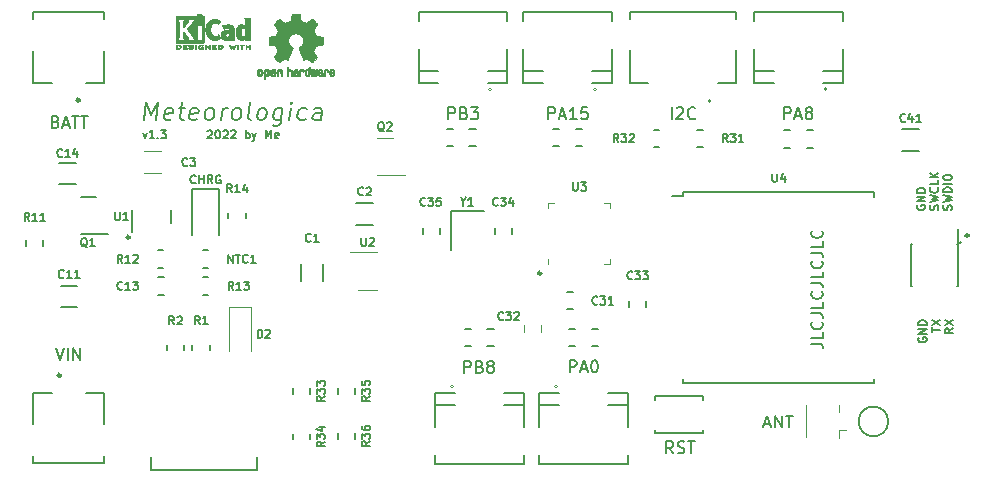
<source format=gbr>
%TF.GenerationSoftware,KiCad,Pcbnew,(6.0.7)*%
%TF.CreationDate,2022-08-09T15:02:55+02:00*%
%TF.ProjectId,LoRaMini-rounded,4c6f5261-4d69-46e6-992d-726f756e6465,rev?*%
%TF.SameCoordinates,Original*%
%TF.FileFunction,Legend,Top*%
%TF.FilePolarity,Positive*%
%FSLAX46Y46*%
G04 Gerber Fmt 4.6, Leading zero omitted, Abs format (unit mm)*
G04 Created by KiCad (PCBNEW (6.0.7)) date 2022-08-09 15:02:55*
%MOMM*%
%LPD*%
G01*
G04 APERTURE LIST*
%ADD10C,0.275000*%
%ADD11C,0.150000*%
%ADD12C,0.120000*%
%ADD13C,0.200000*%
%ADD14C,0.100000*%
%ADD15C,0.127000*%
%ADD16C,0.300000*%
%ADD17C,0.010000*%
G04 APERTURE END LIST*
D10*
X109408300Y-120446800D02*
G75*
G03*
X109408300Y-120446800I-137500J0D01*
G01*
X180426700Y-120294400D02*
G75*
G03*
X180426700Y-120294400I-137500J0D01*
G01*
X144257100Y-123494800D02*
G75*
G03*
X144257100Y-123494800I-137500J0D01*
G01*
D11*
X110630705Y-110533571D02*
X110818205Y-109033571D01*
X111184276Y-110105000D01*
X111818205Y-109033571D01*
X111630705Y-110533571D01*
X112925348Y-110462142D02*
X112773562Y-110533571D01*
X112487848Y-110533571D01*
X112353919Y-110462142D01*
X112300348Y-110319285D01*
X112371776Y-109747857D01*
X112461062Y-109605000D01*
X112612848Y-109533571D01*
X112898562Y-109533571D01*
X113032491Y-109605000D01*
X113086062Y-109747857D01*
X113068205Y-109890714D01*
X112336062Y-110033571D01*
X113541419Y-109533571D02*
X114112848Y-109533571D01*
X113818205Y-109033571D02*
X113657491Y-110319285D01*
X113711062Y-110462142D01*
X113844991Y-110533571D01*
X113987848Y-110533571D01*
X115068205Y-110462142D02*
X114916419Y-110533571D01*
X114630705Y-110533571D01*
X114496776Y-110462142D01*
X114443205Y-110319285D01*
X114514633Y-109747857D01*
X114603919Y-109605000D01*
X114755705Y-109533571D01*
X115041419Y-109533571D01*
X115175348Y-109605000D01*
X115228919Y-109747857D01*
X115211062Y-109890714D01*
X114478919Y-110033571D01*
X115987848Y-110533571D02*
X115853919Y-110462142D01*
X115791419Y-110390714D01*
X115737848Y-110247857D01*
X115791419Y-109819285D01*
X115880705Y-109676428D01*
X115961062Y-109605000D01*
X116112848Y-109533571D01*
X116327133Y-109533571D01*
X116461062Y-109605000D01*
X116523562Y-109676428D01*
X116577133Y-109819285D01*
X116523562Y-110247857D01*
X116434276Y-110390714D01*
X116353919Y-110462142D01*
X116202133Y-110533571D01*
X115987848Y-110533571D01*
X117130705Y-110533571D02*
X117255705Y-109533571D01*
X117219991Y-109819285D02*
X117309276Y-109676428D01*
X117389633Y-109605000D01*
X117541419Y-109533571D01*
X117684276Y-109533571D01*
X118273562Y-110533571D02*
X118139633Y-110462142D01*
X118077133Y-110390714D01*
X118023562Y-110247857D01*
X118077133Y-109819285D01*
X118166419Y-109676428D01*
X118246776Y-109605000D01*
X118398562Y-109533571D01*
X118612848Y-109533571D01*
X118746776Y-109605000D01*
X118809276Y-109676428D01*
X118862848Y-109819285D01*
X118809276Y-110247857D01*
X118719991Y-110390714D01*
X118639633Y-110462142D01*
X118487848Y-110533571D01*
X118273562Y-110533571D01*
X119630705Y-110533571D02*
X119496776Y-110462142D01*
X119443205Y-110319285D01*
X119603919Y-109033571D01*
X120416419Y-110533571D02*
X120282491Y-110462142D01*
X120219991Y-110390714D01*
X120166419Y-110247857D01*
X120219991Y-109819285D01*
X120309276Y-109676428D01*
X120389633Y-109605000D01*
X120541419Y-109533571D01*
X120755705Y-109533571D01*
X120889633Y-109605000D01*
X120952133Y-109676428D01*
X121005705Y-109819285D01*
X120952133Y-110247857D01*
X120862848Y-110390714D01*
X120782491Y-110462142D01*
X120630705Y-110533571D01*
X120416419Y-110533571D01*
X122327133Y-109533571D02*
X122175348Y-110747857D01*
X122086062Y-110890714D01*
X122005705Y-110962142D01*
X121853919Y-111033571D01*
X121639633Y-111033571D01*
X121505705Y-110962142D01*
X122211062Y-110462142D02*
X122059276Y-110533571D01*
X121773562Y-110533571D01*
X121639633Y-110462142D01*
X121577133Y-110390714D01*
X121523562Y-110247857D01*
X121577133Y-109819285D01*
X121666419Y-109676428D01*
X121746776Y-109605000D01*
X121898562Y-109533571D01*
X122184276Y-109533571D01*
X122318205Y-109605000D01*
X122916419Y-110533571D02*
X123041419Y-109533571D01*
X123103919Y-109033571D02*
X123023562Y-109105000D01*
X123086062Y-109176428D01*
X123166419Y-109105000D01*
X123103919Y-109033571D01*
X123086062Y-109176428D01*
X124282491Y-110462142D02*
X124130705Y-110533571D01*
X123844991Y-110533571D01*
X123711062Y-110462142D01*
X123648562Y-110390714D01*
X123594991Y-110247857D01*
X123648562Y-109819285D01*
X123737848Y-109676428D01*
X123818205Y-109605000D01*
X123969991Y-109533571D01*
X124255705Y-109533571D01*
X124389633Y-109605000D01*
X125559276Y-110533571D02*
X125657491Y-109747857D01*
X125603919Y-109605000D01*
X125469991Y-109533571D01*
X125184276Y-109533571D01*
X125032491Y-109605000D01*
X125568205Y-110462142D02*
X125416419Y-110533571D01*
X125059276Y-110533571D01*
X124925348Y-110462142D01*
X124871776Y-110319285D01*
X124889633Y-110176428D01*
X124978919Y-110033571D01*
X125130705Y-109962142D01*
X125487848Y-109962142D01*
X125639633Y-109890714D01*
X110513666Y-111610000D02*
X110680333Y-112076666D01*
X110847000Y-111610000D01*
X111480333Y-112076666D02*
X111080333Y-112076666D01*
X111280333Y-112076666D02*
X111280333Y-111376666D01*
X111213666Y-111476666D01*
X111147000Y-111543333D01*
X111080333Y-111576666D01*
X111780333Y-112010000D02*
X111813666Y-112043333D01*
X111780333Y-112076666D01*
X111747000Y-112043333D01*
X111780333Y-112010000D01*
X111780333Y-112076666D01*
X112047000Y-111376666D02*
X112480333Y-111376666D01*
X112247000Y-111643333D01*
X112347000Y-111643333D01*
X112413666Y-111676666D01*
X112447000Y-111710000D01*
X112480333Y-111776666D01*
X112480333Y-111943333D01*
X112447000Y-112010000D01*
X112413666Y-112043333D01*
X112347000Y-112076666D01*
X112147000Y-112076666D01*
X112080333Y-112043333D01*
X112047000Y-112010000D01*
X115980333Y-111443333D02*
X116013666Y-111410000D01*
X116080333Y-111376666D01*
X116247000Y-111376666D01*
X116313666Y-111410000D01*
X116347000Y-111443333D01*
X116380333Y-111510000D01*
X116380333Y-111576666D01*
X116347000Y-111676666D01*
X115947000Y-112076666D01*
X116380333Y-112076666D01*
X116813666Y-111376666D02*
X116880333Y-111376666D01*
X116947000Y-111410000D01*
X116980333Y-111443333D01*
X117013666Y-111510000D01*
X117047000Y-111643333D01*
X117047000Y-111810000D01*
X117013666Y-111943333D01*
X116980333Y-112010000D01*
X116947000Y-112043333D01*
X116880333Y-112076666D01*
X116813666Y-112076666D01*
X116747000Y-112043333D01*
X116713666Y-112010000D01*
X116680333Y-111943333D01*
X116647000Y-111810000D01*
X116647000Y-111643333D01*
X116680333Y-111510000D01*
X116713666Y-111443333D01*
X116747000Y-111410000D01*
X116813666Y-111376666D01*
X117313666Y-111443333D02*
X117347000Y-111410000D01*
X117413666Y-111376666D01*
X117580333Y-111376666D01*
X117647000Y-111410000D01*
X117680333Y-111443333D01*
X117713666Y-111510000D01*
X117713666Y-111576666D01*
X117680333Y-111676666D01*
X117280333Y-112076666D01*
X117713666Y-112076666D01*
X117980333Y-111443333D02*
X118013666Y-111410000D01*
X118080333Y-111376666D01*
X118247000Y-111376666D01*
X118313666Y-111410000D01*
X118347000Y-111443333D01*
X118380333Y-111510000D01*
X118380333Y-111576666D01*
X118347000Y-111676666D01*
X117947000Y-112076666D01*
X118380333Y-112076666D01*
X119213666Y-112076666D02*
X119213666Y-111376666D01*
X119213666Y-111643333D02*
X119280333Y-111610000D01*
X119413666Y-111610000D01*
X119480333Y-111643333D01*
X119513666Y-111676666D01*
X119547000Y-111743333D01*
X119547000Y-111943333D01*
X119513666Y-112010000D01*
X119480333Y-112043333D01*
X119413666Y-112076666D01*
X119280333Y-112076666D01*
X119213666Y-112043333D01*
X119780333Y-111610000D02*
X119947000Y-112076666D01*
X120113666Y-111610000D02*
X119947000Y-112076666D01*
X119880333Y-112243333D01*
X119847000Y-112276666D01*
X119780333Y-112310000D01*
X120913666Y-112076666D02*
X120913666Y-111376666D01*
X121147000Y-111876666D01*
X121380333Y-111376666D01*
X121380333Y-112076666D01*
X121980333Y-112043333D02*
X121913666Y-112076666D01*
X121780333Y-112076666D01*
X121713666Y-112043333D01*
X121680333Y-111976666D01*
X121680333Y-111710000D01*
X121713666Y-111643333D01*
X121780333Y-111610000D01*
X121913666Y-111610000D01*
X121980333Y-111643333D01*
X122013666Y-111710000D01*
X122013666Y-111776666D01*
X121680333Y-111843333D01*
X176069000Y-117733166D02*
X176035666Y-117799833D01*
X176035666Y-117899833D01*
X176069000Y-117999833D01*
X176135666Y-118066500D01*
X176202333Y-118099833D01*
X176335666Y-118133166D01*
X176435666Y-118133166D01*
X176569000Y-118099833D01*
X176635666Y-118066500D01*
X176702333Y-117999833D01*
X176735666Y-117899833D01*
X176735666Y-117833166D01*
X176702333Y-117733166D01*
X176669000Y-117699833D01*
X176435666Y-117699833D01*
X176435666Y-117833166D01*
X176735666Y-117399833D02*
X176035666Y-117399833D01*
X176735666Y-116999833D01*
X176035666Y-116999833D01*
X176735666Y-116666500D02*
X176035666Y-116666500D01*
X176035666Y-116499833D01*
X176069000Y-116399833D01*
X176135666Y-116333166D01*
X176202333Y-116299833D01*
X176335666Y-116266500D01*
X176435666Y-116266500D01*
X176569000Y-116299833D01*
X176635666Y-116333166D01*
X176702333Y-116399833D01*
X176735666Y-116499833D01*
X176735666Y-116666500D01*
X177829333Y-118133166D02*
X177862666Y-118033166D01*
X177862666Y-117866500D01*
X177829333Y-117799833D01*
X177796000Y-117766500D01*
X177729333Y-117733166D01*
X177662666Y-117733166D01*
X177596000Y-117766500D01*
X177562666Y-117799833D01*
X177529333Y-117866500D01*
X177496000Y-117999833D01*
X177462666Y-118066500D01*
X177429333Y-118099833D01*
X177362666Y-118133166D01*
X177296000Y-118133166D01*
X177229333Y-118099833D01*
X177196000Y-118066500D01*
X177162666Y-117999833D01*
X177162666Y-117833166D01*
X177196000Y-117733166D01*
X177162666Y-117499833D02*
X177862666Y-117333166D01*
X177362666Y-117199833D01*
X177862666Y-117066500D01*
X177162666Y-116899833D01*
X177796000Y-116233166D02*
X177829333Y-116266500D01*
X177862666Y-116366500D01*
X177862666Y-116433166D01*
X177829333Y-116533166D01*
X177762666Y-116599833D01*
X177696000Y-116633166D01*
X177562666Y-116666500D01*
X177462666Y-116666500D01*
X177329333Y-116633166D01*
X177262666Y-116599833D01*
X177196000Y-116533166D01*
X177162666Y-116433166D01*
X177162666Y-116366500D01*
X177196000Y-116266500D01*
X177229333Y-116233166D01*
X177862666Y-115599833D02*
X177862666Y-115933166D01*
X177162666Y-115933166D01*
X177862666Y-115366500D02*
X177162666Y-115366500D01*
X177862666Y-114966500D02*
X177462666Y-115266500D01*
X177162666Y-114966500D02*
X177562666Y-115366500D01*
X178956333Y-118133166D02*
X178989666Y-118033166D01*
X178989666Y-117866500D01*
X178956333Y-117799833D01*
X178923000Y-117766500D01*
X178856333Y-117733166D01*
X178789666Y-117733166D01*
X178723000Y-117766500D01*
X178689666Y-117799833D01*
X178656333Y-117866500D01*
X178623000Y-117999833D01*
X178589666Y-118066500D01*
X178556333Y-118099833D01*
X178489666Y-118133166D01*
X178423000Y-118133166D01*
X178356333Y-118099833D01*
X178323000Y-118066500D01*
X178289666Y-117999833D01*
X178289666Y-117833166D01*
X178323000Y-117733166D01*
X178289666Y-117499833D02*
X178989666Y-117333166D01*
X178489666Y-117199833D01*
X178989666Y-117066500D01*
X178289666Y-116899833D01*
X178989666Y-116633166D02*
X178289666Y-116633166D01*
X178289666Y-116466500D01*
X178323000Y-116366500D01*
X178389666Y-116299833D01*
X178456333Y-116266500D01*
X178589666Y-116233166D01*
X178689666Y-116233166D01*
X178823000Y-116266500D01*
X178889666Y-116299833D01*
X178956333Y-116366500D01*
X178989666Y-116466500D01*
X178989666Y-116633166D01*
X178989666Y-115933166D02*
X178289666Y-115933166D01*
X178289666Y-115466500D02*
X178289666Y-115333166D01*
X178323000Y-115266500D01*
X178389666Y-115199833D01*
X178523000Y-115166500D01*
X178756333Y-115166500D01*
X178889666Y-115199833D01*
X178956333Y-115266500D01*
X178989666Y-115333166D01*
X178989666Y-115466500D01*
X178956333Y-115533166D01*
X178889666Y-115599833D01*
X178756333Y-115633166D01*
X178523000Y-115633166D01*
X178389666Y-115599833D01*
X178323000Y-115533166D01*
X178289666Y-115466500D01*
X176196000Y-128951500D02*
X176162666Y-129018166D01*
X176162666Y-129118166D01*
X176196000Y-129218166D01*
X176262666Y-129284833D01*
X176329333Y-129318166D01*
X176462666Y-129351500D01*
X176562666Y-129351500D01*
X176696000Y-129318166D01*
X176762666Y-129284833D01*
X176829333Y-129218166D01*
X176862666Y-129118166D01*
X176862666Y-129051500D01*
X176829333Y-128951500D01*
X176796000Y-128918166D01*
X176562666Y-128918166D01*
X176562666Y-129051500D01*
X176862666Y-128618166D02*
X176162666Y-128618166D01*
X176862666Y-128218166D01*
X176162666Y-128218166D01*
X176862666Y-127884833D02*
X176162666Y-127884833D01*
X176162666Y-127718166D01*
X176196000Y-127618166D01*
X176262666Y-127551500D01*
X176329333Y-127518166D01*
X176462666Y-127484833D01*
X176562666Y-127484833D01*
X176696000Y-127518166D01*
X176762666Y-127551500D01*
X176829333Y-127618166D01*
X176862666Y-127718166D01*
X176862666Y-127884833D01*
X177289666Y-128484833D02*
X177289666Y-128084833D01*
X177989666Y-128284833D02*
X177289666Y-128284833D01*
X177289666Y-127918166D02*
X177989666Y-127451500D01*
X177289666Y-127451500D02*
X177989666Y-127918166D01*
X179116666Y-128151500D02*
X178783333Y-128384833D01*
X179116666Y-128551500D02*
X178416666Y-128551500D01*
X178416666Y-128284833D01*
X178450000Y-128218166D01*
X178483333Y-128184833D01*
X178550000Y-128151500D01*
X178650000Y-128151500D01*
X178716666Y-128184833D01*
X178750000Y-128218166D01*
X178783333Y-128284833D01*
X178783333Y-128551500D01*
X178416666Y-127918166D02*
X179116666Y-127451500D01*
X178416666Y-127451500D02*
X179116666Y-127918166D01*
X167092380Y-129460047D02*
X167806666Y-129460047D01*
X167949523Y-129507666D01*
X168044761Y-129602904D01*
X168092380Y-129745761D01*
X168092380Y-129841000D01*
X168092380Y-128507666D02*
X168092380Y-128983857D01*
X167092380Y-128983857D01*
X167997142Y-127602904D02*
X168044761Y-127650523D01*
X168092380Y-127793380D01*
X168092380Y-127888619D01*
X168044761Y-128031476D01*
X167949523Y-128126714D01*
X167854285Y-128174333D01*
X167663809Y-128221952D01*
X167520952Y-128221952D01*
X167330476Y-128174333D01*
X167235238Y-128126714D01*
X167140000Y-128031476D01*
X167092380Y-127888619D01*
X167092380Y-127793380D01*
X167140000Y-127650523D01*
X167187619Y-127602904D01*
X167092380Y-126888619D02*
X167806666Y-126888619D01*
X167949523Y-126936238D01*
X168044761Y-127031476D01*
X168092380Y-127174333D01*
X168092380Y-127269571D01*
X168092380Y-125936238D02*
X168092380Y-126412428D01*
X167092380Y-126412428D01*
X167997142Y-125031476D02*
X168044761Y-125079095D01*
X168092380Y-125221952D01*
X168092380Y-125317190D01*
X168044761Y-125460047D01*
X167949523Y-125555285D01*
X167854285Y-125602904D01*
X167663809Y-125650523D01*
X167520952Y-125650523D01*
X167330476Y-125602904D01*
X167235238Y-125555285D01*
X167140000Y-125460047D01*
X167092380Y-125317190D01*
X167092380Y-125221952D01*
X167140000Y-125079095D01*
X167187619Y-125031476D01*
X167092380Y-124317190D02*
X167806666Y-124317190D01*
X167949523Y-124364809D01*
X168044761Y-124460047D01*
X168092380Y-124602904D01*
X168092380Y-124698142D01*
X168092380Y-123364809D02*
X168092380Y-123841000D01*
X167092380Y-123841000D01*
X167997142Y-122460047D02*
X168044761Y-122507666D01*
X168092380Y-122650523D01*
X168092380Y-122745761D01*
X168044761Y-122888619D01*
X167949523Y-122983857D01*
X167854285Y-123031476D01*
X167663809Y-123079095D01*
X167520952Y-123079095D01*
X167330476Y-123031476D01*
X167235238Y-122983857D01*
X167140000Y-122888619D01*
X167092380Y-122745761D01*
X167092380Y-122650523D01*
X167140000Y-122507666D01*
X167187619Y-122460047D01*
X167092380Y-121745761D02*
X167806666Y-121745761D01*
X167949523Y-121793380D01*
X168044761Y-121888619D01*
X168092380Y-122031476D01*
X168092380Y-122126714D01*
X168092380Y-120793380D02*
X168092380Y-121269571D01*
X167092380Y-121269571D01*
X167997142Y-119888619D02*
X168044761Y-119936238D01*
X168092380Y-120079095D01*
X168092380Y-120174333D01*
X168044761Y-120317190D01*
X167949523Y-120412428D01*
X167854285Y-120460047D01*
X167663809Y-120507666D01*
X167520952Y-120507666D01*
X167330476Y-120460047D01*
X167235238Y-120412428D01*
X167140000Y-120317190D01*
X167092380Y-120174333D01*
X167092380Y-120079095D01*
X167140000Y-119936238D01*
X167187619Y-119888619D01*
%TO.C,U2*%
X129006666Y-120483666D02*
X129006666Y-121050333D01*
X129040000Y-121117000D01*
X129073333Y-121150333D01*
X129140000Y-121183666D01*
X129273333Y-121183666D01*
X129340000Y-121150333D01*
X129373333Y-121117000D01*
X129406666Y-121050333D01*
X129406666Y-120483666D01*
X129706666Y-120550333D02*
X129740000Y-120517000D01*
X129806666Y-120483666D01*
X129973333Y-120483666D01*
X130040000Y-120517000D01*
X130073333Y-120550333D01*
X130106666Y-120617000D01*
X130106666Y-120683666D01*
X130073333Y-120783666D01*
X129673333Y-121183666D01*
X130106666Y-121183666D01*
%TO.C,U1*%
X108168666Y-118300666D02*
X108168666Y-118867333D01*
X108202000Y-118934000D01*
X108235333Y-118967333D01*
X108302000Y-119000666D01*
X108435333Y-119000666D01*
X108502000Y-118967333D01*
X108535333Y-118934000D01*
X108568666Y-118867333D01*
X108568666Y-118300666D01*
X109268666Y-119000666D02*
X108868666Y-119000666D01*
X109068666Y-119000666D02*
X109068666Y-118300666D01*
X109002000Y-118400666D01*
X108935333Y-118467333D01*
X108868666Y-118500666D01*
%TO.C,ANT*%
X163144342Y-136259866D02*
X163620533Y-136259866D01*
X163049104Y-136545580D02*
X163382438Y-135545580D01*
X163715771Y-136545580D01*
X164049104Y-136545580D02*
X164049104Y-135545580D01*
X164620533Y-136545580D01*
X164620533Y-135545580D01*
X164953866Y-135545580D02*
X165525295Y-135545580D01*
X165239580Y-136545580D02*
X165239580Y-135545580D01*
%TO.C,C32*%
X141028000Y-127402400D02*
X140994666Y-127435733D01*
X140894666Y-127469066D01*
X140828000Y-127469066D01*
X140728000Y-127435733D01*
X140661333Y-127369066D01*
X140628000Y-127302400D01*
X140594666Y-127169066D01*
X140594666Y-127069066D01*
X140628000Y-126935733D01*
X140661333Y-126869066D01*
X140728000Y-126802400D01*
X140828000Y-126769066D01*
X140894666Y-126769066D01*
X140994666Y-126802400D01*
X141028000Y-126835733D01*
X141261333Y-126769066D02*
X141694666Y-126769066D01*
X141461333Y-127035733D01*
X141561333Y-127035733D01*
X141628000Y-127069066D01*
X141661333Y-127102400D01*
X141694666Y-127169066D01*
X141694666Y-127335733D01*
X141661333Y-127402400D01*
X141628000Y-127435733D01*
X141561333Y-127469066D01*
X141361333Y-127469066D01*
X141294666Y-127435733D01*
X141261333Y-127402400D01*
X141961333Y-126835733D02*
X141994666Y-126802400D01*
X142061333Y-126769066D01*
X142228000Y-126769066D01*
X142294666Y-126802400D01*
X142328000Y-126835733D01*
X142361333Y-126902400D01*
X142361333Y-126969066D01*
X142328000Y-127069066D01*
X141928000Y-127469066D01*
X142361333Y-127469066D01*
%TO.C,PA0*%
X146661333Y-131872725D02*
X146661333Y-130871079D01*
X147042285Y-130871079D01*
X147137523Y-130918777D01*
X147185142Y-130966474D01*
X147232761Y-131061869D01*
X147232761Y-131204961D01*
X147185142Y-131300356D01*
X147137523Y-131348053D01*
X147042285Y-131395751D01*
X146661333Y-131395751D01*
X147613714Y-131586541D02*
X148089904Y-131586541D01*
X147518476Y-131872725D02*
X147851809Y-130871079D01*
X148185142Y-131872725D01*
X148708952Y-130871079D02*
X148804190Y-130871079D01*
X148899428Y-130918777D01*
X148947047Y-130966474D01*
X148994666Y-131061869D01*
X149042285Y-131252659D01*
X149042285Y-131491146D01*
X148994666Y-131681935D01*
X148947047Y-131777330D01*
X148899428Y-131825028D01*
X148804190Y-131872725D01*
X148708952Y-131872725D01*
X148613714Y-131825028D01*
X148566095Y-131777330D01*
X148518476Y-131681935D01*
X148470857Y-131491146D01*
X148470857Y-131252659D01*
X148518476Y-131061869D01*
X148566095Y-130966474D01*
X148613714Y-130918777D01*
X148708952Y-130871079D01*
%TO.C,U4*%
X163804666Y-115059666D02*
X163804666Y-115626333D01*
X163838000Y-115693000D01*
X163871333Y-115726333D01*
X163938000Y-115759666D01*
X164071333Y-115759666D01*
X164138000Y-115726333D01*
X164171333Y-115693000D01*
X164204666Y-115626333D01*
X164204666Y-115059666D01*
X164838000Y-115293000D02*
X164838000Y-115759666D01*
X164671333Y-115026333D02*
X164504666Y-115526333D01*
X164938000Y-115526333D01*
%TO.C,PA15*%
X144850708Y-110443240D02*
X144850708Y-109443240D01*
X145231661Y-109443240D01*
X145326899Y-109490860D01*
X145374518Y-109538479D01*
X145422137Y-109633717D01*
X145422137Y-109776574D01*
X145374518Y-109871812D01*
X145326899Y-109919431D01*
X145231661Y-109967050D01*
X144850708Y-109967050D01*
X145803089Y-110157526D02*
X146279280Y-110157526D01*
X145707851Y-110443240D02*
X146041185Y-109443240D01*
X146374518Y-110443240D01*
X147231661Y-110443240D02*
X146660232Y-110443240D01*
X146945946Y-110443240D02*
X146945946Y-109443240D01*
X146850708Y-109586098D01*
X146755470Y-109681336D01*
X146660232Y-109728955D01*
X148136423Y-109443240D02*
X147660232Y-109443240D01*
X147612613Y-109919431D01*
X147660232Y-109871812D01*
X147755470Y-109824193D01*
X147993566Y-109824193D01*
X148088804Y-109871812D01*
X148136423Y-109919431D01*
X148184042Y-110014669D01*
X148184042Y-110252764D01*
X148136423Y-110348002D01*
X148088804Y-110395621D01*
X147993566Y-110443240D01*
X147755470Y-110443240D01*
X147660232Y-110395621D01*
X147612613Y-110348002D01*
%TO.C,C33*%
X151950000Y-123948000D02*
X151916666Y-123981333D01*
X151816666Y-124014666D01*
X151750000Y-124014666D01*
X151650000Y-123981333D01*
X151583333Y-123914666D01*
X151550000Y-123848000D01*
X151516666Y-123714666D01*
X151516666Y-123614666D01*
X151550000Y-123481333D01*
X151583333Y-123414666D01*
X151650000Y-123348000D01*
X151750000Y-123314666D01*
X151816666Y-123314666D01*
X151916666Y-123348000D01*
X151950000Y-123381333D01*
X152183333Y-123314666D02*
X152616666Y-123314666D01*
X152383333Y-123581333D01*
X152483333Y-123581333D01*
X152550000Y-123614666D01*
X152583333Y-123648000D01*
X152616666Y-123714666D01*
X152616666Y-123881333D01*
X152583333Y-123948000D01*
X152550000Y-123981333D01*
X152483333Y-124014666D01*
X152283333Y-124014666D01*
X152216666Y-123981333D01*
X152183333Y-123948000D01*
X152850000Y-123314666D02*
X153283333Y-123314666D01*
X153050000Y-123581333D01*
X153150000Y-123581333D01*
X153216666Y-123614666D01*
X153250000Y-123648000D01*
X153283333Y-123714666D01*
X153283333Y-123881333D01*
X153250000Y-123948000D01*
X153216666Y-123981333D01*
X153150000Y-124014666D01*
X152950000Y-124014666D01*
X152883333Y-123981333D01*
X152850000Y-123948000D01*
%TO.C,C35*%
X134424000Y-117725000D02*
X134390666Y-117758333D01*
X134290666Y-117791666D01*
X134224000Y-117791666D01*
X134124000Y-117758333D01*
X134057333Y-117691666D01*
X134024000Y-117625000D01*
X133990666Y-117491666D01*
X133990666Y-117391666D01*
X134024000Y-117258333D01*
X134057333Y-117191666D01*
X134124000Y-117125000D01*
X134224000Y-117091666D01*
X134290666Y-117091666D01*
X134390666Y-117125000D01*
X134424000Y-117158333D01*
X134657333Y-117091666D02*
X135090666Y-117091666D01*
X134857333Y-117358333D01*
X134957333Y-117358333D01*
X135024000Y-117391666D01*
X135057333Y-117425000D01*
X135090666Y-117491666D01*
X135090666Y-117658333D01*
X135057333Y-117725000D01*
X135024000Y-117758333D01*
X134957333Y-117791666D01*
X134757333Y-117791666D01*
X134690666Y-117758333D01*
X134657333Y-117725000D01*
X135724000Y-117091666D02*
X135390666Y-117091666D01*
X135357333Y-117425000D01*
X135390666Y-117391666D01*
X135457333Y-117358333D01*
X135624000Y-117358333D01*
X135690666Y-117391666D01*
X135724000Y-117425000D01*
X135757333Y-117491666D01*
X135757333Y-117658333D01*
X135724000Y-117725000D01*
X135690666Y-117758333D01*
X135624000Y-117791666D01*
X135457333Y-117791666D01*
X135390666Y-117758333D01*
X135357333Y-117725000D01*
%TO.C,VIN*%
X103146361Y-129805180D02*
X103479695Y-130805180D01*
X103813028Y-129805180D01*
X104146361Y-130805180D02*
X104146361Y-129805180D01*
X104622552Y-130805180D02*
X104622552Y-129805180D01*
X105193980Y-130805180D01*
X105193980Y-129805180D01*
%TO.C,Y1*%
X137639466Y-117432933D02*
X137639466Y-117766266D01*
X137406133Y-117066266D02*
X137639466Y-117432933D01*
X137872800Y-117066266D01*
X138472800Y-117766266D02*
X138072800Y-117766266D01*
X138272800Y-117766266D02*
X138272800Y-117066266D01*
X138206133Y-117166266D01*
X138139466Y-117232933D01*
X138072800Y-117266266D01*
%TO.C,PB8*%
X137712604Y-131922780D02*
X137712604Y-130922780D01*
X138093557Y-130922780D01*
X138188795Y-130970400D01*
X138236414Y-131018019D01*
X138284033Y-131113257D01*
X138284033Y-131256114D01*
X138236414Y-131351352D01*
X138188795Y-131398971D01*
X138093557Y-131446590D01*
X137712604Y-131446590D01*
X139045938Y-131398971D02*
X139188795Y-131446590D01*
X139236414Y-131494209D01*
X139284033Y-131589447D01*
X139284033Y-131732304D01*
X139236414Y-131827542D01*
X139188795Y-131875161D01*
X139093557Y-131922780D01*
X138712604Y-131922780D01*
X138712604Y-130922780D01*
X139045938Y-130922780D01*
X139141176Y-130970400D01*
X139188795Y-131018019D01*
X139236414Y-131113257D01*
X139236414Y-131208495D01*
X139188795Y-131303733D01*
X139141176Y-131351352D01*
X139045938Y-131398971D01*
X138712604Y-131398971D01*
X139855461Y-131351352D02*
X139760223Y-131303733D01*
X139712604Y-131256114D01*
X139664985Y-131160876D01*
X139664985Y-131113257D01*
X139712604Y-131018019D01*
X139760223Y-130970400D01*
X139855461Y-130922780D01*
X140045938Y-130922780D01*
X140141176Y-130970400D01*
X140188795Y-131018019D01*
X140236414Y-131113257D01*
X140236414Y-131160876D01*
X140188795Y-131256114D01*
X140141176Y-131303733D01*
X140045938Y-131351352D01*
X139855461Y-131351352D01*
X139760223Y-131398971D01*
X139712604Y-131446590D01*
X139664985Y-131541828D01*
X139664985Y-131732304D01*
X139712604Y-131827542D01*
X139760223Y-131875161D01*
X139855461Y-131922780D01*
X140045938Y-131922780D01*
X140141176Y-131875161D01*
X140188795Y-131827542D01*
X140236414Y-131732304D01*
X140236414Y-131541828D01*
X140188795Y-131446590D01*
X140141176Y-131398971D01*
X140045938Y-131351352D01*
%TO.C,R12*%
X108770000Y-122617666D02*
X108536666Y-122284333D01*
X108370000Y-122617666D02*
X108370000Y-121917666D01*
X108636666Y-121917666D01*
X108703333Y-121951000D01*
X108736666Y-121984333D01*
X108770000Y-122051000D01*
X108770000Y-122151000D01*
X108736666Y-122217666D01*
X108703333Y-122251000D01*
X108636666Y-122284333D01*
X108370000Y-122284333D01*
X109436666Y-122617666D02*
X109036666Y-122617666D01*
X109236666Y-122617666D02*
X109236666Y-121917666D01*
X109170000Y-122017666D01*
X109103333Y-122084333D01*
X109036666Y-122117666D01*
X109703333Y-121984333D02*
X109736666Y-121951000D01*
X109803333Y-121917666D01*
X109970000Y-121917666D01*
X110036666Y-121951000D01*
X110070000Y-121984333D01*
X110103333Y-122051000D01*
X110103333Y-122117666D01*
X110070000Y-122217666D01*
X109670000Y-122617666D01*
X110103333Y-122617666D01*
%TO.C,C14*%
X103690000Y-113584800D02*
X103656666Y-113618133D01*
X103556666Y-113651466D01*
X103490000Y-113651466D01*
X103390000Y-113618133D01*
X103323333Y-113551466D01*
X103290000Y-113484800D01*
X103256666Y-113351466D01*
X103256666Y-113251466D01*
X103290000Y-113118133D01*
X103323333Y-113051466D01*
X103390000Y-112984800D01*
X103490000Y-112951466D01*
X103556666Y-112951466D01*
X103656666Y-112984800D01*
X103690000Y-113018133D01*
X104356666Y-113651466D02*
X103956666Y-113651466D01*
X104156666Y-113651466D02*
X104156666Y-112951466D01*
X104090000Y-113051466D01*
X104023333Y-113118133D01*
X103956666Y-113151466D01*
X104956666Y-113184800D02*
X104956666Y-113651466D01*
X104790000Y-112918133D02*
X104623333Y-113418133D01*
X105056666Y-113418133D01*
%TO.C,R14*%
X118041000Y-116648666D02*
X117807666Y-116315333D01*
X117641000Y-116648666D02*
X117641000Y-115948666D01*
X117907666Y-115948666D01*
X117974333Y-115982000D01*
X118007666Y-116015333D01*
X118041000Y-116082000D01*
X118041000Y-116182000D01*
X118007666Y-116248666D01*
X117974333Y-116282000D01*
X117907666Y-116315333D01*
X117641000Y-116315333D01*
X118707666Y-116648666D02*
X118307666Y-116648666D01*
X118507666Y-116648666D02*
X118507666Y-115948666D01*
X118441000Y-116048666D01*
X118374333Y-116115333D01*
X118307666Y-116148666D01*
X119307666Y-116182000D02*
X119307666Y-116648666D01*
X119141000Y-115915333D02*
X118974333Y-116415333D01*
X119407666Y-116415333D01*
%TO.C,C3*%
X114284933Y-114346800D02*
X114251600Y-114380133D01*
X114151600Y-114413466D01*
X114084933Y-114413466D01*
X113984933Y-114380133D01*
X113918266Y-114313466D01*
X113884933Y-114246800D01*
X113851600Y-114113466D01*
X113851600Y-114013466D01*
X113884933Y-113880133D01*
X113918266Y-113813466D01*
X113984933Y-113746800D01*
X114084933Y-113713466D01*
X114151600Y-113713466D01*
X114251600Y-113746800D01*
X114284933Y-113780133D01*
X114518266Y-113713466D02*
X114951600Y-113713466D01*
X114718266Y-113980133D01*
X114818266Y-113980133D01*
X114884933Y-114013466D01*
X114918266Y-114046800D01*
X114951600Y-114113466D01*
X114951600Y-114280133D01*
X114918266Y-114346800D01*
X114884933Y-114380133D01*
X114818266Y-114413466D01*
X114618266Y-114413466D01*
X114551600Y-114380133D01*
X114518266Y-114346800D01*
%TO.C,NTC1*%
X117722000Y-122617666D02*
X117722000Y-121917666D01*
X118122000Y-122617666D01*
X118122000Y-121917666D01*
X118355333Y-121917666D02*
X118755333Y-121917666D01*
X118555333Y-122617666D02*
X118555333Y-121917666D01*
X119388666Y-122551000D02*
X119355333Y-122584333D01*
X119255333Y-122617666D01*
X119188666Y-122617666D01*
X119088666Y-122584333D01*
X119022000Y-122517666D01*
X118988666Y-122451000D01*
X118955333Y-122317666D01*
X118955333Y-122217666D01*
X118988666Y-122084333D01*
X119022000Y-122017666D01*
X119088666Y-121951000D01*
X119188666Y-121917666D01*
X119255333Y-121917666D01*
X119355333Y-121951000D01*
X119388666Y-121984333D01*
X120055333Y-122617666D02*
X119655333Y-122617666D01*
X119855333Y-122617666D02*
X119855333Y-121917666D01*
X119788666Y-122017666D01*
X119722000Y-122084333D01*
X119655333Y-122117666D01*
%TO.C,D2*%
X120228333Y-128967666D02*
X120228333Y-128267666D01*
X120395000Y-128267666D01*
X120495000Y-128301000D01*
X120561666Y-128367666D01*
X120595000Y-128434333D01*
X120628333Y-128567666D01*
X120628333Y-128667666D01*
X120595000Y-128801000D01*
X120561666Y-128867666D01*
X120495000Y-128934333D01*
X120395000Y-128967666D01*
X120228333Y-128967666D01*
X120895000Y-128334333D02*
X120928333Y-128301000D01*
X120995000Y-128267666D01*
X121161666Y-128267666D01*
X121228333Y-128301000D01*
X121261666Y-128334333D01*
X121295000Y-128401000D01*
X121295000Y-128467666D01*
X121261666Y-128567666D01*
X120861666Y-128967666D01*
X121295000Y-128967666D01*
%TO.C,C31*%
X149003600Y-126081600D02*
X148970266Y-126114933D01*
X148870266Y-126148266D01*
X148803600Y-126148266D01*
X148703600Y-126114933D01*
X148636933Y-126048266D01*
X148603600Y-125981600D01*
X148570266Y-125848266D01*
X148570266Y-125748266D01*
X148603600Y-125614933D01*
X148636933Y-125548266D01*
X148703600Y-125481600D01*
X148803600Y-125448266D01*
X148870266Y-125448266D01*
X148970266Y-125481600D01*
X149003600Y-125514933D01*
X149236933Y-125448266D02*
X149670266Y-125448266D01*
X149436933Y-125714933D01*
X149536933Y-125714933D01*
X149603600Y-125748266D01*
X149636933Y-125781600D01*
X149670266Y-125848266D01*
X149670266Y-126014933D01*
X149636933Y-126081600D01*
X149603600Y-126114933D01*
X149536933Y-126148266D01*
X149336933Y-126148266D01*
X149270266Y-126114933D01*
X149236933Y-126081600D01*
X150336933Y-126148266D02*
X149936933Y-126148266D01*
X150136933Y-126148266D02*
X150136933Y-125448266D01*
X150070266Y-125548266D01*
X150003600Y-125614933D01*
X149936933Y-125648266D01*
%TO.C,C34*%
X140582000Y-117725000D02*
X140548666Y-117758333D01*
X140448666Y-117791666D01*
X140382000Y-117791666D01*
X140282000Y-117758333D01*
X140215333Y-117691666D01*
X140182000Y-117625000D01*
X140148666Y-117491666D01*
X140148666Y-117391666D01*
X140182000Y-117258333D01*
X140215333Y-117191666D01*
X140282000Y-117125000D01*
X140382000Y-117091666D01*
X140448666Y-117091666D01*
X140548666Y-117125000D01*
X140582000Y-117158333D01*
X140815333Y-117091666D02*
X141248666Y-117091666D01*
X141015333Y-117358333D01*
X141115333Y-117358333D01*
X141182000Y-117391666D01*
X141215333Y-117425000D01*
X141248666Y-117491666D01*
X141248666Y-117658333D01*
X141215333Y-117725000D01*
X141182000Y-117758333D01*
X141115333Y-117791666D01*
X140915333Y-117791666D01*
X140848666Y-117758333D01*
X140815333Y-117725000D01*
X141848666Y-117325000D02*
X141848666Y-117791666D01*
X141682000Y-117058333D02*
X141515333Y-117558333D01*
X141948666Y-117558333D01*
%TO.C,CHRG*%
X114974000Y-115820000D02*
X114940666Y-115853333D01*
X114840666Y-115886666D01*
X114774000Y-115886666D01*
X114674000Y-115853333D01*
X114607333Y-115786666D01*
X114574000Y-115720000D01*
X114540666Y-115586666D01*
X114540666Y-115486666D01*
X114574000Y-115353333D01*
X114607333Y-115286666D01*
X114674000Y-115220000D01*
X114774000Y-115186666D01*
X114840666Y-115186666D01*
X114940666Y-115220000D01*
X114974000Y-115253333D01*
X115274000Y-115886666D02*
X115274000Y-115186666D01*
X115274000Y-115520000D02*
X115674000Y-115520000D01*
X115674000Y-115886666D02*
X115674000Y-115186666D01*
X116407333Y-115886666D02*
X116174000Y-115553333D01*
X116007333Y-115886666D02*
X116007333Y-115186666D01*
X116274000Y-115186666D01*
X116340666Y-115220000D01*
X116374000Y-115253333D01*
X116407333Y-115320000D01*
X116407333Y-115420000D01*
X116374000Y-115486666D01*
X116340666Y-115520000D01*
X116274000Y-115553333D01*
X116007333Y-115553333D01*
X117074000Y-115220000D02*
X117007333Y-115186666D01*
X116907333Y-115186666D01*
X116807333Y-115220000D01*
X116740666Y-115286666D01*
X116707333Y-115353333D01*
X116674000Y-115486666D01*
X116674000Y-115586666D01*
X116707333Y-115720000D01*
X116740666Y-115786666D01*
X116807333Y-115853333D01*
X116907333Y-115886666D01*
X116974000Y-115886666D01*
X117074000Y-115853333D01*
X117107333Y-115820000D01*
X117107333Y-115586666D01*
X116974000Y-115586666D01*
%TO.C,R35*%
X129728666Y-133927000D02*
X129395333Y-134160333D01*
X129728666Y-134327000D02*
X129028666Y-134327000D01*
X129028666Y-134060333D01*
X129062000Y-133993666D01*
X129095333Y-133960333D01*
X129162000Y-133927000D01*
X129262000Y-133927000D01*
X129328666Y-133960333D01*
X129362000Y-133993666D01*
X129395333Y-134060333D01*
X129395333Y-134327000D01*
X129028666Y-133693666D02*
X129028666Y-133260333D01*
X129295333Y-133493666D01*
X129295333Y-133393666D01*
X129328666Y-133327000D01*
X129362000Y-133293666D01*
X129428666Y-133260333D01*
X129595333Y-133260333D01*
X129662000Y-133293666D01*
X129695333Y-133327000D01*
X129728666Y-133393666D01*
X129728666Y-133593666D01*
X129695333Y-133660333D01*
X129662000Y-133693666D01*
X129028666Y-132627000D02*
X129028666Y-132960333D01*
X129362000Y-132993666D01*
X129328666Y-132960333D01*
X129295333Y-132893666D01*
X129295333Y-132727000D01*
X129328666Y-132660333D01*
X129362000Y-132627000D01*
X129428666Y-132593666D01*
X129595333Y-132593666D01*
X129662000Y-132627000D01*
X129695333Y-132660333D01*
X129728666Y-132727000D01*
X129728666Y-132893666D01*
X129695333Y-132960333D01*
X129662000Y-132993666D01*
%TO.C,C2*%
X129169333Y-116836000D02*
X129136000Y-116869333D01*
X129036000Y-116902666D01*
X128969333Y-116902666D01*
X128869333Y-116869333D01*
X128802666Y-116802666D01*
X128769333Y-116736000D01*
X128736000Y-116602666D01*
X128736000Y-116502666D01*
X128769333Y-116369333D01*
X128802666Y-116302666D01*
X128869333Y-116236000D01*
X128969333Y-116202666D01*
X129036000Y-116202666D01*
X129136000Y-116236000D01*
X129169333Y-116269333D01*
X129436000Y-116269333D02*
X129469333Y-116236000D01*
X129536000Y-116202666D01*
X129702666Y-116202666D01*
X129769333Y-116236000D01*
X129802666Y-116269333D01*
X129836000Y-116336000D01*
X129836000Y-116402666D01*
X129802666Y-116502666D01*
X129402666Y-116902666D01*
X129836000Y-116902666D01*
%TO.C,R31*%
X160027200Y-112381466D02*
X159793866Y-112048133D01*
X159627200Y-112381466D02*
X159627200Y-111681466D01*
X159893866Y-111681466D01*
X159960533Y-111714800D01*
X159993866Y-111748133D01*
X160027200Y-111814800D01*
X160027200Y-111914800D01*
X159993866Y-111981466D01*
X159960533Y-112014800D01*
X159893866Y-112048133D01*
X159627200Y-112048133D01*
X160260533Y-111681466D02*
X160693866Y-111681466D01*
X160460533Y-111948133D01*
X160560533Y-111948133D01*
X160627200Y-111981466D01*
X160660533Y-112014800D01*
X160693866Y-112081466D01*
X160693866Y-112248133D01*
X160660533Y-112314800D01*
X160627200Y-112348133D01*
X160560533Y-112381466D01*
X160360533Y-112381466D01*
X160293866Y-112348133D01*
X160260533Y-112314800D01*
X161360533Y-112381466D02*
X160960533Y-112381466D01*
X161160533Y-112381466D02*
X161160533Y-111681466D01*
X161093866Y-111781466D01*
X161027200Y-111848133D01*
X160960533Y-111881466D01*
%TO.C,R2*%
X113167333Y-127824666D02*
X112934000Y-127491333D01*
X112767333Y-127824666D02*
X112767333Y-127124666D01*
X113034000Y-127124666D01*
X113100666Y-127158000D01*
X113134000Y-127191333D01*
X113167333Y-127258000D01*
X113167333Y-127358000D01*
X113134000Y-127424666D01*
X113100666Y-127458000D01*
X113034000Y-127491333D01*
X112767333Y-127491333D01*
X113434000Y-127191333D02*
X113467333Y-127158000D01*
X113534000Y-127124666D01*
X113700666Y-127124666D01*
X113767333Y-127158000D01*
X113800666Y-127191333D01*
X113834000Y-127258000D01*
X113834000Y-127324666D01*
X113800666Y-127424666D01*
X113400666Y-127824666D01*
X113834000Y-127824666D01*
%TO.C,C1*%
X124724333Y-120773000D02*
X124691000Y-120806333D01*
X124591000Y-120839666D01*
X124524333Y-120839666D01*
X124424333Y-120806333D01*
X124357666Y-120739666D01*
X124324333Y-120673000D01*
X124291000Y-120539666D01*
X124291000Y-120439666D01*
X124324333Y-120306333D01*
X124357666Y-120239666D01*
X124424333Y-120173000D01*
X124524333Y-120139666D01*
X124591000Y-120139666D01*
X124691000Y-120173000D01*
X124724333Y-120206333D01*
X125391000Y-120839666D02*
X124991000Y-120839666D01*
X125191000Y-120839666D02*
X125191000Y-120139666D01*
X125124333Y-120239666D01*
X125057666Y-120306333D01*
X124991000Y-120339666D01*
%TO.C,R11*%
X100896000Y-119061666D02*
X100662666Y-118728333D01*
X100496000Y-119061666D02*
X100496000Y-118361666D01*
X100762666Y-118361666D01*
X100829333Y-118395000D01*
X100862666Y-118428333D01*
X100896000Y-118495000D01*
X100896000Y-118595000D01*
X100862666Y-118661666D01*
X100829333Y-118695000D01*
X100762666Y-118728333D01*
X100496000Y-118728333D01*
X101562666Y-119061666D02*
X101162666Y-119061666D01*
X101362666Y-119061666D02*
X101362666Y-118361666D01*
X101296000Y-118461666D01*
X101229333Y-118528333D01*
X101162666Y-118561666D01*
X102229333Y-119061666D02*
X101829333Y-119061666D01*
X102029333Y-119061666D02*
X102029333Y-118361666D01*
X101962666Y-118461666D01*
X101896000Y-118528333D01*
X101829333Y-118561666D01*
%TO.C,C11*%
X103817000Y-123844000D02*
X103783666Y-123877333D01*
X103683666Y-123910666D01*
X103617000Y-123910666D01*
X103517000Y-123877333D01*
X103450333Y-123810666D01*
X103417000Y-123744000D01*
X103383666Y-123610666D01*
X103383666Y-123510666D01*
X103417000Y-123377333D01*
X103450333Y-123310666D01*
X103517000Y-123244000D01*
X103617000Y-123210666D01*
X103683666Y-123210666D01*
X103783666Y-123244000D01*
X103817000Y-123277333D01*
X104483666Y-123910666D02*
X104083666Y-123910666D01*
X104283666Y-123910666D02*
X104283666Y-123210666D01*
X104217000Y-123310666D01*
X104150333Y-123377333D01*
X104083666Y-123410666D01*
X105150333Y-123910666D02*
X104750333Y-123910666D01*
X104950333Y-123910666D02*
X104950333Y-123210666D01*
X104883666Y-123310666D01*
X104817000Y-123377333D01*
X104750333Y-123410666D01*
%TO.C,R32*%
X150781600Y-112381466D02*
X150548266Y-112048133D01*
X150381600Y-112381466D02*
X150381600Y-111681466D01*
X150648266Y-111681466D01*
X150714933Y-111714800D01*
X150748266Y-111748133D01*
X150781600Y-111814800D01*
X150781600Y-111914800D01*
X150748266Y-111981466D01*
X150714933Y-112014800D01*
X150648266Y-112048133D01*
X150381600Y-112048133D01*
X151014933Y-111681466D02*
X151448266Y-111681466D01*
X151214933Y-111948133D01*
X151314933Y-111948133D01*
X151381600Y-111981466D01*
X151414933Y-112014800D01*
X151448266Y-112081466D01*
X151448266Y-112248133D01*
X151414933Y-112314800D01*
X151381600Y-112348133D01*
X151314933Y-112381466D01*
X151114933Y-112381466D01*
X151048266Y-112348133D01*
X151014933Y-112314800D01*
X151714933Y-111748133D02*
X151748266Y-111714800D01*
X151814933Y-111681466D01*
X151981600Y-111681466D01*
X152048266Y-111714800D01*
X152081600Y-111748133D01*
X152114933Y-111814800D01*
X152114933Y-111881466D01*
X152081600Y-111981466D01*
X151681600Y-112381466D01*
X152114933Y-112381466D01*
%TO.C,R13*%
X118168000Y-124903666D02*
X117934666Y-124570333D01*
X117768000Y-124903666D02*
X117768000Y-124203666D01*
X118034666Y-124203666D01*
X118101333Y-124237000D01*
X118134666Y-124270333D01*
X118168000Y-124337000D01*
X118168000Y-124437000D01*
X118134666Y-124503666D01*
X118101333Y-124537000D01*
X118034666Y-124570333D01*
X117768000Y-124570333D01*
X118834666Y-124903666D02*
X118434666Y-124903666D01*
X118634666Y-124903666D02*
X118634666Y-124203666D01*
X118568000Y-124303666D01*
X118501333Y-124370333D01*
X118434666Y-124403666D01*
X119068000Y-124203666D02*
X119501333Y-124203666D01*
X119268000Y-124470333D01*
X119368000Y-124470333D01*
X119434666Y-124503666D01*
X119468000Y-124537000D01*
X119501333Y-124603666D01*
X119501333Y-124770333D01*
X119468000Y-124837000D01*
X119434666Y-124870333D01*
X119368000Y-124903666D01*
X119168000Y-124903666D01*
X119101333Y-124870333D01*
X119068000Y-124837000D01*
%TO.C,Q2*%
X130946533Y-111482933D02*
X130879866Y-111449600D01*
X130813200Y-111382933D01*
X130713200Y-111282933D01*
X130646533Y-111249600D01*
X130579866Y-111249600D01*
X130613200Y-111416266D02*
X130546533Y-111382933D01*
X130479866Y-111316266D01*
X130446533Y-111182933D01*
X130446533Y-110949600D01*
X130479866Y-110816266D01*
X130546533Y-110749600D01*
X130613200Y-110716266D01*
X130746533Y-110716266D01*
X130813200Y-110749600D01*
X130879866Y-110816266D01*
X130913200Y-110949600D01*
X130913200Y-111182933D01*
X130879866Y-111316266D01*
X130813200Y-111382933D01*
X130746533Y-111416266D01*
X130613200Y-111416266D01*
X131179866Y-110782933D02*
X131213200Y-110749600D01*
X131279866Y-110716266D01*
X131446533Y-110716266D01*
X131513200Y-110749600D01*
X131546533Y-110782933D01*
X131579866Y-110849600D01*
X131579866Y-110916266D01*
X131546533Y-111016266D01*
X131146533Y-111416266D01*
X131579866Y-111416266D01*
%TO.C,PA8*%
X164809633Y-110443240D02*
X164809633Y-109443240D01*
X165190585Y-109443240D01*
X165285823Y-109490860D01*
X165333442Y-109538479D01*
X165381061Y-109633717D01*
X165381061Y-109776574D01*
X165333442Y-109871812D01*
X165285823Y-109919431D01*
X165190585Y-109967050D01*
X164809633Y-109967050D01*
X165762014Y-110157526D02*
X166238204Y-110157526D01*
X165666776Y-110443240D02*
X166000109Y-109443240D01*
X166333442Y-110443240D01*
X166809633Y-109871812D02*
X166714395Y-109824193D01*
X166666776Y-109776574D01*
X166619157Y-109681336D01*
X166619157Y-109633717D01*
X166666776Y-109538479D01*
X166714395Y-109490860D01*
X166809633Y-109443240D01*
X167000109Y-109443240D01*
X167095347Y-109490860D01*
X167142966Y-109538479D01*
X167190585Y-109633717D01*
X167190585Y-109681336D01*
X167142966Y-109776574D01*
X167095347Y-109824193D01*
X167000109Y-109871812D01*
X166809633Y-109871812D01*
X166714395Y-109919431D01*
X166666776Y-109967050D01*
X166619157Y-110062288D01*
X166619157Y-110252764D01*
X166666776Y-110348002D01*
X166714395Y-110395621D01*
X166809633Y-110443240D01*
X167000109Y-110443240D01*
X167095347Y-110395621D01*
X167142966Y-110348002D01*
X167190585Y-110252764D01*
X167190585Y-110062288D01*
X167142966Y-109967050D01*
X167095347Y-109919431D01*
X167000109Y-109871812D01*
%TO.C,C41*%
X175064000Y-110617200D02*
X175030666Y-110650533D01*
X174930666Y-110683866D01*
X174864000Y-110683866D01*
X174764000Y-110650533D01*
X174697333Y-110583866D01*
X174664000Y-110517200D01*
X174630666Y-110383866D01*
X174630666Y-110283866D01*
X174664000Y-110150533D01*
X174697333Y-110083866D01*
X174764000Y-110017200D01*
X174864000Y-109983866D01*
X174930666Y-109983866D01*
X175030666Y-110017200D01*
X175064000Y-110050533D01*
X175664000Y-110217200D02*
X175664000Y-110683866D01*
X175497333Y-109950533D02*
X175330666Y-110450533D01*
X175764000Y-110450533D01*
X176397333Y-110683866D02*
X175997333Y-110683866D01*
X176197333Y-110683866D02*
X176197333Y-109983866D01*
X176130666Y-110083866D01*
X176064000Y-110150533D01*
X175997333Y-110183866D01*
%TO.C,BATT*%
X103122552Y-110672571D02*
X103265409Y-110720190D01*
X103313028Y-110767809D01*
X103360647Y-110863047D01*
X103360647Y-111005904D01*
X103313028Y-111101142D01*
X103265409Y-111148761D01*
X103170171Y-111196380D01*
X102789219Y-111196380D01*
X102789219Y-110196380D01*
X103122552Y-110196380D01*
X103217790Y-110244000D01*
X103265409Y-110291619D01*
X103313028Y-110386857D01*
X103313028Y-110482095D01*
X103265409Y-110577333D01*
X103217790Y-110624952D01*
X103122552Y-110672571D01*
X102789219Y-110672571D01*
X103741600Y-110910666D02*
X104217790Y-110910666D01*
X103646361Y-111196380D02*
X103979695Y-110196380D01*
X104313028Y-111196380D01*
X104503504Y-110196380D02*
X105074933Y-110196380D01*
X104789219Y-111196380D02*
X104789219Y-110196380D01*
X105265409Y-110196380D02*
X105836838Y-110196380D01*
X105551123Y-111196380D02*
X105551123Y-110196380D01*
%TO.C,PB3*%
X136374604Y-110443240D02*
X136374604Y-109443240D01*
X136755557Y-109443240D01*
X136850795Y-109490860D01*
X136898414Y-109538479D01*
X136946033Y-109633717D01*
X136946033Y-109776574D01*
X136898414Y-109871812D01*
X136850795Y-109919431D01*
X136755557Y-109967050D01*
X136374604Y-109967050D01*
X137707938Y-109919431D02*
X137850795Y-109967050D01*
X137898414Y-110014669D01*
X137946033Y-110109907D01*
X137946033Y-110252764D01*
X137898414Y-110348002D01*
X137850795Y-110395621D01*
X137755557Y-110443240D01*
X137374604Y-110443240D01*
X137374604Y-109443240D01*
X137707938Y-109443240D01*
X137803176Y-109490860D01*
X137850795Y-109538479D01*
X137898414Y-109633717D01*
X137898414Y-109728955D01*
X137850795Y-109824193D01*
X137803176Y-109871812D01*
X137707938Y-109919431D01*
X137374604Y-109919431D01*
X138279366Y-109443240D02*
X138898414Y-109443240D01*
X138565080Y-109824193D01*
X138707938Y-109824193D01*
X138803176Y-109871812D01*
X138850795Y-109919431D01*
X138898414Y-110014669D01*
X138898414Y-110252764D01*
X138850795Y-110348002D01*
X138803176Y-110395621D01*
X138707938Y-110443240D01*
X138422223Y-110443240D01*
X138326985Y-110395621D01*
X138279366Y-110348002D01*
%TO.C,RST*%
X155408380Y-138729980D02*
X155075047Y-138253790D01*
X154836952Y-138729980D02*
X154836952Y-137729980D01*
X155217904Y-137729980D01*
X155313142Y-137777600D01*
X155360761Y-137825219D01*
X155408380Y-137920457D01*
X155408380Y-138063314D01*
X155360761Y-138158552D01*
X155313142Y-138206171D01*
X155217904Y-138253790D01*
X154836952Y-138253790D01*
X155789333Y-138682361D02*
X155932190Y-138729980D01*
X156170285Y-138729980D01*
X156265523Y-138682361D01*
X156313142Y-138634742D01*
X156360761Y-138539504D01*
X156360761Y-138444266D01*
X156313142Y-138349028D01*
X156265523Y-138301409D01*
X156170285Y-138253790D01*
X155979809Y-138206171D01*
X155884571Y-138158552D01*
X155836952Y-138110933D01*
X155789333Y-138015695D01*
X155789333Y-137920457D01*
X155836952Y-137825219D01*
X155884571Y-137777600D01*
X155979809Y-137729980D01*
X156217904Y-137729980D01*
X156360761Y-137777600D01*
X156646476Y-137729980D02*
X157217904Y-137729980D01*
X156932190Y-138729980D02*
X156932190Y-137729980D01*
%TO.C,R33*%
X125918666Y-133927000D02*
X125585333Y-134160333D01*
X125918666Y-134327000D02*
X125218666Y-134327000D01*
X125218666Y-134060333D01*
X125252000Y-133993666D01*
X125285333Y-133960333D01*
X125352000Y-133927000D01*
X125452000Y-133927000D01*
X125518666Y-133960333D01*
X125552000Y-133993666D01*
X125585333Y-134060333D01*
X125585333Y-134327000D01*
X125218666Y-133693666D02*
X125218666Y-133260333D01*
X125485333Y-133493666D01*
X125485333Y-133393666D01*
X125518666Y-133327000D01*
X125552000Y-133293666D01*
X125618666Y-133260333D01*
X125785333Y-133260333D01*
X125852000Y-133293666D01*
X125885333Y-133327000D01*
X125918666Y-133393666D01*
X125918666Y-133593666D01*
X125885333Y-133660333D01*
X125852000Y-133693666D01*
X125218666Y-133027000D02*
X125218666Y-132593666D01*
X125485333Y-132827000D01*
X125485333Y-132727000D01*
X125518666Y-132660333D01*
X125552000Y-132627000D01*
X125618666Y-132593666D01*
X125785333Y-132593666D01*
X125852000Y-132627000D01*
X125885333Y-132660333D01*
X125918666Y-132727000D01*
X125918666Y-132927000D01*
X125885333Y-132993666D01*
X125852000Y-133027000D01*
%TO.C,R34*%
X125918666Y-137756000D02*
X125585333Y-137989333D01*
X125918666Y-138156000D02*
X125218666Y-138156000D01*
X125218666Y-137889333D01*
X125252000Y-137822666D01*
X125285333Y-137789333D01*
X125352000Y-137756000D01*
X125452000Y-137756000D01*
X125518666Y-137789333D01*
X125552000Y-137822666D01*
X125585333Y-137889333D01*
X125585333Y-138156000D01*
X125218666Y-137522666D02*
X125218666Y-137089333D01*
X125485333Y-137322666D01*
X125485333Y-137222666D01*
X125518666Y-137156000D01*
X125552000Y-137122666D01*
X125618666Y-137089333D01*
X125785333Y-137089333D01*
X125852000Y-137122666D01*
X125885333Y-137156000D01*
X125918666Y-137222666D01*
X125918666Y-137422666D01*
X125885333Y-137489333D01*
X125852000Y-137522666D01*
X125452000Y-136489333D02*
X125918666Y-136489333D01*
X125185333Y-136656000D02*
X125685333Y-136822666D01*
X125685333Y-136389333D01*
%TO.C,U3*%
X146939066Y-115796266D02*
X146939066Y-116362933D01*
X146972400Y-116429600D01*
X147005733Y-116462933D01*
X147072400Y-116496266D01*
X147205733Y-116496266D01*
X147272400Y-116462933D01*
X147305733Y-116429600D01*
X147339066Y-116362933D01*
X147339066Y-115796266D01*
X147605733Y-115796266D02*
X148039066Y-115796266D01*
X147805733Y-116062933D01*
X147905733Y-116062933D01*
X147972400Y-116096266D01*
X148005733Y-116129600D01*
X148039066Y-116196266D01*
X148039066Y-116362933D01*
X148005733Y-116429600D01*
X147972400Y-116462933D01*
X147905733Y-116496266D01*
X147705733Y-116496266D01*
X147639066Y-116462933D01*
X147605733Y-116429600D01*
%TO.C,C13*%
X108770000Y-124837000D02*
X108736666Y-124870333D01*
X108636666Y-124903666D01*
X108570000Y-124903666D01*
X108470000Y-124870333D01*
X108403333Y-124803666D01*
X108370000Y-124737000D01*
X108336666Y-124603666D01*
X108336666Y-124503666D01*
X108370000Y-124370333D01*
X108403333Y-124303666D01*
X108470000Y-124237000D01*
X108570000Y-124203666D01*
X108636666Y-124203666D01*
X108736666Y-124237000D01*
X108770000Y-124270333D01*
X109436666Y-124903666D02*
X109036666Y-124903666D01*
X109236666Y-124903666D02*
X109236666Y-124203666D01*
X109170000Y-124303666D01*
X109103333Y-124370333D01*
X109036666Y-124403666D01*
X109670000Y-124203666D02*
X110103333Y-124203666D01*
X109870000Y-124470333D01*
X109970000Y-124470333D01*
X110036666Y-124503666D01*
X110070000Y-124537000D01*
X110103333Y-124603666D01*
X110103333Y-124770333D01*
X110070000Y-124837000D01*
X110036666Y-124870333D01*
X109970000Y-124903666D01*
X109770000Y-124903666D01*
X109703333Y-124870333D01*
X109670000Y-124837000D01*
%TO.C,R36*%
X129728666Y-137737000D02*
X129395333Y-137970333D01*
X129728666Y-138137000D02*
X129028666Y-138137000D01*
X129028666Y-137870333D01*
X129062000Y-137803666D01*
X129095333Y-137770333D01*
X129162000Y-137737000D01*
X129262000Y-137737000D01*
X129328666Y-137770333D01*
X129362000Y-137803666D01*
X129395333Y-137870333D01*
X129395333Y-138137000D01*
X129028666Y-137503666D02*
X129028666Y-137070333D01*
X129295333Y-137303666D01*
X129295333Y-137203666D01*
X129328666Y-137137000D01*
X129362000Y-137103666D01*
X129428666Y-137070333D01*
X129595333Y-137070333D01*
X129662000Y-137103666D01*
X129695333Y-137137000D01*
X129728666Y-137203666D01*
X129728666Y-137403666D01*
X129695333Y-137470333D01*
X129662000Y-137503666D01*
X129028666Y-136470333D02*
X129028666Y-136603666D01*
X129062000Y-136670333D01*
X129095333Y-136703666D01*
X129195333Y-136770333D01*
X129328666Y-136803666D01*
X129595333Y-136803666D01*
X129662000Y-136770333D01*
X129695333Y-136737000D01*
X129728666Y-136670333D01*
X129728666Y-136537000D01*
X129695333Y-136470333D01*
X129662000Y-136437000D01*
X129595333Y-136403666D01*
X129428666Y-136403666D01*
X129362000Y-136437000D01*
X129328666Y-136470333D01*
X129295333Y-136537000D01*
X129295333Y-136670333D01*
X129328666Y-136737000D01*
X129362000Y-136770333D01*
X129428666Y-136803666D01*
%TO.C,R1*%
X115326333Y-127824666D02*
X115093000Y-127491333D01*
X114926333Y-127824666D02*
X114926333Y-127124666D01*
X115193000Y-127124666D01*
X115259666Y-127158000D01*
X115293000Y-127191333D01*
X115326333Y-127258000D01*
X115326333Y-127358000D01*
X115293000Y-127424666D01*
X115259666Y-127458000D01*
X115193000Y-127491333D01*
X114926333Y-127491333D01*
X115993000Y-127824666D02*
X115593000Y-127824666D01*
X115793000Y-127824666D02*
X115793000Y-127124666D01*
X115726333Y-127224666D01*
X115659666Y-127291333D01*
X115593000Y-127324666D01*
%TO.C,I2C*%
X155271441Y-110443240D02*
X155271441Y-109443240D01*
X155700012Y-109538479D02*
X155747632Y-109490860D01*
X155842870Y-109443240D01*
X156080965Y-109443240D01*
X156176203Y-109490860D01*
X156223822Y-109538479D01*
X156271441Y-109633717D01*
X156271441Y-109728955D01*
X156223822Y-109871812D01*
X155652393Y-110443240D01*
X156271441Y-110443240D01*
X157271441Y-110348002D02*
X157223822Y-110395621D01*
X157080965Y-110443240D01*
X156985727Y-110443240D01*
X156842870Y-110395621D01*
X156747632Y-110300383D01*
X156700012Y-110205145D01*
X156652393Y-110014669D01*
X156652393Y-109871812D01*
X156700012Y-109681336D01*
X156747632Y-109586098D01*
X156842870Y-109490860D01*
X156985727Y-109443240D01*
X157080965Y-109443240D01*
X157223822Y-109490860D01*
X157271441Y-109538479D01*
%TO.C,Q1*%
X105800533Y-121287333D02*
X105733866Y-121254000D01*
X105667200Y-121187333D01*
X105567200Y-121087333D01*
X105500533Y-121054000D01*
X105433866Y-121054000D01*
X105467200Y-121220666D02*
X105400533Y-121187333D01*
X105333866Y-121120666D01*
X105300533Y-120987333D01*
X105300533Y-120754000D01*
X105333866Y-120620666D01*
X105400533Y-120554000D01*
X105467200Y-120520666D01*
X105600533Y-120520666D01*
X105667200Y-120554000D01*
X105733866Y-120620666D01*
X105767200Y-120754000D01*
X105767200Y-120987333D01*
X105733866Y-121120666D01*
X105667200Y-121187333D01*
X105600533Y-121220666D01*
X105467200Y-121220666D01*
X106433866Y-121220666D02*
X106033866Y-121220666D01*
X106233866Y-121220666D02*
X106233866Y-120520666D01*
X106167200Y-120620666D01*
X106100533Y-120687333D01*
X106033866Y-120720666D01*
D12*
%TO.C,U2*%
X130340000Y-121717000D02*
X128040000Y-121717000D01*
X128740000Y-124917000D02*
X130340000Y-124917000D01*
D11*
%TO.C,U1*%
X112877000Y-119259000D02*
X112877000Y-118109000D01*
X109627000Y-120034000D02*
X109627000Y-118109000D01*
D13*
%TO.C,J3*%
X120167000Y-140179000D02*
X120167000Y-139029000D01*
X111227000Y-140179000D02*
X120167000Y-140179000D01*
X111227000Y-139029000D02*
X111227000Y-140179000D01*
D12*
%TO.C,ANT*%
X169417000Y-134642400D02*
X169417000Y-135282400D01*
X166697000Y-137392400D02*
X166697000Y-134692400D01*
X169417000Y-137442400D02*
X169417000Y-136802400D01*
X169417000Y-136802400D02*
X170047000Y-136802400D01*
%TO.C,C32*%
X142775000Y-127907148D02*
X142775000Y-128429652D01*
X144245000Y-127907148D02*
X144245000Y-128429652D01*
D14*
%TO.C,PA0*%
X145655700Y-133080860D02*
G75*
G03*
X145655700Y-133080860I-127000J0D01*
G01*
D15*
X151577300Y-138885940D02*
X151577300Y-139635940D01*
X151577300Y-139635940D02*
X144078700Y-139630860D01*
X144078700Y-133630862D02*
X145728700Y-133630862D01*
X144078700Y-136480860D02*
X144078700Y-134630862D01*
X144078700Y-139630860D02*
X144078700Y-138880860D01*
X151577300Y-134635940D02*
X149927300Y-134635940D01*
X144078700Y-134630862D02*
X144078700Y-133630862D01*
X151577300Y-133635940D02*
X151577300Y-134635940D01*
X151577300Y-134635940D02*
X151577300Y-136485940D01*
X145728700Y-134630862D02*
X144078700Y-134630862D01*
X149927300Y-133635940D02*
X151577300Y-133635940D01*
D11*
%TO.C,U4*%
X156238000Y-132814000D02*
X172438000Y-132814000D01*
X156238000Y-116614000D02*
X172438000Y-116614000D01*
X172438000Y-132814000D02*
X172438000Y-132414000D01*
X172438000Y-116614000D02*
X172438000Y-117014000D01*
X156238000Y-116614000D02*
X156238000Y-116964000D01*
X156238000Y-132414000D02*
X156238000Y-132814000D01*
X156238000Y-116964000D02*
X155338000Y-116964000D01*
D14*
%TO.C,PA15*%
X148907166Y-107914340D02*
G75*
G03*
X148907166Y-107914340I-127000J0D01*
G01*
D15*
X150230166Y-104514340D02*
X150230166Y-106364338D01*
X144381566Y-107359260D02*
X142731566Y-107359260D01*
X150230166Y-106364338D02*
X150230166Y-107364338D01*
X142731566Y-106359260D02*
X144381566Y-106359260D01*
X148580166Y-106364338D02*
X150230166Y-106364338D01*
X150230166Y-107364338D02*
X148580166Y-107364338D01*
X142731566Y-107359260D02*
X142731566Y-106359260D01*
X142731566Y-102109260D02*
X142731566Y-101359260D01*
X150230166Y-101364340D02*
X150230166Y-102114340D01*
X142731566Y-106359260D02*
X142731566Y-104509260D01*
X142731566Y-101359260D02*
X150230166Y-101364340D01*
D11*
%TO.C,J2*%
X173615400Y-136042400D02*
G75*
G03*
X173615400Y-136042400I-1251000J0D01*
G01*
%TO.C,C33*%
X151665000Y-125849748D02*
X151665000Y-126372252D01*
X153135000Y-125849748D02*
X153135000Y-126372252D01*
%TO.C,DEBUG1*%
X179798801Y-120899000D02*
G75*
G03*
X179798801Y-120899000I-72801J0D01*
G01*
X179511000Y-124574000D02*
X179446000Y-124574000D01*
X179511000Y-121044000D02*
X179446000Y-121044000D01*
X175581000Y-121044000D02*
X175581000Y-124574000D01*
X175646000Y-124574000D02*
X175581000Y-124574000D01*
X179511000Y-121044000D02*
X179511000Y-124574000D01*
X179506000Y-119726500D02*
X179506000Y-121051500D01*
X175646000Y-121044000D02*
X175581000Y-121044000D01*
%TO.C,C35*%
X134201000Y-120163252D02*
X134201000Y-119640748D01*
X135671000Y-120163252D02*
X135671000Y-119640748D01*
D16*
%TO.C,VIN*%
X103535000Y-132144800D02*
G75*
G03*
X103535000Y-132144800I-100000J0D01*
G01*
D15*
X102785000Y-133594800D02*
X101235000Y-133594800D01*
X107235000Y-139594800D02*
X107235000Y-138994800D01*
X101235000Y-139594800D02*
X107235000Y-139594800D01*
X101235000Y-138994800D02*
X101235000Y-139594800D01*
X101235000Y-133594800D02*
X101235000Y-136294800D01*
X105685000Y-133594800D02*
X107235000Y-133594800D01*
X107235000Y-133594800D02*
X107235000Y-136294800D01*
D11*
%TO.C,JP3*%
X145245148Y-112749000D02*
X145767652Y-112749000D01*
X147145148Y-112754000D02*
X147667652Y-112754000D01*
X147145148Y-111284000D02*
X147667652Y-111284000D01*
X145245148Y-111284000D02*
X145767652Y-111284000D01*
%TO.C,Y1*%
X139384000Y-118252000D02*
X136584000Y-118252000D01*
X136584000Y-118252000D02*
X136584000Y-121552000D01*
%TO.C,REF\u002A\u002A*%
G36*
X123973926Y-106216755D02*
G01*
X124039858Y-106241084D01*
X124093273Y-106284117D01*
X124114164Y-106314409D01*
X124136939Y-106369994D01*
X124136466Y-106410186D01*
X124112562Y-106437217D01*
X124103717Y-106441813D01*
X124065530Y-106456144D01*
X124046028Y-106452472D01*
X124039422Y-106428407D01*
X124039086Y-106415114D01*
X124026992Y-106366210D01*
X123995471Y-106331999D01*
X123951659Y-106315476D01*
X123902695Y-106319634D01*
X123862894Y-106341227D01*
X123849450Y-106353544D01*
X123839921Y-106368487D01*
X123833485Y-106391075D01*
X123829317Y-106426328D01*
X123826597Y-106479266D01*
X123824502Y-106554907D01*
X123823960Y-106578857D01*
X123821981Y-106660790D01*
X123819731Y-106718455D01*
X123816357Y-106756608D01*
X123811006Y-106780004D01*
X123802824Y-106793398D01*
X123790959Y-106801545D01*
X123783362Y-106805144D01*
X123751102Y-106817452D01*
X123732111Y-106821514D01*
X123725836Y-106807948D01*
X123722006Y-106766934D01*
X123720600Y-106697999D01*
X123721598Y-106600669D01*
X123721908Y-106585657D01*
X123724101Y-106496859D01*
X123726693Y-106432019D01*
X123730382Y-106386067D01*
X123735864Y-106353935D01*
X123743835Y-106330553D01*
X123754993Y-106310852D01*
X123760830Y-106302410D01*
X123794296Y-106265057D01*
X123831727Y-106236003D01*
X123836309Y-106233467D01*
X123903426Y-106213443D01*
X123973926Y-106216755D01*
G37*
D17*
X123973926Y-106216755D02*
X124039858Y-106241084D01*
X124093273Y-106284117D01*
X124114164Y-106314409D01*
X124136939Y-106369994D01*
X124136466Y-106410186D01*
X124112562Y-106437217D01*
X124103717Y-106441813D01*
X124065530Y-106456144D01*
X124046028Y-106452472D01*
X124039422Y-106428407D01*
X124039086Y-106415114D01*
X124026992Y-106366210D01*
X123995471Y-106331999D01*
X123951659Y-106315476D01*
X123902695Y-106319634D01*
X123862894Y-106341227D01*
X123849450Y-106353544D01*
X123839921Y-106368487D01*
X123833485Y-106391075D01*
X123829317Y-106426328D01*
X123826597Y-106479266D01*
X123824502Y-106554907D01*
X123823960Y-106578857D01*
X123821981Y-106660790D01*
X123819731Y-106718455D01*
X123816357Y-106756608D01*
X123811006Y-106780004D01*
X123802824Y-106793398D01*
X123790959Y-106801545D01*
X123783362Y-106805144D01*
X123751102Y-106817452D01*
X123732111Y-106821514D01*
X123725836Y-106807948D01*
X123722006Y-106766934D01*
X123720600Y-106697999D01*
X123721598Y-106600669D01*
X123721908Y-106585657D01*
X123724101Y-106496859D01*
X123726693Y-106432019D01*
X123730382Y-106386067D01*
X123735864Y-106353935D01*
X123743835Y-106330553D01*
X123754993Y-106310852D01*
X123760830Y-106302410D01*
X123794296Y-106265057D01*
X123831727Y-106236003D01*
X123836309Y-106233467D01*
X123903426Y-106213443D01*
X123973926Y-106216755D01*
G36*
X123547910Y-101509348D02*
G01*
X123626454Y-101509778D01*
X123683298Y-101510942D01*
X123722105Y-101513207D01*
X123746538Y-101516940D01*
X123760262Y-101522506D01*
X123766940Y-101530273D01*
X123770236Y-101540605D01*
X123770556Y-101541943D01*
X123775562Y-101566079D01*
X123784829Y-101613701D01*
X123797392Y-101679741D01*
X123812287Y-101759128D01*
X123828551Y-101846796D01*
X123829119Y-101849875D01*
X123845410Y-101935789D01*
X123860652Y-102011696D01*
X123873861Y-102073045D01*
X123884054Y-102115282D01*
X123890248Y-102133855D01*
X123890543Y-102134184D01*
X123908788Y-102143253D01*
X123946405Y-102158367D01*
X123995271Y-102176262D01*
X123995543Y-102176358D01*
X124057093Y-102199493D01*
X124129657Y-102228965D01*
X124198057Y-102258597D01*
X124201294Y-102260062D01*
X124312702Y-102310626D01*
X124559399Y-102142160D01*
X124635077Y-102090803D01*
X124703631Y-102044889D01*
X124761088Y-102007030D01*
X124803476Y-101979837D01*
X124826825Y-101965921D01*
X124829042Y-101964889D01*
X124846010Y-101969484D01*
X124877701Y-101991655D01*
X124925352Y-102032447D01*
X124990198Y-102092905D01*
X125056397Y-102157227D01*
X125120214Y-102220612D01*
X125177329Y-102278451D01*
X125224305Y-102327175D01*
X125257703Y-102363210D01*
X125274085Y-102382984D01*
X125274694Y-102384002D01*
X125276505Y-102397572D01*
X125269683Y-102419733D01*
X125252540Y-102453478D01*
X125223393Y-102501800D01*
X125180555Y-102567692D01*
X125123448Y-102652517D01*
X125072766Y-102727177D01*
X125027461Y-102794140D01*
X124990150Y-102849516D01*
X124963452Y-102889420D01*
X124949985Y-102909962D01*
X124949137Y-102911356D01*
X124950781Y-102931038D01*
X124963245Y-102969293D01*
X124984048Y-103018889D01*
X124991462Y-103034728D01*
X125023814Y-103105290D01*
X125058328Y-103185353D01*
X125086365Y-103254629D01*
X125106568Y-103306045D01*
X125122615Y-103345119D01*
X125131888Y-103365541D01*
X125133041Y-103367114D01*
X125150096Y-103369721D01*
X125190298Y-103376863D01*
X125248302Y-103387523D01*
X125318763Y-103400685D01*
X125396335Y-103415333D01*
X125475672Y-103430449D01*
X125551431Y-103445018D01*
X125618264Y-103458022D01*
X125670828Y-103468445D01*
X125703776Y-103475270D01*
X125711857Y-103477199D01*
X125720205Y-103481962D01*
X125726506Y-103492718D01*
X125731045Y-103513098D01*
X125734104Y-103546734D01*
X125735967Y-103597255D01*
X125736918Y-103668292D01*
X125737240Y-103763476D01*
X125737257Y-103802492D01*
X125737257Y-104119799D01*
X125661057Y-104134839D01*
X125618663Y-104142995D01*
X125555400Y-104154899D01*
X125478962Y-104169116D01*
X125397043Y-104184210D01*
X125374400Y-104188355D01*
X125298806Y-104203053D01*
X125232953Y-104217505D01*
X125182366Y-104230375D01*
X125152574Y-104240322D01*
X125147612Y-104243287D01*
X125135426Y-104264283D01*
X125117953Y-104304967D01*
X125098577Y-104357322D01*
X125094734Y-104368600D01*
X125069339Y-104438523D01*
X125037817Y-104517418D01*
X125006969Y-104588266D01*
X125006817Y-104588595D01*
X124955447Y-104699733D01*
X125124399Y-104948253D01*
X125293352Y-105196772D01*
X125076429Y-105414058D01*
X125010819Y-105478726D01*
X124950979Y-105535733D01*
X124900267Y-105582033D01*
X124862046Y-105614584D01*
X124839675Y-105630343D01*
X124836466Y-105631343D01*
X124817626Y-105623469D01*
X124779180Y-105601578D01*
X124725330Y-105568267D01*
X124660276Y-105526131D01*
X124589940Y-105478943D01*
X124518555Y-105430810D01*
X124454908Y-105388928D01*
X124403041Y-105355871D01*
X124366995Y-105334218D01*
X124350867Y-105326543D01*
X124331189Y-105333037D01*
X124293875Y-105350150D01*
X124246621Y-105374326D01*
X124241612Y-105377013D01*
X124177977Y-105408927D01*
X124134341Y-105424579D01*
X124107202Y-105424745D01*
X124093057Y-105410204D01*
X124092975Y-105410000D01*
X124085905Y-105392779D01*
X124069042Y-105351899D01*
X124043695Y-105290525D01*
X124011171Y-105211819D01*
X123972778Y-105118947D01*
X123929822Y-105015072D01*
X123888222Y-104914502D01*
X123842504Y-104803516D01*
X123800526Y-104700703D01*
X123763548Y-104609215D01*
X123732827Y-104532201D01*
X123709622Y-104472815D01*
X123695190Y-104434209D01*
X123690743Y-104419800D01*
X123701896Y-104403272D01*
X123731069Y-104376930D01*
X123769971Y-104347887D01*
X123880757Y-104256039D01*
X123967351Y-104150759D01*
X124028716Y-104034266D01*
X124063815Y-103908776D01*
X124071608Y-103776507D01*
X124065943Y-103715457D01*
X124035078Y-103588795D01*
X123981920Y-103476941D01*
X123909767Y-103381001D01*
X123821917Y-103302076D01*
X123721665Y-103241270D01*
X123612310Y-103199687D01*
X123497147Y-103178428D01*
X123379475Y-103178599D01*
X123262590Y-103201301D01*
X123149789Y-103247638D01*
X123044369Y-103318713D01*
X123000368Y-103358911D01*
X122915979Y-103462129D01*
X122857222Y-103574925D01*
X122823704Y-103694010D01*
X122815035Y-103816095D01*
X122830823Y-103937893D01*
X122870678Y-104056116D01*
X122934207Y-104167475D01*
X123021021Y-104268684D01*
X123118029Y-104347887D01*
X123158437Y-104378162D01*
X123186982Y-104404219D01*
X123197257Y-104419825D01*
X123191877Y-104436843D01*
X123176575Y-104477500D01*
X123152612Y-104538642D01*
X123121244Y-104617119D01*
X123083732Y-104709780D01*
X123041333Y-104813472D01*
X122999663Y-104914526D01*
X122953690Y-105025607D01*
X122911107Y-105128541D01*
X122873221Y-105220165D01*
X122841340Y-105297316D01*
X122816771Y-105356831D01*
X122800820Y-105395544D01*
X122794910Y-105410000D01*
X122780948Y-105424685D01*
X122753940Y-105424642D01*
X122710413Y-105409099D01*
X122646890Y-105377284D01*
X122646388Y-105377013D01*
X122598560Y-105352323D01*
X122559897Y-105334338D01*
X122538095Y-105326614D01*
X122537133Y-105326543D01*
X122520721Y-105334378D01*
X122484487Y-105356165D01*
X122432474Y-105389328D01*
X122368725Y-105431291D01*
X122298060Y-105478943D01*
X122226116Y-105527191D01*
X122161274Y-105569151D01*
X122107735Y-105602227D01*
X122069697Y-105623821D01*
X122051533Y-105631343D01*
X122034808Y-105621457D01*
X122001180Y-105593826D01*
X121954010Y-105551495D01*
X121896658Y-105497505D01*
X121832484Y-105434899D01*
X121811497Y-105413983D01*
X121594499Y-105196623D01*
X121759668Y-104954220D01*
X121809864Y-104879781D01*
X121853919Y-104812972D01*
X121889362Y-104757665D01*
X121913719Y-104717729D01*
X121924522Y-104697036D01*
X121924838Y-104695563D01*
X121919143Y-104676058D01*
X121903826Y-104636822D01*
X121881537Y-104584430D01*
X121865893Y-104549355D01*
X121836641Y-104482201D01*
X121809094Y-104414358D01*
X121787737Y-104357034D01*
X121781935Y-104339572D01*
X121765452Y-104292938D01*
X121749340Y-104256905D01*
X121740490Y-104243287D01*
X121720960Y-104234952D01*
X121678334Y-104223137D01*
X121618145Y-104209181D01*
X121545922Y-104194422D01*
X121513600Y-104188355D01*
X121431522Y-104173273D01*
X121352795Y-104158669D01*
X121285109Y-104145980D01*
X121236160Y-104136642D01*
X121226943Y-104134839D01*
X121150743Y-104119799D01*
X121150743Y-103802492D01*
X121150914Y-103698154D01*
X121151616Y-103619213D01*
X121153134Y-103562038D01*
X121155749Y-103522999D01*
X121159746Y-103498465D01*
X121165409Y-103484805D01*
X121173020Y-103478389D01*
X121176143Y-103477199D01*
X121194978Y-103472980D01*
X121236588Y-103464562D01*
X121295630Y-103452961D01*
X121366757Y-103439195D01*
X121444625Y-103424280D01*
X121523887Y-103409232D01*
X121599198Y-103395069D01*
X121665213Y-103382806D01*
X121716587Y-103373461D01*
X121747975Y-103368050D01*
X121754959Y-103367114D01*
X121761285Y-103354596D01*
X121775290Y-103321246D01*
X121794355Y-103273377D01*
X121801634Y-103254629D01*
X121830996Y-103182195D01*
X121865571Y-103102170D01*
X121896537Y-103034728D01*
X121919323Y-102983159D01*
X121934482Y-102940785D01*
X121939542Y-102914834D01*
X121938736Y-102911356D01*
X121928041Y-102894936D01*
X121903620Y-102858417D01*
X121868095Y-102805687D01*
X121824087Y-102740635D01*
X121774217Y-102667151D01*
X121764356Y-102652645D01*
X121706492Y-102566704D01*
X121663956Y-102501261D01*
X121635054Y-102453304D01*
X121618090Y-102419820D01*
X121611367Y-102397795D01*
X121613190Y-102384217D01*
X121613236Y-102384131D01*
X121627586Y-102366297D01*
X121659323Y-102331817D01*
X121705010Y-102284268D01*
X121761204Y-102227222D01*
X121824468Y-102164255D01*
X121831602Y-102157227D01*
X121911330Y-102080020D01*
X121972857Y-102023330D01*
X122017421Y-101986110D01*
X122046257Y-101967315D01*
X122058958Y-101964889D01*
X122077494Y-101975471D01*
X122115961Y-101999916D01*
X122170386Y-102035612D01*
X122236798Y-102079947D01*
X122311225Y-102130311D01*
X122328601Y-102142160D01*
X122575297Y-102310626D01*
X122686706Y-102260062D01*
X122754457Y-102230595D01*
X122827183Y-102200959D01*
X122889703Y-102177330D01*
X122892457Y-102176358D01*
X122941360Y-102158457D01*
X122979057Y-102143320D01*
X122997425Y-102134210D01*
X122997456Y-102134184D01*
X123003285Y-102117717D01*
X123013192Y-102077219D01*
X123026195Y-102017242D01*
X123041309Y-101942340D01*
X123057552Y-101857064D01*
X123058881Y-101849875D01*
X123075175Y-101762014D01*
X123090133Y-101682260D01*
X123102791Y-101615681D01*
X123112186Y-101567347D01*
X123117354Y-101542325D01*
X123117444Y-101541943D01*
X123120589Y-101531299D01*
X123126704Y-101523262D01*
X123139453Y-101517467D01*
X123162500Y-101513547D01*
X123199509Y-101511135D01*
X123254144Y-101509865D01*
X123330067Y-101509371D01*
X123430944Y-101509286D01*
X123444000Y-101509286D01*
X123547910Y-101509348D01*
G37*
X123547910Y-101509348D02*
X123626454Y-101509778D01*
X123683298Y-101510942D01*
X123722105Y-101513207D01*
X123746538Y-101516940D01*
X123760262Y-101522506D01*
X123766940Y-101530273D01*
X123770236Y-101540605D01*
X123770556Y-101541943D01*
X123775562Y-101566079D01*
X123784829Y-101613701D01*
X123797392Y-101679741D01*
X123812287Y-101759128D01*
X123828551Y-101846796D01*
X123829119Y-101849875D01*
X123845410Y-101935789D01*
X123860652Y-102011696D01*
X123873861Y-102073045D01*
X123884054Y-102115282D01*
X123890248Y-102133855D01*
X123890543Y-102134184D01*
X123908788Y-102143253D01*
X123946405Y-102158367D01*
X123995271Y-102176262D01*
X123995543Y-102176358D01*
X124057093Y-102199493D01*
X124129657Y-102228965D01*
X124198057Y-102258597D01*
X124201294Y-102260062D01*
X124312702Y-102310626D01*
X124559399Y-102142160D01*
X124635077Y-102090803D01*
X124703631Y-102044889D01*
X124761088Y-102007030D01*
X124803476Y-101979837D01*
X124826825Y-101965921D01*
X124829042Y-101964889D01*
X124846010Y-101969484D01*
X124877701Y-101991655D01*
X124925352Y-102032447D01*
X124990198Y-102092905D01*
X125056397Y-102157227D01*
X125120214Y-102220612D01*
X125177329Y-102278451D01*
X125224305Y-102327175D01*
X125257703Y-102363210D01*
X125274085Y-102382984D01*
X125274694Y-102384002D01*
X125276505Y-102397572D01*
X125269683Y-102419733D01*
X125252540Y-102453478D01*
X125223393Y-102501800D01*
X125180555Y-102567692D01*
X125123448Y-102652517D01*
X125072766Y-102727177D01*
X125027461Y-102794140D01*
X124990150Y-102849516D01*
X124963452Y-102889420D01*
X124949985Y-102909962D01*
X124949137Y-102911356D01*
X124950781Y-102931038D01*
X124963245Y-102969293D01*
X124984048Y-103018889D01*
X124991462Y-103034728D01*
X125023814Y-103105290D01*
X125058328Y-103185353D01*
X125086365Y-103254629D01*
X125106568Y-103306045D01*
X125122615Y-103345119D01*
X125131888Y-103365541D01*
X125133041Y-103367114D01*
X125150096Y-103369721D01*
X125190298Y-103376863D01*
X125248302Y-103387523D01*
X125318763Y-103400685D01*
X125396335Y-103415333D01*
X125475672Y-103430449D01*
X125551431Y-103445018D01*
X125618264Y-103458022D01*
X125670828Y-103468445D01*
X125703776Y-103475270D01*
X125711857Y-103477199D01*
X125720205Y-103481962D01*
X125726506Y-103492718D01*
X125731045Y-103513098D01*
X125734104Y-103546734D01*
X125735967Y-103597255D01*
X125736918Y-103668292D01*
X125737240Y-103763476D01*
X125737257Y-103802492D01*
X125737257Y-104119799D01*
X125661057Y-104134839D01*
X125618663Y-104142995D01*
X125555400Y-104154899D01*
X125478962Y-104169116D01*
X125397043Y-104184210D01*
X125374400Y-104188355D01*
X125298806Y-104203053D01*
X125232953Y-104217505D01*
X125182366Y-104230375D01*
X125152574Y-104240322D01*
X125147612Y-104243287D01*
X125135426Y-104264283D01*
X125117953Y-104304967D01*
X125098577Y-104357322D01*
X125094734Y-104368600D01*
X125069339Y-104438523D01*
X125037817Y-104517418D01*
X125006969Y-104588266D01*
X125006817Y-104588595D01*
X124955447Y-104699733D01*
X125124399Y-104948253D01*
X125293352Y-105196772D01*
X125076429Y-105414058D01*
X125010819Y-105478726D01*
X124950979Y-105535733D01*
X124900267Y-105582033D01*
X124862046Y-105614584D01*
X124839675Y-105630343D01*
X124836466Y-105631343D01*
X124817626Y-105623469D01*
X124779180Y-105601578D01*
X124725330Y-105568267D01*
X124660276Y-105526131D01*
X124589940Y-105478943D01*
X124518555Y-105430810D01*
X124454908Y-105388928D01*
X124403041Y-105355871D01*
X124366995Y-105334218D01*
X124350867Y-105326543D01*
X124331189Y-105333037D01*
X124293875Y-105350150D01*
X124246621Y-105374326D01*
X124241612Y-105377013D01*
X124177977Y-105408927D01*
X124134341Y-105424579D01*
X124107202Y-105424745D01*
X124093057Y-105410204D01*
X124092975Y-105410000D01*
X124085905Y-105392779D01*
X124069042Y-105351899D01*
X124043695Y-105290525D01*
X124011171Y-105211819D01*
X123972778Y-105118947D01*
X123929822Y-105015072D01*
X123888222Y-104914502D01*
X123842504Y-104803516D01*
X123800526Y-104700703D01*
X123763548Y-104609215D01*
X123732827Y-104532201D01*
X123709622Y-104472815D01*
X123695190Y-104434209D01*
X123690743Y-104419800D01*
X123701896Y-104403272D01*
X123731069Y-104376930D01*
X123769971Y-104347887D01*
X123880757Y-104256039D01*
X123967351Y-104150759D01*
X124028716Y-104034266D01*
X124063815Y-103908776D01*
X124071608Y-103776507D01*
X124065943Y-103715457D01*
X124035078Y-103588795D01*
X123981920Y-103476941D01*
X123909767Y-103381001D01*
X123821917Y-103302076D01*
X123721665Y-103241270D01*
X123612310Y-103199687D01*
X123497147Y-103178428D01*
X123379475Y-103178599D01*
X123262590Y-103201301D01*
X123149789Y-103247638D01*
X123044369Y-103318713D01*
X123000368Y-103358911D01*
X122915979Y-103462129D01*
X122857222Y-103574925D01*
X122823704Y-103694010D01*
X122815035Y-103816095D01*
X122830823Y-103937893D01*
X122870678Y-104056116D01*
X122934207Y-104167475D01*
X123021021Y-104268684D01*
X123118029Y-104347887D01*
X123158437Y-104378162D01*
X123186982Y-104404219D01*
X123197257Y-104419825D01*
X123191877Y-104436843D01*
X123176575Y-104477500D01*
X123152612Y-104538642D01*
X123121244Y-104617119D01*
X123083732Y-104709780D01*
X123041333Y-104813472D01*
X122999663Y-104914526D01*
X122953690Y-105025607D01*
X122911107Y-105128541D01*
X122873221Y-105220165D01*
X122841340Y-105297316D01*
X122816771Y-105356831D01*
X122800820Y-105395544D01*
X122794910Y-105410000D01*
X122780948Y-105424685D01*
X122753940Y-105424642D01*
X122710413Y-105409099D01*
X122646890Y-105377284D01*
X122646388Y-105377013D01*
X122598560Y-105352323D01*
X122559897Y-105334338D01*
X122538095Y-105326614D01*
X122537133Y-105326543D01*
X122520721Y-105334378D01*
X122484487Y-105356165D01*
X122432474Y-105389328D01*
X122368725Y-105431291D01*
X122298060Y-105478943D01*
X122226116Y-105527191D01*
X122161274Y-105569151D01*
X122107735Y-105602227D01*
X122069697Y-105623821D01*
X122051533Y-105631343D01*
X122034808Y-105621457D01*
X122001180Y-105593826D01*
X121954010Y-105551495D01*
X121896658Y-105497505D01*
X121832484Y-105434899D01*
X121811497Y-105413983D01*
X121594499Y-105196623D01*
X121759668Y-104954220D01*
X121809864Y-104879781D01*
X121853919Y-104812972D01*
X121889362Y-104757665D01*
X121913719Y-104717729D01*
X121924522Y-104697036D01*
X121924838Y-104695563D01*
X121919143Y-104676058D01*
X121903826Y-104636822D01*
X121881537Y-104584430D01*
X121865893Y-104549355D01*
X121836641Y-104482201D01*
X121809094Y-104414358D01*
X121787737Y-104357034D01*
X121781935Y-104339572D01*
X121765452Y-104292938D01*
X121749340Y-104256905D01*
X121740490Y-104243287D01*
X121720960Y-104234952D01*
X121678334Y-104223137D01*
X121618145Y-104209181D01*
X121545922Y-104194422D01*
X121513600Y-104188355D01*
X121431522Y-104173273D01*
X121352795Y-104158669D01*
X121285109Y-104145980D01*
X121236160Y-104136642D01*
X121226943Y-104134839D01*
X121150743Y-104119799D01*
X121150743Y-103802492D01*
X121150914Y-103698154D01*
X121151616Y-103619213D01*
X121153134Y-103562038D01*
X121155749Y-103522999D01*
X121159746Y-103498465D01*
X121165409Y-103484805D01*
X121173020Y-103478389D01*
X121176143Y-103477199D01*
X121194978Y-103472980D01*
X121236588Y-103464562D01*
X121295630Y-103452961D01*
X121366757Y-103439195D01*
X121444625Y-103424280D01*
X121523887Y-103409232D01*
X121599198Y-103395069D01*
X121665213Y-103382806D01*
X121716587Y-103373461D01*
X121747975Y-103368050D01*
X121754959Y-103367114D01*
X121761285Y-103354596D01*
X121775290Y-103321246D01*
X121794355Y-103273377D01*
X121801634Y-103254629D01*
X121830996Y-103182195D01*
X121865571Y-103102170D01*
X121896537Y-103034728D01*
X121919323Y-102983159D01*
X121934482Y-102940785D01*
X121939542Y-102914834D01*
X121938736Y-102911356D01*
X121928041Y-102894936D01*
X121903620Y-102858417D01*
X121868095Y-102805687D01*
X121824087Y-102740635D01*
X121774217Y-102667151D01*
X121764356Y-102652645D01*
X121706492Y-102566704D01*
X121663956Y-102501261D01*
X121635054Y-102453304D01*
X121618090Y-102419820D01*
X121611367Y-102397795D01*
X121613190Y-102384217D01*
X121613236Y-102384131D01*
X121627586Y-102366297D01*
X121659323Y-102331817D01*
X121705010Y-102284268D01*
X121761204Y-102227222D01*
X121824468Y-102164255D01*
X121831602Y-102157227D01*
X121911330Y-102080020D01*
X121972857Y-102023330D01*
X122017421Y-101986110D01*
X122046257Y-101967315D01*
X122058958Y-101964889D01*
X122077494Y-101975471D01*
X122115961Y-101999916D01*
X122170386Y-102035612D01*
X122236798Y-102079947D01*
X122311225Y-102130311D01*
X122328601Y-102142160D01*
X122575297Y-102310626D01*
X122686706Y-102260062D01*
X122754457Y-102230595D01*
X122827183Y-102200959D01*
X122889703Y-102177330D01*
X122892457Y-102176358D01*
X122941360Y-102158457D01*
X122979057Y-102143320D01*
X122997425Y-102134210D01*
X122997456Y-102134184D01*
X123003285Y-102117717D01*
X123013192Y-102077219D01*
X123026195Y-102017242D01*
X123041309Y-101942340D01*
X123057552Y-101857064D01*
X123058881Y-101849875D01*
X123075175Y-101762014D01*
X123090133Y-101682260D01*
X123102791Y-101615681D01*
X123112186Y-101567347D01*
X123117354Y-101542325D01*
X123117444Y-101541943D01*
X123120589Y-101531299D01*
X123126704Y-101523262D01*
X123139453Y-101517467D01*
X123162500Y-101513547D01*
X123199509Y-101511135D01*
X123254144Y-101509865D01*
X123330067Y-101509371D01*
X123430944Y-101509286D01*
X123444000Y-101509286D01*
X123547910Y-101509348D01*
G36*
X122819886Y-106118289D02*
G01*
X122824139Y-106177613D01*
X122829025Y-106212572D01*
X122835795Y-106227820D01*
X122845702Y-106228015D01*
X122848914Y-106226195D01*
X122891644Y-106213015D01*
X122947227Y-106213785D01*
X123003737Y-106227333D01*
X123039082Y-106244861D01*
X123075321Y-106272861D01*
X123101813Y-106304549D01*
X123119999Y-106344813D01*
X123131322Y-106398543D01*
X123137222Y-106470626D01*
X123139143Y-106565951D01*
X123139177Y-106584237D01*
X123139200Y-106789646D01*
X123093491Y-106805580D01*
X123061027Y-106816420D01*
X123043215Y-106821468D01*
X123042691Y-106821514D01*
X123040937Y-106807828D01*
X123039444Y-106770076D01*
X123038326Y-106713224D01*
X123037697Y-106642234D01*
X123037600Y-106599073D01*
X123037398Y-106513973D01*
X123036358Y-106452981D01*
X123033831Y-106411177D01*
X123029164Y-106383642D01*
X123021707Y-106365456D01*
X123010811Y-106351698D01*
X123004007Y-106345073D01*
X122957272Y-106318375D01*
X122906272Y-106316375D01*
X122860001Y-106338955D01*
X122851444Y-106347107D01*
X122838893Y-106362436D01*
X122830188Y-106380618D01*
X122824631Y-106406909D01*
X122821526Y-106446562D01*
X122820176Y-106504832D01*
X122819886Y-106585173D01*
X122819886Y-106789646D01*
X122774177Y-106805580D01*
X122741713Y-106816420D01*
X122723901Y-106821468D01*
X122723377Y-106821514D01*
X122722037Y-106807623D01*
X122720828Y-106768439D01*
X122719801Y-106707700D01*
X122719002Y-106629141D01*
X122718481Y-106536498D01*
X122718286Y-106433509D01*
X122718286Y-106036342D01*
X122765457Y-106016444D01*
X122812629Y-105996547D01*
X122819886Y-106118289D01*
G37*
X122819886Y-106118289D02*
X122824139Y-106177613D01*
X122829025Y-106212572D01*
X122835795Y-106227820D01*
X122845702Y-106228015D01*
X122848914Y-106226195D01*
X122891644Y-106213015D01*
X122947227Y-106213785D01*
X123003737Y-106227333D01*
X123039082Y-106244861D01*
X123075321Y-106272861D01*
X123101813Y-106304549D01*
X123119999Y-106344813D01*
X123131322Y-106398543D01*
X123137222Y-106470626D01*
X123139143Y-106565951D01*
X123139177Y-106584237D01*
X123139200Y-106789646D01*
X123093491Y-106805580D01*
X123061027Y-106816420D01*
X123043215Y-106821468D01*
X123042691Y-106821514D01*
X123040937Y-106807828D01*
X123039444Y-106770076D01*
X123038326Y-106713224D01*
X123037697Y-106642234D01*
X123037600Y-106599073D01*
X123037398Y-106513973D01*
X123036358Y-106452981D01*
X123033831Y-106411177D01*
X123029164Y-106383642D01*
X123021707Y-106365456D01*
X123010811Y-106351698D01*
X123004007Y-106345073D01*
X122957272Y-106318375D01*
X122906272Y-106316375D01*
X122860001Y-106338955D01*
X122851444Y-106347107D01*
X122838893Y-106362436D01*
X122830188Y-106380618D01*
X122824631Y-106406909D01*
X122821526Y-106446562D01*
X122820176Y-106504832D01*
X122819886Y-106585173D01*
X122819886Y-106789646D01*
X122774177Y-106805580D01*
X122741713Y-106816420D01*
X122723901Y-106821468D01*
X122723377Y-106821514D01*
X122722037Y-106807623D01*
X122720828Y-106768439D01*
X122719801Y-106707700D01*
X122719002Y-106629141D01*
X122718481Y-106536498D01*
X122718286Y-106433509D01*
X122718286Y-106036342D01*
X122765457Y-106016444D01*
X122812629Y-105996547D01*
X122819886Y-106118289D01*
G36*
X120737677Y-106417333D02*
G01*
X120740450Y-106369958D01*
X120744388Y-106336290D01*
X120749849Y-106312498D01*
X120757192Y-106294753D01*
X120766777Y-106279224D01*
X120770887Y-106273381D01*
X120825405Y-106218185D01*
X120894336Y-106186890D01*
X120974072Y-106178165D01*
X121043744Y-106186918D01*
X121099201Y-106214568D01*
X121148148Y-106265480D01*
X121161629Y-106284338D01*
X121176314Y-106309015D01*
X121185842Y-106335816D01*
X121191293Y-106371587D01*
X121193747Y-106423169D01*
X121194286Y-106491267D01*
X121191852Y-106584588D01*
X121183394Y-106654657D01*
X121167174Y-106706931D01*
X121141454Y-106746869D01*
X121104497Y-106779929D01*
X121101782Y-106781886D01*
X121065360Y-106801908D01*
X121021502Y-106811815D01*
X120965724Y-106814257D01*
X120875048Y-106814257D01*
X120875010Y-106902283D01*
X120874166Y-106951308D01*
X120869024Y-106980065D01*
X120855587Y-106997311D01*
X120829858Y-107011808D01*
X120823679Y-107014769D01*
X120794764Y-107028648D01*
X120772376Y-107037414D01*
X120755729Y-107038171D01*
X120744036Y-107028023D01*
X120736510Y-107004073D01*
X120732366Y-106963426D01*
X120730815Y-106903186D01*
X120731071Y-106820455D01*
X120732349Y-106712339D01*
X120732748Y-106680000D01*
X120734185Y-106568524D01*
X120735472Y-106495603D01*
X120874971Y-106495603D01*
X120875755Y-106557499D01*
X120879240Y-106597997D01*
X120887124Y-106624708D01*
X120901105Y-106645244D01*
X120910597Y-106655260D01*
X120949404Y-106684567D01*
X120983763Y-106686952D01*
X121019216Y-106662750D01*
X121020114Y-106661857D01*
X121034539Y-106643153D01*
X121043313Y-106617732D01*
X121047739Y-106578584D01*
X121049118Y-106518697D01*
X121049143Y-106505430D01*
X121045812Y-106422901D01*
X121034969Y-106365691D01*
X121015340Y-106330766D01*
X120985650Y-106315094D01*
X120968491Y-106313514D01*
X120927766Y-106320926D01*
X120899832Y-106345330D01*
X120883017Y-106389980D01*
X120875650Y-106458130D01*
X120874971Y-106495603D01*
X120735472Y-106495603D01*
X120735708Y-106482245D01*
X120737677Y-106417333D01*
G37*
X120737677Y-106417333D02*
X120740450Y-106369958D01*
X120744388Y-106336290D01*
X120749849Y-106312498D01*
X120757192Y-106294753D01*
X120766777Y-106279224D01*
X120770887Y-106273381D01*
X120825405Y-106218185D01*
X120894336Y-106186890D01*
X120974072Y-106178165D01*
X121043744Y-106186918D01*
X121099201Y-106214568D01*
X121148148Y-106265480D01*
X121161629Y-106284338D01*
X121176314Y-106309015D01*
X121185842Y-106335816D01*
X121191293Y-106371587D01*
X121193747Y-106423169D01*
X121194286Y-106491267D01*
X121191852Y-106584588D01*
X121183394Y-106654657D01*
X121167174Y-106706931D01*
X121141454Y-106746869D01*
X121104497Y-106779929D01*
X121101782Y-106781886D01*
X121065360Y-106801908D01*
X121021502Y-106811815D01*
X120965724Y-106814257D01*
X120875048Y-106814257D01*
X120875010Y-106902283D01*
X120874166Y-106951308D01*
X120869024Y-106980065D01*
X120855587Y-106997311D01*
X120829858Y-107011808D01*
X120823679Y-107014769D01*
X120794764Y-107028648D01*
X120772376Y-107037414D01*
X120755729Y-107038171D01*
X120744036Y-107028023D01*
X120736510Y-107004073D01*
X120732366Y-106963426D01*
X120730815Y-106903186D01*
X120731071Y-106820455D01*
X120732349Y-106712339D01*
X120732748Y-106680000D01*
X120734185Y-106568524D01*
X120735472Y-106495603D01*
X120874971Y-106495603D01*
X120875755Y-106557499D01*
X120879240Y-106597997D01*
X120887124Y-106624708D01*
X120901105Y-106645244D01*
X120910597Y-106655260D01*
X120949404Y-106684567D01*
X120983763Y-106686952D01*
X121019216Y-106662750D01*
X121020114Y-106661857D01*
X121034539Y-106643153D01*
X121043313Y-106617732D01*
X121047739Y-106578584D01*
X121049118Y-106518697D01*
X121049143Y-106505430D01*
X121045812Y-106422901D01*
X121034969Y-106365691D01*
X121015340Y-106330766D01*
X120985650Y-106315094D01*
X120968491Y-106313514D01*
X120927766Y-106320926D01*
X120899832Y-106345330D01*
X120883017Y-106389980D01*
X120875650Y-106458130D01*
X120874971Y-106495603D01*
X120735472Y-106495603D01*
X120735708Y-106482245D01*
X120737677Y-106417333D01*
G36*
X123483744Y-106217968D02*
G01*
X123540616Y-106239087D01*
X123541267Y-106239493D01*
X123576440Y-106265380D01*
X123602407Y-106295633D01*
X123620670Y-106335058D01*
X123632732Y-106388462D01*
X123640096Y-106460651D01*
X123644264Y-106556432D01*
X123644629Y-106570078D01*
X123649876Y-106775842D01*
X123605716Y-106798678D01*
X123573763Y-106814110D01*
X123554470Y-106821423D01*
X123553578Y-106821514D01*
X123550239Y-106808022D01*
X123547587Y-106771626D01*
X123545956Y-106718452D01*
X123545600Y-106675393D01*
X123545592Y-106605641D01*
X123542403Y-106561837D01*
X123531288Y-106540944D01*
X123507501Y-106539925D01*
X123466296Y-106555741D01*
X123404086Y-106584815D01*
X123358341Y-106608963D01*
X123334813Y-106629913D01*
X123327896Y-106652747D01*
X123327886Y-106653877D01*
X123339299Y-106693212D01*
X123373092Y-106714462D01*
X123424809Y-106717539D01*
X123462061Y-106717006D01*
X123481703Y-106727735D01*
X123493952Y-106753505D01*
X123501002Y-106786337D01*
X123490842Y-106804966D01*
X123487017Y-106807632D01*
X123451001Y-106818340D01*
X123400566Y-106819856D01*
X123348626Y-106812759D01*
X123311822Y-106799788D01*
X123260938Y-106756585D01*
X123232014Y-106696446D01*
X123226286Y-106649462D01*
X123230657Y-106607082D01*
X123246475Y-106572488D01*
X123277797Y-106541763D01*
X123328678Y-106510990D01*
X123403176Y-106476252D01*
X123407714Y-106474288D01*
X123474821Y-106443287D01*
X123516232Y-106417862D01*
X123533981Y-106395014D01*
X123530107Y-106371745D01*
X123506643Y-106345056D01*
X123499627Y-106338914D01*
X123452630Y-106315100D01*
X123403933Y-106316103D01*
X123361522Y-106339451D01*
X123333384Y-106382675D01*
X123330769Y-106391160D01*
X123305308Y-106432308D01*
X123273001Y-106452128D01*
X123226286Y-106471770D01*
X123226286Y-106420950D01*
X123240496Y-106347082D01*
X123282675Y-106279327D01*
X123304624Y-106256661D01*
X123354517Y-106227569D01*
X123417967Y-106214400D01*
X123483744Y-106217968D01*
G37*
X123483744Y-106217968D02*
X123540616Y-106239087D01*
X123541267Y-106239493D01*
X123576440Y-106265380D01*
X123602407Y-106295633D01*
X123620670Y-106335058D01*
X123632732Y-106388462D01*
X123640096Y-106460651D01*
X123644264Y-106556432D01*
X123644629Y-106570078D01*
X123649876Y-106775842D01*
X123605716Y-106798678D01*
X123573763Y-106814110D01*
X123554470Y-106821423D01*
X123553578Y-106821514D01*
X123550239Y-106808022D01*
X123547587Y-106771626D01*
X123545956Y-106718452D01*
X123545600Y-106675393D01*
X123545592Y-106605641D01*
X123542403Y-106561837D01*
X123531288Y-106540944D01*
X123507501Y-106539925D01*
X123466296Y-106555741D01*
X123404086Y-106584815D01*
X123358341Y-106608963D01*
X123334813Y-106629913D01*
X123327896Y-106652747D01*
X123327886Y-106653877D01*
X123339299Y-106693212D01*
X123373092Y-106714462D01*
X123424809Y-106717539D01*
X123462061Y-106717006D01*
X123481703Y-106727735D01*
X123493952Y-106753505D01*
X123501002Y-106786337D01*
X123490842Y-106804966D01*
X123487017Y-106807632D01*
X123451001Y-106818340D01*
X123400566Y-106819856D01*
X123348626Y-106812759D01*
X123311822Y-106799788D01*
X123260938Y-106756585D01*
X123232014Y-106696446D01*
X123226286Y-106649462D01*
X123230657Y-106607082D01*
X123246475Y-106572488D01*
X123277797Y-106541763D01*
X123328678Y-106510990D01*
X123403176Y-106476252D01*
X123407714Y-106474288D01*
X123474821Y-106443287D01*
X123516232Y-106417862D01*
X123533981Y-106395014D01*
X123530107Y-106371745D01*
X123506643Y-106345056D01*
X123499627Y-106338914D01*
X123452630Y-106315100D01*
X123403933Y-106316103D01*
X123361522Y-106339451D01*
X123333384Y-106382675D01*
X123330769Y-106391160D01*
X123305308Y-106432308D01*
X123273001Y-106452128D01*
X123226286Y-106471770D01*
X123226286Y-106420950D01*
X123240496Y-106347082D01*
X123282675Y-106279327D01*
X123304624Y-106256661D01*
X123354517Y-106227569D01*
X123417967Y-106214400D01*
X123483744Y-106217968D01*
G36*
X120181096Y-106375159D02*
G01*
X120186068Y-106338949D01*
X120194713Y-106312299D01*
X120208005Y-106288722D01*
X120210943Y-106284338D01*
X120260313Y-106225249D01*
X120314109Y-106190947D01*
X120379602Y-106177331D01*
X120401842Y-106176665D01*
X120485115Y-106188962D01*
X120553145Y-106224733D01*
X120603351Y-106282301D01*
X120621185Y-106319312D01*
X120635063Y-106374882D01*
X120642167Y-106445096D01*
X120642840Y-106521727D01*
X120637427Y-106596552D01*
X120626270Y-106661342D01*
X120609714Y-106707873D01*
X120604626Y-106715887D01*
X120544355Y-106775707D01*
X120472769Y-106811535D01*
X120395092Y-106822020D01*
X120316548Y-106805810D01*
X120294689Y-106796092D01*
X120252122Y-106766143D01*
X120214763Y-106726433D01*
X120211232Y-106721397D01*
X120196881Y-106697124D01*
X120187394Y-106671178D01*
X120181790Y-106637022D01*
X120179086Y-106588119D01*
X120178299Y-106517935D01*
X120178286Y-106502200D01*
X120178322Y-106497192D01*
X120323429Y-106497192D01*
X120324273Y-106563430D01*
X120327596Y-106607386D01*
X120334583Y-106635779D01*
X120346416Y-106655325D01*
X120352457Y-106661857D01*
X120387186Y-106686680D01*
X120420903Y-106685548D01*
X120454995Y-106664016D01*
X120475329Y-106641029D01*
X120487371Y-106607478D01*
X120494134Y-106554569D01*
X120494598Y-106548399D01*
X120495752Y-106452513D01*
X120483688Y-106381299D01*
X120458570Y-106335194D01*
X120420560Y-106314635D01*
X120406992Y-106313514D01*
X120371364Y-106319152D01*
X120346994Y-106338686D01*
X120332093Y-106376042D01*
X120324875Y-106435150D01*
X120323429Y-106497192D01*
X120178322Y-106497192D01*
X120178826Y-106427413D01*
X120181096Y-106375159D01*
G37*
X120181096Y-106375159D02*
X120186068Y-106338949D01*
X120194713Y-106312299D01*
X120208005Y-106288722D01*
X120210943Y-106284338D01*
X120260313Y-106225249D01*
X120314109Y-106190947D01*
X120379602Y-106177331D01*
X120401842Y-106176665D01*
X120485115Y-106188962D01*
X120553145Y-106224733D01*
X120603351Y-106282301D01*
X120621185Y-106319312D01*
X120635063Y-106374882D01*
X120642167Y-106445096D01*
X120642840Y-106521727D01*
X120637427Y-106596552D01*
X120626270Y-106661342D01*
X120609714Y-106707873D01*
X120604626Y-106715887D01*
X120544355Y-106775707D01*
X120472769Y-106811535D01*
X120395092Y-106822020D01*
X120316548Y-106805810D01*
X120294689Y-106796092D01*
X120252122Y-106766143D01*
X120214763Y-106726433D01*
X120211232Y-106721397D01*
X120196881Y-106697124D01*
X120187394Y-106671178D01*
X120181790Y-106637022D01*
X120179086Y-106588119D01*
X120178299Y-106517935D01*
X120178286Y-106502200D01*
X120178322Y-106497192D01*
X120323429Y-106497192D01*
X120324273Y-106563430D01*
X120327596Y-106607386D01*
X120334583Y-106635779D01*
X120346416Y-106655325D01*
X120352457Y-106661857D01*
X120387186Y-106686680D01*
X120420903Y-106685548D01*
X120454995Y-106664016D01*
X120475329Y-106641029D01*
X120487371Y-106607478D01*
X120494134Y-106554569D01*
X120494598Y-106548399D01*
X120495752Y-106452513D01*
X120483688Y-106381299D01*
X120458570Y-106335194D01*
X120420560Y-106314635D01*
X120406992Y-106313514D01*
X120371364Y-106319152D01*
X120346994Y-106338686D01*
X120332093Y-106376042D01*
X120324875Y-106435150D01*
X120323429Y-106497192D01*
X120178322Y-106497192D01*
X120178826Y-106427413D01*
X120181096Y-106375159D01*
G36*
X125588876Y-106223335D02*
G01*
X125630667Y-106242344D01*
X125663469Y-106265378D01*
X125687503Y-106291133D01*
X125704097Y-106324358D01*
X125714577Y-106369800D01*
X125720271Y-106432207D01*
X125722507Y-106516327D01*
X125722743Y-106571721D01*
X125722743Y-106787826D01*
X125685774Y-106804670D01*
X125656656Y-106816981D01*
X125642231Y-106821514D01*
X125639472Y-106808025D01*
X125637282Y-106771653D01*
X125635942Y-106718542D01*
X125635657Y-106676372D01*
X125634434Y-106615447D01*
X125631136Y-106567115D01*
X125626321Y-106537518D01*
X125622496Y-106531229D01*
X125596783Y-106537652D01*
X125556418Y-106554125D01*
X125509679Y-106576458D01*
X125464845Y-106600457D01*
X125430193Y-106621930D01*
X125414002Y-106636685D01*
X125413938Y-106636845D01*
X125415330Y-106664152D01*
X125427818Y-106690219D01*
X125449743Y-106711392D01*
X125481743Y-106718474D01*
X125509092Y-106717649D01*
X125547826Y-106717042D01*
X125568158Y-106726116D01*
X125580369Y-106750092D01*
X125581909Y-106754613D01*
X125587203Y-106788806D01*
X125573047Y-106809568D01*
X125536148Y-106819462D01*
X125496289Y-106821292D01*
X125424562Y-106807727D01*
X125387432Y-106788355D01*
X125341576Y-106742845D01*
X125317256Y-106686983D01*
X125315073Y-106627957D01*
X125335629Y-106572953D01*
X125366549Y-106538486D01*
X125397420Y-106519189D01*
X125445942Y-106494759D01*
X125502485Y-106469985D01*
X125511910Y-106466199D01*
X125574019Y-106438791D01*
X125609822Y-106414634D01*
X125621337Y-106390619D01*
X125610580Y-106363635D01*
X125592114Y-106342543D01*
X125548469Y-106316572D01*
X125500446Y-106314624D01*
X125456406Y-106334637D01*
X125424709Y-106374551D01*
X125420549Y-106384848D01*
X125396327Y-106422724D01*
X125360965Y-106450842D01*
X125316343Y-106473917D01*
X125316343Y-106408485D01*
X125318969Y-106368506D01*
X125330230Y-106336997D01*
X125355199Y-106303378D01*
X125379169Y-106277484D01*
X125416441Y-106240817D01*
X125445401Y-106221121D01*
X125476505Y-106213220D01*
X125511713Y-106211914D01*
X125588876Y-106223335D01*
G37*
X125588876Y-106223335D02*
X125630667Y-106242344D01*
X125663469Y-106265378D01*
X125687503Y-106291133D01*
X125704097Y-106324358D01*
X125714577Y-106369800D01*
X125720271Y-106432207D01*
X125722507Y-106516327D01*
X125722743Y-106571721D01*
X125722743Y-106787826D01*
X125685774Y-106804670D01*
X125656656Y-106816981D01*
X125642231Y-106821514D01*
X125639472Y-106808025D01*
X125637282Y-106771653D01*
X125635942Y-106718542D01*
X125635657Y-106676372D01*
X125634434Y-106615447D01*
X125631136Y-106567115D01*
X125626321Y-106537518D01*
X125622496Y-106531229D01*
X125596783Y-106537652D01*
X125556418Y-106554125D01*
X125509679Y-106576458D01*
X125464845Y-106600457D01*
X125430193Y-106621930D01*
X125414002Y-106636685D01*
X125413938Y-106636845D01*
X125415330Y-106664152D01*
X125427818Y-106690219D01*
X125449743Y-106711392D01*
X125481743Y-106718474D01*
X125509092Y-106717649D01*
X125547826Y-106717042D01*
X125568158Y-106726116D01*
X125580369Y-106750092D01*
X125581909Y-106754613D01*
X125587203Y-106788806D01*
X125573047Y-106809568D01*
X125536148Y-106819462D01*
X125496289Y-106821292D01*
X125424562Y-106807727D01*
X125387432Y-106788355D01*
X125341576Y-106742845D01*
X125317256Y-106686983D01*
X125315073Y-106627957D01*
X125335629Y-106572953D01*
X125366549Y-106538486D01*
X125397420Y-106519189D01*
X125445942Y-106494759D01*
X125502485Y-106469985D01*
X125511910Y-106466199D01*
X125574019Y-106438791D01*
X125609822Y-106414634D01*
X125621337Y-106390619D01*
X125610580Y-106363635D01*
X125592114Y-106342543D01*
X125548469Y-106316572D01*
X125500446Y-106314624D01*
X125456406Y-106334637D01*
X125424709Y-106374551D01*
X125420549Y-106384848D01*
X125396327Y-106422724D01*
X125360965Y-106450842D01*
X125316343Y-106473917D01*
X125316343Y-106408485D01*
X125318969Y-106368506D01*
X125330230Y-106336997D01*
X125355199Y-106303378D01*
X125379169Y-106277484D01*
X125416441Y-106240817D01*
X125445401Y-106221121D01*
X125476505Y-106213220D01*
X125511713Y-106211914D01*
X125588876Y-106223335D01*
G36*
X121315550Y-106303212D02*
G01*
X121349456Y-106254302D01*
X121410653Y-106204878D01*
X121478063Y-106180359D01*
X121546880Y-106178797D01*
X121612303Y-106198239D01*
X121669527Y-106236735D01*
X121713749Y-106292335D01*
X121740167Y-106363086D01*
X121745510Y-106415162D01*
X121744903Y-106436893D01*
X121739822Y-106453531D01*
X121725855Y-106468437D01*
X121698589Y-106484973D01*
X121653612Y-106506498D01*
X121586511Y-106536374D01*
X121586171Y-106536524D01*
X121524407Y-106564813D01*
X121473759Y-106589933D01*
X121439404Y-106609179D01*
X121426518Y-106619848D01*
X121426514Y-106619934D01*
X121437872Y-106643166D01*
X121464431Y-106668774D01*
X121494923Y-106687221D01*
X121510370Y-106690886D01*
X121552515Y-106678212D01*
X121588808Y-106646471D01*
X121606517Y-106611572D01*
X121623552Y-106585845D01*
X121656922Y-106556546D01*
X121696149Y-106531235D01*
X121730756Y-106517471D01*
X121737993Y-106516714D01*
X121746139Y-106529160D01*
X121746630Y-106560972D01*
X121740643Y-106603866D01*
X121729357Y-106649558D01*
X121713950Y-106689761D01*
X121713171Y-106691322D01*
X121666804Y-106756062D01*
X121606711Y-106800097D01*
X121538465Y-106821711D01*
X121467638Y-106819185D01*
X121399804Y-106790804D01*
X121396788Y-106788808D01*
X121343427Y-106740448D01*
X121308340Y-106677352D01*
X121288922Y-106594387D01*
X121286316Y-106571078D01*
X121281701Y-106461055D01*
X121287233Y-106409748D01*
X121426514Y-106409748D01*
X121428324Y-106441753D01*
X121438222Y-106451093D01*
X121462898Y-106444105D01*
X121501795Y-106427587D01*
X121545275Y-106406881D01*
X121546356Y-106406333D01*
X121583209Y-106386949D01*
X121598000Y-106374013D01*
X121594353Y-106360451D01*
X121578995Y-106342632D01*
X121539923Y-106316845D01*
X121497846Y-106314950D01*
X121460103Y-106333717D01*
X121434034Y-106369915D01*
X121426514Y-106409748D01*
X121287233Y-106409748D01*
X121291194Y-106373027D01*
X121315550Y-106303212D01*
G37*
X121315550Y-106303212D02*
X121349456Y-106254302D01*
X121410653Y-106204878D01*
X121478063Y-106180359D01*
X121546880Y-106178797D01*
X121612303Y-106198239D01*
X121669527Y-106236735D01*
X121713749Y-106292335D01*
X121740167Y-106363086D01*
X121745510Y-106415162D01*
X121744903Y-106436893D01*
X121739822Y-106453531D01*
X121725855Y-106468437D01*
X121698589Y-106484973D01*
X121653612Y-106506498D01*
X121586511Y-106536374D01*
X121586171Y-106536524D01*
X121524407Y-106564813D01*
X121473759Y-106589933D01*
X121439404Y-106609179D01*
X121426518Y-106619848D01*
X121426514Y-106619934D01*
X121437872Y-106643166D01*
X121464431Y-106668774D01*
X121494923Y-106687221D01*
X121510370Y-106690886D01*
X121552515Y-106678212D01*
X121588808Y-106646471D01*
X121606517Y-106611572D01*
X121623552Y-106585845D01*
X121656922Y-106556546D01*
X121696149Y-106531235D01*
X121730756Y-106517471D01*
X121737993Y-106516714D01*
X121746139Y-106529160D01*
X121746630Y-106560972D01*
X121740643Y-106603866D01*
X121729357Y-106649558D01*
X121713950Y-106689761D01*
X121713171Y-106691322D01*
X121666804Y-106756062D01*
X121606711Y-106800097D01*
X121538465Y-106821711D01*
X121467638Y-106819185D01*
X121399804Y-106790804D01*
X121396788Y-106788808D01*
X121343427Y-106740448D01*
X121308340Y-106677352D01*
X121288922Y-106594387D01*
X121286316Y-106571078D01*
X121281701Y-106461055D01*
X121287233Y-106409748D01*
X121426514Y-106409748D01*
X121428324Y-106441753D01*
X121438222Y-106451093D01*
X121462898Y-106444105D01*
X121501795Y-106427587D01*
X121545275Y-106406881D01*
X121546356Y-106406333D01*
X121583209Y-106386949D01*
X121598000Y-106374013D01*
X121594353Y-106360451D01*
X121578995Y-106342632D01*
X121539923Y-106316845D01*
X121497846Y-106314950D01*
X121460103Y-106333717D01*
X121434034Y-106369915D01*
X121426514Y-106409748D01*
X121287233Y-106409748D01*
X121291194Y-106373027D01*
X121315550Y-106303212D01*
G36*
X124228726Y-106357086D02*
G01*
X124251135Y-106305600D01*
X124286124Y-106265443D01*
X124313375Y-106244861D01*
X124362907Y-106222625D01*
X124420316Y-106212304D01*
X124473682Y-106215067D01*
X124503543Y-106226212D01*
X124515261Y-106229383D01*
X124523037Y-106217557D01*
X124528465Y-106185866D01*
X124532571Y-106137593D01*
X124537067Y-106083829D01*
X124543313Y-106051482D01*
X124554676Y-106032985D01*
X124574528Y-106020770D01*
X124587000Y-106015362D01*
X124634171Y-105995601D01*
X124634117Y-106332358D01*
X124633933Y-106440837D01*
X124633219Y-106524287D01*
X124631675Y-106586704D01*
X124629001Y-106632085D01*
X124624894Y-106664429D01*
X124619055Y-106687733D01*
X124611182Y-106705995D01*
X124605221Y-106716418D01*
X124555855Y-106772945D01*
X124493264Y-106808377D01*
X124424013Y-106821090D01*
X124354668Y-106809463D01*
X124313375Y-106788568D01*
X124270025Y-106752422D01*
X124240481Y-106708276D01*
X124222655Y-106650462D01*
X124214463Y-106573313D01*
X124213302Y-106516714D01*
X124213458Y-106512647D01*
X124314857Y-106512647D01*
X124315476Y-106577550D01*
X124318314Y-106620514D01*
X124324840Y-106648622D01*
X124336523Y-106668953D01*
X124350483Y-106684288D01*
X124397365Y-106713890D01*
X124447701Y-106716419D01*
X124495276Y-106691705D01*
X124498979Y-106688356D01*
X124514783Y-106670935D01*
X124524693Y-106650209D01*
X124530058Y-106619362D01*
X124532228Y-106571577D01*
X124532571Y-106518748D01*
X124531827Y-106452381D01*
X124528748Y-106408106D01*
X124522061Y-106379009D01*
X124510496Y-106358173D01*
X124501013Y-106347107D01*
X124456960Y-106319198D01*
X124406224Y-106315843D01*
X124357796Y-106337159D01*
X124348450Y-106345073D01*
X124332540Y-106362647D01*
X124322610Y-106383587D01*
X124317278Y-106414782D01*
X124315163Y-106463122D01*
X124314857Y-106512647D01*
X124213458Y-106512647D01*
X124216810Y-106425568D01*
X124228726Y-106357086D01*
G37*
X124228726Y-106357086D02*
X124251135Y-106305600D01*
X124286124Y-106265443D01*
X124313375Y-106244861D01*
X124362907Y-106222625D01*
X124420316Y-106212304D01*
X124473682Y-106215067D01*
X124503543Y-106226212D01*
X124515261Y-106229383D01*
X124523037Y-106217557D01*
X124528465Y-106185866D01*
X124532571Y-106137593D01*
X124537067Y-106083829D01*
X124543313Y-106051482D01*
X124554676Y-106032985D01*
X124574528Y-106020770D01*
X124587000Y-106015362D01*
X124634171Y-105995601D01*
X124634117Y-106332358D01*
X124633933Y-106440837D01*
X124633219Y-106524287D01*
X124631675Y-106586704D01*
X124629001Y-106632085D01*
X124624894Y-106664429D01*
X124619055Y-106687733D01*
X124611182Y-106705995D01*
X124605221Y-106716418D01*
X124555855Y-106772945D01*
X124493264Y-106808377D01*
X124424013Y-106821090D01*
X124354668Y-106809463D01*
X124313375Y-106788568D01*
X124270025Y-106752422D01*
X124240481Y-106708276D01*
X124222655Y-106650462D01*
X124214463Y-106573313D01*
X124213302Y-106516714D01*
X124213458Y-106512647D01*
X124314857Y-106512647D01*
X124315476Y-106577550D01*
X124318314Y-106620514D01*
X124324840Y-106648622D01*
X124336523Y-106668953D01*
X124350483Y-106684288D01*
X124397365Y-106713890D01*
X124447701Y-106716419D01*
X124495276Y-106691705D01*
X124498979Y-106688356D01*
X124514783Y-106670935D01*
X124524693Y-106650209D01*
X124530058Y-106619362D01*
X124532228Y-106571577D01*
X124532571Y-106518748D01*
X124531827Y-106452381D01*
X124528748Y-106408106D01*
X124522061Y-106379009D01*
X124510496Y-106358173D01*
X124501013Y-106347107D01*
X124456960Y-106319198D01*
X124406224Y-106315843D01*
X124357796Y-106337159D01*
X124348450Y-106345073D01*
X124332540Y-106362647D01*
X124322610Y-106383587D01*
X124317278Y-106414782D01*
X124315163Y-106463122D01*
X124314857Y-106512647D01*
X124213458Y-106512647D01*
X124216810Y-106425568D01*
X124228726Y-106357086D01*
G36*
X126312196Y-106362384D02*
G01*
X126325884Y-106313695D01*
X126348096Y-106277849D01*
X126380574Y-106249513D01*
X126394733Y-106240355D01*
X126459053Y-106216507D01*
X126529473Y-106215006D01*
X126597595Y-106233966D01*
X126655021Y-106271497D01*
X126682719Y-106305096D01*
X126704662Y-106366064D01*
X126706405Y-106414308D01*
X126702457Y-106478816D01*
X126553686Y-106543934D01*
X126481349Y-106577202D01*
X126434084Y-106603964D01*
X126409507Y-106627144D01*
X126405237Y-106649667D01*
X126418889Y-106674455D01*
X126433943Y-106690886D01*
X126477746Y-106717235D01*
X126525389Y-106719081D01*
X126569145Y-106698546D01*
X126601289Y-106657752D01*
X126607038Y-106643347D01*
X126634576Y-106598356D01*
X126666258Y-106579182D01*
X126709714Y-106562779D01*
X126709714Y-106624966D01*
X126705872Y-106667283D01*
X126690823Y-106702969D01*
X126659280Y-106743943D01*
X126654592Y-106749267D01*
X126619506Y-106785720D01*
X126589347Y-106805283D01*
X126551615Y-106814283D01*
X126520335Y-106817230D01*
X126464385Y-106817965D01*
X126424555Y-106808660D01*
X126399708Y-106794846D01*
X126360656Y-106764467D01*
X126333625Y-106731613D01*
X126316517Y-106690294D01*
X126307238Y-106634521D01*
X126303693Y-106558305D01*
X126303410Y-106519622D01*
X126304372Y-106473247D01*
X126392007Y-106473247D01*
X126393023Y-106498126D01*
X126395556Y-106502200D01*
X126412274Y-106496665D01*
X126448249Y-106482017D01*
X126496331Y-106461190D01*
X126506386Y-106456714D01*
X126567152Y-106425814D01*
X126600632Y-106398657D01*
X126607990Y-106373220D01*
X126590391Y-106347481D01*
X126575856Y-106336109D01*
X126523410Y-106313364D01*
X126474322Y-106317122D01*
X126433227Y-106344884D01*
X126404758Y-106394152D01*
X126395631Y-106433257D01*
X126392007Y-106473247D01*
X126304372Y-106473247D01*
X126305285Y-106429249D01*
X126312196Y-106362384D01*
G37*
X126312196Y-106362384D02*
X126325884Y-106313695D01*
X126348096Y-106277849D01*
X126380574Y-106249513D01*
X126394733Y-106240355D01*
X126459053Y-106216507D01*
X126529473Y-106215006D01*
X126597595Y-106233966D01*
X126655021Y-106271497D01*
X126682719Y-106305096D01*
X126704662Y-106366064D01*
X126706405Y-106414308D01*
X126702457Y-106478816D01*
X126553686Y-106543934D01*
X126481349Y-106577202D01*
X126434084Y-106603964D01*
X126409507Y-106627144D01*
X126405237Y-106649667D01*
X126418889Y-106674455D01*
X126433943Y-106690886D01*
X126477746Y-106717235D01*
X126525389Y-106719081D01*
X126569145Y-106698546D01*
X126601289Y-106657752D01*
X126607038Y-106643347D01*
X126634576Y-106598356D01*
X126666258Y-106579182D01*
X126709714Y-106562779D01*
X126709714Y-106624966D01*
X126705872Y-106667283D01*
X126690823Y-106702969D01*
X126659280Y-106743943D01*
X126654592Y-106749267D01*
X126619506Y-106785720D01*
X126589347Y-106805283D01*
X126551615Y-106814283D01*
X126520335Y-106817230D01*
X126464385Y-106817965D01*
X126424555Y-106808660D01*
X126399708Y-106794846D01*
X126360656Y-106764467D01*
X126333625Y-106731613D01*
X126316517Y-106690294D01*
X126307238Y-106634521D01*
X126303693Y-106558305D01*
X126303410Y-106519622D01*
X126304372Y-106473247D01*
X126392007Y-106473247D01*
X126393023Y-106498126D01*
X126395556Y-106502200D01*
X126412274Y-106496665D01*
X126448249Y-106482017D01*
X126496331Y-106461190D01*
X126506386Y-106456714D01*
X126567152Y-106425814D01*
X126600632Y-106398657D01*
X126607990Y-106373220D01*
X126590391Y-106347481D01*
X126575856Y-106336109D01*
X126523410Y-106313364D01*
X126474322Y-106317122D01*
X126433227Y-106344884D01*
X126404758Y-106394152D01*
X126395631Y-106433257D01*
X126392007Y-106473247D01*
X126304372Y-106473247D01*
X126305285Y-106429249D01*
X126312196Y-106362384D01*
G36*
X122160093Y-106194780D02*
G01*
X122206672Y-106221723D01*
X122239057Y-106248466D01*
X122262742Y-106276484D01*
X122279059Y-106310748D01*
X122289339Y-106356227D01*
X122294914Y-106417892D01*
X122297116Y-106500711D01*
X122297371Y-106560246D01*
X122297371Y-106779391D01*
X122235686Y-106807044D01*
X122174000Y-106834697D01*
X122166743Y-106594670D01*
X122163744Y-106505028D01*
X122160598Y-106439962D01*
X122156701Y-106395026D01*
X122151447Y-106365770D01*
X122144231Y-106347748D01*
X122134450Y-106336511D01*
X122131312Y-106334079D01*
X122083761Y-106315083D01*
X122035697Y-106322600D01*
X122007086Y-106342543D01*
X121995447Y-106356675D01*
X121987391Y-106375220D01*
X121982271Y-106403334D01*
X121979441Y-106446173D01*
X121978256Y-106508895D01*
X121978057Y-106574261D01*
X121978018Y-106656268D01*
X121976614Y-106714316D01*
X121971914Y-106753465D01*
X121961987Y-106778780D01*
X121944903Y-106795323D01*
X121918732Y-106808156D01*
X121883775Y-106821491D01*
X121845596Y-106836007D01*
X121850141Y-106578389D01*
X121851971Y-106485519D01*
X121854112Y-106416889D01*
X121857181Y-106367711D01*
X121861794Y-106333198D01*
X121868568Y-106308562D01*
X121878119Y-106289016D01*
X121889634Y-106271770D01*
X121945190Y-106216680D01*
X122012980Y-106184822D01*
X122086713Y-106177191D01*
X122160093Y-106194780D01*
G37*
X122160093Y-106194780D02*
X122206672Y-106221723D01*
X122239057Y-106248466D01*
X122262742Y-106276484D01*
X122279059Y-106310748D01*
X122289339Y-106356227D01*
X122294914Y-106417892D01*
X122297116Y-106500711D01*
X122297371Y-106560246D01*
X122297371Y-106779391D01*
X122235686Y-106807044D01*
X122174000Y-106834697D01*
X122166743Y-106594670D01*
X122163744Y-106505028D01*
X122160598Y-106439962D01*
X122156701Y-106395026D01*
X122151447Y-106365770D01*
X122144231Y-106347748D01*
X122134450Y-106336511D01*
X122131312Y-106334079D01*
X122083761Y-106315083D01*
X122035697Y-106322600D01*
X122007086Y-106342543D01*
X121995447Y-106356675D01*
X121987391Y-106375220D01*
X121982271Y-106403334D01*
X121979441Y-106446173D01*
X121978256Y-106508895D01*
X121978057Y-106574261D01*
X121978018Y-106656268D01*
X121976614Y-106714316D01*
X121971914Y-106753465D01*
X121961987Y-106778780D01*
X121944903Y-106795323D01*
X121918732Y-106808156D01*
X121883775Y-106821491D01*
X121845596Y-106836007D01*
X121850141Y-106578389D01*
X121851971Y-106485519D01*
X121854112Y-106416889D01*
X121857181Y-106367711D01*
X121861794Y-106333198D01*
X121868568Y-106308562D01*
X121878119Y-106289016D01*
X121889634Y-106271770D01*
X121945190Y-106216680D01*
X122012980Y-106184822D01*
X122086713Y-106177191D01*
X122160093Y-106194780D01*
G36*
X125223833Y-106225663D02*
G01*
X125226048Y-106263850D01*
X125227784Y-106321886D01*
X125228899Y-106395180D01*
X125229257Y-106472055D01*
X125229257Y-106732196D01*
X125183326Y-106778127D01*
X125151675Y-106806429D01*
X125123890Y-106817893D01*
X125085915Y-106817168D01*
X125070840Y-106815321D01*
X125023726Y-106809948D01*
X124984756Y-106806869D01*
X124975257Y-106806585D01*
X124943233Y-106808445D01*
X124897432Y-106813114D01*
X124879674Y-106815321D01*
X124836057Y-106818735D01*
X124806745Y-106811320D01*
X124777680Y-106788427D01*
X124767188Y-106778127D01*
X124721257Y-106732196D01*
X124721257Y-106245602D01*
X124758226Y-106228758D01*
X124790059Y-106216282D01*
X124808683Y-106211914D01*
X124813458Y-106225718D01*
X124817921Y-106264286D01*
X124821775Y-106323356D01*
X124824722Y-106398663D01*
X124826143Y-106462286D01*
X124830114Y-106712657D01*
X124864759Y-106717556D01*
X124896268Y-106714131D01*
X124911708Y-106703041D01*
X124916023Y-106682308D01*
X124919708Y-106638145D01*
X124922469Y-106576146D01*
X124924012Y-106501909D01*
X124924235Y-106463706D01*
X124924457Y-106243783D01*
X124970166Y-106227849D01*
X125002518Y-106217015D01*
X125020115Y-106211962D01*
X125020623Y-106211914D01*
X125022388Y-106225648D01*
X125024329Y-106263730D01*
X125026282Y-106321482D01*
X125028084Y-106394227D01*
X125029343Y-106462286D01*
X125033314Y-106712657D01*
X125120400Y-106712657D01*
X125124396Y-106484240D01*
X125128392Y-106255822D01*
X125170847Y-106233868D01*
X125202192Y-106218793D01*
X125220744Y-106211951D01*
X125221279Y-106211914D01*
X125223833Y-106225663D01*
G37*
X125223833Y-106225663D02*
X125226048Y-106263850D01*
X125227784Y-106321886D01*
X125228899Y-106395180D01*
X125229257Y-106472055D01*
X125229257Y-106732196D01*
X125183326Y-106778127D01*
X125151675Y-106806429D01*
X125123890Y-106817893D01*
X125085915Y-106817168D01*
X125070840Y-106815321D01*
X125023726Y-106809948D01*
X124984756Y-106806869D01*
X124975257Y-106806585D01*
X124943233Y-106808445D01*
X124897432Y-106813114D01*
X124879674Y-106815321D01*
X124836057Y-106818735D01*
X124806745Y-106811320D01*
X124777680Y-106788427D01*
X124767188Y-106778127D01*
X124721257Y-106732196D01*
X124721257Y-106245602D01*
X124758226Y-106228758D01*
X124790059Y-106216282D01*
X124808683Y-106211914D01*
X124813458Y-106225718D01*
X124817921Y-106264286D01*
X124821775Y-106323356D01*
X124824722Y-106398663D01*
X124826143Y-106462286D01*
X124830114Y-106712657D01*
X124864759Y-106717556D01*
X124896268Y-106714131D01*
X124911708Y-106703041D01*
X124916023Y-106682308D01*
X124919708Y-106638145D01*
X124922469Y-106576146D01*
X124924012Y-106501909D01*
X124924235Y-106463706D01*
X124924457Y-106243783D01*
X124970166Y-106227849D01*
X125002518Y-106217015D01*
X125020115Y-106211962D01*
X125020623Y-106211914D01*
X125022388Y-106225648D01*
X125024329Y-106263730D01*
X125026282Y-106321482D01*
X125028084Y-106394227D01*
X125029343Y-106462286D01*
X125033314Y-106712657D01*
X125120400Y-106712657D01*
X125124396Y-106484240D01*
X125128392Y-106255822D01*
X125170847Y-106233868D01*
X125202192Y-106218793D01*
X125220744Y-106211951D01*
X125221279Y-106211914D01*
X125223833Y-106225663D01*
G36*
X126096600Y-106225752D02*
G01*
X126113948Y-106233334D01*
X126155356Y-106266128D01*
X126190765Y-106313547D01*
X126212664Y-106364151D01*
X126216229Y-106389098D01*
X126204279Y-106423927D01*
X126178067Y-106442357D01*
X126149964Y-106453516D01*
X126137095Y-106455572D01*
X126130829Y-106440649D01*
X126118456Y-106408175D01*
X126113028Y-106393502D01*
X126082590Y-106342744D01*
X126038520Y-106317427D01*
X125982010Y-106318206D01*
X125977825Y-106319203D01*
X125947655Y-106333507D01*
X125925476Y-106361393D01*
X125910327Y-106406287D01*
X125901250Y-106471615D01*
X125897286Y-106560804D01*
X125896914Y-106608261D01*
X125896730Y-106683071D01*
X125895522Y-106734069D01*
X125892309Y-106766471D01*
X125886109Y-106785495D01*
X125875940Y-106796356D01*
X125860819Y-106804272D01*
X125859946Y-106804670D01*
X125830828Y-106816981D01*
X125816403Y-106821514D01*
X125814186Y-106807809D01*
X125812289Y-106769925D01*
X125810847Y-106712715D01*
X125809998Y-106641027D01*
X125809829Y-106588565D01*
X125810692Y-106487047D01*
X125814070Y-106410032D01*
X125821142Y-106353023D01*
X125833088Y-106311526D01*
X125851090Y-106281043D01*
X125876327Y-106257080D01*
X125901247Y-106240355D01*
X125961171Y-106218097D01*
X126030911Y-106213076D01*
X126096600Y-106225752D01*
G37*
X126096600Y-106225752D02*
X126113948Y-106233334D01*
X126155356Y-106266128D01*
X126190765Y-106313547D01*
X126212664Y-106364151D01*
X126216229Y-106389098D01*
X126204279Y-106423927D01*
X126178067Y-106442357D01*
X126149964Y-106453516D01*
X126137095Y-106455572D01*
X126130829Y-106440649D01*
X126118456Y-106408175D01*
X126113028Y-106393502D01*
X126082590Y-106342744D01*
X126038520Y-106317427D01*
X125982010Y-106318206D01*
X125977825Y-106319203D01*
X125947655Y-106333507D01*
X125925476Y-106361393D01*
X125910327Y-106406287D01*
X125901250Y-106471615D01*
X125897286Y-106560804D01*
X125896914Y-106608261D01*
X125896730Y-106683071D01*
X125895522Y-106734069D01*
X125892309Y-106766471D01*
X125886109Y-106785495D01*
X125875940Y-106796356D01*
X125860819Y-106804272D01*
X125859946Y-106804670D01*
X125830828Y-106816981D01*
X125816403Y-106821514D01*
X125814186Y-106807809D01*
X125812289Y-106769925D01*
X125810847Y-106712715D01*
X125809998Y-106641027D01*
X125809829Y-106588565D01*
X125810692Y-106487047D01*
X125814070Y-106410032D01*
X125821142Y-106353023D01*
X125833088Y-106311526D01*
X125851090Y-106281043D01*
X125876327Y-106257080D01*
X125901247Y-106240355D01*
X125961171Y-106218097D01*
X126030911Y-106213076D01*
X126096600Y-106225752D01*
D14*
%TO.C,PB8*%
X136829200Y-133080860D02*
G75*
G03*
X136829200Y-133080860I-127000J0D01*
G01*
D15*
X135252200Y-139630860D02*
X135252200Y-138880860D01*
X142750800Y-134635940D02*
X142750800Y-136485940D01*
X135252200Y-133630862D02*
X136902200Y-133630862D01*
X135252200Y-134630862D02*
X135252200Y-133630862D01*
X142750800Y-139635940D02*
X135252200Y-139630860D01*
X135252200Y-136480860D02*
X135252200Y-134630862D01*
X136902200Y-134630862D02*
X135252200Y-134630862D01*
X142750800Y-133635940D02*
X142750800Y-134635940D01*
X141100800Y-133635940D02*
X142750800Y-133635940D01*
X142750800Y-134635940D02*
X141100800Y-134635940D01*
X142750800Y-138885940D02*
X142750800Y-139635940D01*
D11*
%TO.C,JP4*%
X136253548Y-111284000D02*
X136776052Y-111284000D01*
X136253548Y-112749000D02*
X136776052Y-112749000D01*
X138153548Y-111284000D02*
X138676052Y-111284000D01*
X138153548Y-112754000D02*
X138676052Y-112754000D01*
%TO.C,R12*%
X112241064Y-121566000D02*
X111786936Y-121566000D01*
X112241064Y-123036000D02*
X111786936Y-123036000D01*
%TO.C,C14*%
X104851252Y-115972000D02*
X103428748Y-115972000D01*
X104851252Y-114152000D02*
X103428748Y-114152000D01*
%TO.C,R14*%
X119226000Y-118845064D02*
X119226000Y-118390936D01*
X117756000Y-118845064D02*
X117756000Y-118390936D01*
D12*
%TO.C,C3*%
X110642348Y-113186800D02*
X112064852Y-113186800D01*
X110642348Y-115006800D02*
X112064852Y-115006800D01*
D11*
%TO.C,NTC1*%
X115596936Y-123036000D02*
X116051064Y-123036000D01*
X115596936Y-121566000D02*
X116051064Y-121566000D01*
D12*
%TO.C,D2*%
X117795000Y-126391000D02*
X117795000Y-130051000D01*
X119695000Y-126391000D02*
X117795000Y-126391000D01*
X119695000Y-126391000D02*
X119695000Y-130051000D01*
D11*
%TO.C,C31*%
X146398348Y-126515800D02*
X146920852Y-126515800D01*
X146398348Y-125045800D02*
X146920852Y-125045800D01*
%TO.C,C34*%
X140297000Y-119640748D02*
X140297000Y-120163252D01*
X141767000Y-119640748D02*
X141767000Y-120163252D01*
%TO.C,CHRG*%
X116959000Y-116333000D02*
X114689000Y-116333000D01*
X116959000Y-120218000D02*
X116959000Y-116333000D01*
X114689000Y-116333000D02*
X114689000Y-120218000D01*
%TO.C,R35*%
X128497000Y-133249936D02*
X128497000Y-133704064D01*
X127027000Y-133249936D02*
X127027000Y-133704064D01*
%TO.C,C2*%
X129997252Y-117581000D02*
X128574748Y-117581000D01*
X129997252Y-119401000D02*
X128574748Y-119401000D01*
%TO.C,JP5*%
X149039252Y-129660400D02*
X148516748Y-129660400D01*
X149039252Y-128195400D02*
X148516748Y-128195400D01*
X147139252Y-128190400D02*
X146616748Y-128190400D01*
X147139252Y-129660400D02*
X146616748Y-129660400D01*
%TO.C,R31*%
X157910264Y-112799800D02*
X157456136Y-112799800D01*
X157910264Y-111329800D02*
X157456136Y-111329800D01*
%TO.C,R2*%
X112549000Y-130021064D02*
X112549000Y-129566936D01*
X114019000Y-130021064D02*
X114019000Y-129566936D01*
%TO.C,C1*%
X125751000Y-122732748D02*
X125751000Y-124155252D01*
X123931000Y-122732748D02*
X123931000Y-124155252D01*
%TO.C,R11*%
X100611000Y-121154564D02*
X100611000Y-120700436D01*
X102081000Y-121154564D02*
X102081000Y-120700436D01*
%TO.C,C11*%
X103555748Y-126354000D02*
X104978252Y-126354000D01*
X103555748Y-124534000D02*
X104978252Y-124534000D01*
%TO.C,R32*%
X153798536Y-112799800D02*
X154252664Y-112799800D01*
X153798536Y-111329800D02*
X154252664Y-111329800D01*
%TO.C,R13*%
X115596936Y-123828000D02*
X116051064Y-123828000D01*
X115596936Y-125298000D02*
X116051064Y-125298000D01*
D12*
%TO.C,Q2*%
X131013200Y-115199600D02*
X130363200Y-115199600D01*
X131013200Y-112079600D02*
X131663200Y-112079600D01*
X131013200Y-115199600D02*
X132688200Y-115199600D01*
X131013200Y-112079600D02*
X130363200Y-112079600D01*
D14*
%TO.C,PA8*%
X168440700Y-107914340D02*
G75*
G03*
X168440700Y-107914340I-127000J0D01*
G01*
D15*
X162265100Y-102109260D02*
X162265100Y-101359260D01*
X162265100Y-106359260D02*
X162265100Y-104509260D01*
X162265100Y-101359260D02*
X169763700Y-101364340D01*
X169763700Y-107364338D02*
X168113700Y-107364338D01*
X169763700Y-104514340D02*
X169763700Y-106364338D01*
X162265100Y-107359260D02*
X162265100Y-106359260D01*
X169763700Y-106364338D02*
X169763700Y-107364338D01*
X163915100Y-107359260D02*
X162265100Y-107359260D01*
X169763700Y-101364340D02*
X169763700Y-102114340D01*
X162265100Y-106359260D02*
X163915100Y-106359260D01*
X168113700Y-106364338D02*
X169763700Y-106364338D01*
D11*
%TO.C,C41*%
X174802748Y-113127200D02*
X176225252Y-113127200D01*
X174802748Y-111307200D02*
X176225252Y-111307200D01*
%TO.C,JP1*%
X164803148Y-112850600D02*
X165325652Y-112850600D01*
X166703148Y-112855600D02*
X167225652Y-112855600D01*
X164803148Y-111385600D02*
X165325652Y-111385600D01*
X166703148Y-111385600D02*
X167225652Y-111385600D01*
%TO.C,JP2*%
X140212752Y-129660400D02*
X139690248Y-129660400D01*
X138312752Y-129660400D02*
X137790248Y-129660400D01*
X138312752Y-128190400D02*
X137790248Y-128190400D01*
X140212752Y-128195400D02*
X139690248Y-128195400D01*
D16*
%TO.C,BATT*%
X105135000Y-108837500D02*
G75*
G03*
X105135000Y-108837500I-100000J0D01*
G01*
D15*
X101235000Y-101387500D02*
X101235000Y-101987500D01*
X102785000Y-107387500D02*
X101235000Y-107387500D01*
X107235000Y-101987500D02*
X107235000Y-101387500D01*
X101235000Y-107387500D02*
X101235000Y-104687500D01*
X107235000Y-101387500D02*
X101235000Y-101387500D01*
X105685000Y-107387500D02*
X107235000Y-107387500D01*
X107235000Y-107387500D02*
X107235000Y-104687500D01*
D14*
%TO.C,PB3*%
X140026300Y-107914340D02*
G75*
G03*
X140026300Y-107914340I-127000J0D01*
G01*
D15*
X141349300Y-101364340D02*
X141349300Y-102114340D01*
X141349300Y-104514340D02*
X141349300Y-106364338D01*
X135500700Y-107359260D02*
X133850700Y-107359260D01*
X133850700Y-107359260D02*
X133850700Y-106359260D01*
X133850700Y-106359260D02*
X133850700Y-104509260D01*
X141349300Y-106364338D02*
X141349300Y-107364338D01*
X139699300Y-106364338D02*
X141349300Y-106364338D01*
X133850700Y-102109260D02*
X133850700Y-101359260D01*
X133850700Y-106359260D02*
X135500700Y-106359260D01*
X133850700Y-101359260D02*
X141349300Y-101364340D01*
X141349300Y-107364338D02*
X139699300Y-107364338D01*
D11*
%TO.C,RST*%
X153835200Y-134213600D02*
X153835200Y-133913600D01*
X157975200Y-133913600D02*
X157975200Y-134213600D01*
X157975200Y-137053600D02*
X153835200Y-137053600D01*
X153835200Y-133913600D02*
X157975200Y-133913600D01*
X157975200Y-136753600D02*
X157975200Y-137053600D01*
X153835200Y-137053600D02*
X153835200Y-136753600D01*
%TO.C,R33*%
X124687000Y-133249936D02*
X124687000Y-133704064D01*
X123217000Y-133249936D02*
X123217000Y-133704064D01*
%TO.C,R34*%
X124687000Y-137078936D02*
X124687000Y-137533064D01*
X123217000Y-137078936D02*
X123217000Y-137533064D01*
%TO.C,REF\u002A\u002A*%
G36*
X118553307Y-104135937D02*
G01*
X118565164Y-104143322D01*
X118578489Y-104154112D01*
X118578489Y-104314885D01*
X118578447Y-104361913D01*
X118578265Y-104398964D01*
X118577862Y-104427350D01*
X118577157Y-104448382D01*
X118576067Y-104463372D01*
X118574511Y-104473632D01*
X118572407Y-104480473D01*
X118569674Y-104485206D01*
X118567736Y-104487539D01*
X118552017Y-104497786D01*
X118534117Y-104497368D01*
X118518437Y-104488630D01*
X118505111Y-104477840D01*
X118505111Y-104154112D01*
X118518437Y-104143322D01*
X118531297Y-104135473D01*
X118541800Y-104132532D01*
X118553307Y-104135937D01*
G37*
D17*
X118553307Y-104135937D02*
X118565164Y-104143322D01*
X118578489Y-104154112D01*
X118578489Y-104314885D01*
X118578447Y-104361913D01*
X118578265Y-104398964D01*
X118577862Y-104427350D01*
X118577157Y-104448382D01*
X118576067Y-104463372D01*
X118574511Y-104473632D01*
X118572407Y-104480473D01*
X118569674Y-104485206D01*
X118567736Y-104487539D01*
X118552017Y-104497786D01*
X118534117Y-104497368D01*
X118518437Y-104488630D01*
X118505111Y-104477840D01*
X118505111Y-104154112D01*
X118518437Y-104143322D01*
X118531297Y-104135473D01*
X118541800Y-104132532D01*
X118553307Y-104135937D01*
G36*
X116623215Y-101972533D02*
G01*
X116703285Y-101983120D01*
X116785255Y-102003190D01*
X116870157Y-102032942D01*
X116959022Y-102072575D01*
X116964655Y-102075347D01*
X116993503Y-102089360D01*
X117019276Y-102101399D01*
X117040096Y-102110622D01*
X117054081Y-102116191D01*
X117058867Y-102117464D01*
X117068475Y-102119968D01*
X117070781Y-102122071D01*
X117068229Y-102127288D01*
X117060209Y-102140432D01*
X117047644Y-102160126D01*
X117031457Y-102184993D01*
X117012572Y-102213655D01*
X116991911Y-102244736D01*
X116970399Y-102276857D01*
X116948959Y-102308640D01*
X116928513Y-102338710D01*
X116909986Y-102365688D01*
X116894300Y-102388196D01*
X116882380Y-102404858D01*
X116875147Y-102414296D01*
X116874155Y-102415391D01*
X116869096Y-102413067D01*
X116857925Y-102404479D01*
X116842640Y-102391218D01*
X116834768Y-102383980D01*
X116786524Y-102346339D01*
X116733168Y-102318618D01*
X116675416Y-102301068D01*
X116613981Y-102293938D01*
X116579281Y-102294523D01*
X116518712Y-102303104D01*
X116464103Y-102321045D01*
X116415291Y-102348477D01*
X116372114Y-102385533D01*
X116334407Y-102432342D01*
X116302009Y-102489036D01*
X116283300Y-102532331D01*
X116261374Y-102600181D01*
X116245214Y-102673923D01*
X116234778Y-102751655D01*
X116230025Y-102831476D01*
X116230913Y-102911484D01*
X116237401Y-102989778D01*
X116249447Y-103064457D01*
X116267009Y-103133618D01*
X116290046Y-103195360D01*
X116298186Y-103212487D01*
X116332310Y-103269530D01*
X116372539Y-103317777D01*
X116418285Y-103356833D01*
X116468956Y-103386307D01*
X116523960Y-103405804D01*
X116582708Y-103414932D01*
X116603442Y-103415604D01*
X116664221Y-103410143D01*
X116724439Y-103393735D01*
X116783333Y-103366718D01*
X116840139Y-103329431D01*
X116885843Y-103290268D01*
X116909108Y-103268002D01*
X116999742Y-103416634D01*
X117022290Y-103453715D01*
X117042910Y-103487821D01*
X117060868Y-103517727D01*
X117075433Y-103542208D01*
X117085875Y-103560038D01*
X117091462Y-103569990D01*
X117092188Y-103571538D01*
X117088073Y-103576357D01*
X117075284Y-103584998D01*
X117055437Y-103596640D01*
X117030149Y-103610465D01*
X117001037Y-103625656D01*
X116969718Y-103641393D01*
X116937811Y-103656859D01*
X116906930Y-103671235D01*
X116878694Y-103683702D01*
X116854719Y-103693443D01*
X116842993Y-103697657D01*
X116776111Y-103716565D01*
X116707164Y-103729066D01*
X116633311Y-103735568D01*
X116569917Y-103736732D01*
X116535939Y-103736185D01*
X116503139Y-103735136D01*
X116474424Y-103733715D01*
X116452701Y-103732051D01*
X116445649Y-103731209D01*
X116376142Y-103716792D01*
X116305378Y-103694232D01*
X116236637Y-103664873D01*
X116173197Y-103630058D01*
X116134444Y-103603719D01*
X116070740Y-103549618D01*
X116011589Y-103486334D01*
X115958086Y-103415431D01*
X115911326Y-103338474D01*
X115872405Y-103257025D01*
X115850478Y-103198376D01*
X115825354Y-103106562D01*
X115808604Y-103009289D01*
X115800224Y-102908660D01*
X115800208Y-102806782D01*
X115808550Y-102705758D01*
X115825246Y-102607694D01*
X115850290Y-102514693D01*
X115852198Y-102508899D01*
X115883640Y-102427873D01*
X115922014Y-102353914D01*
X115968621Y-102284930D01*
X116024763Y-102218828D01*
X116046696Y-102196197D01*
X116114767Y-102134226D01*
X116184745Y-102082955D01*
X116257705Y-102041826D01*
X116334721Y-102010280D01*
X116416866Y-101987759D01*
X116464645Y-101979014D01*
X116544012Y-101971231D01*
X116623215Y-101972533D01*
G37*
X116623215Y-101972533D02*
X116703285Y-101983120D01*
X116785255Y-102003190D01*
X116870157Y-102032942D01*
X116959022Y-102072575D01*
X116964655Y-102075347D01*
X116993503Y-102089360D01*
X117019276Y-102101399D01*
X117040096Y-102110622D01*
X117054081Y-102116191D01*
X117058867Y-102117464D01*
X117068475Y-102119968D01*
X117070781Y-102122071D01*
X117068229Y-102127288D01*
X117060209Y-102140432D01*
X117047644Y-102160126D01*
X117031457Y-102184993D01*
X117012572Y-102213655D01*
X116991911Y-102244736D01*
X116970399Y-102276857D01*
X116948959Y-102308640D01*
X116928513Y-102338710D01*
X116909986Y-102365688D01*
X116894300Y-102388196D01*
X116882380Y-102404858D01*
X116875147Y-102414296D01*
X116874155Y-102415391D01*
X116869096Y-102413067D01*
X116857925Y-102404479D01*
X116842640Y-102391218D01*
X116834768Y-102383980D01*
X116786524Y-102346339D01*
X116733168Y-102318618D01*
X116675416Y-102301068D01*
X116613981Y-102293938D01*
X116579281Y-102294523D01*
X116518712Y-102303104D01*
X116464103Y-102321045D01*
X116415291Y-102348477D01*
X116372114Y-102385533D01*
X116334407Y-102432342D01*
X116302009Y-102489036D01*
X116283300Y-102532331D01*
X116261374Y-102600181D01*
X116245214Y-102673923D01*
X116234778Y-102751655D01*
X116230025Y-102831476D01*
X116230913Y-102911484D01*
X116237401Y-102989778D01*
X116249447Y-103064457D01*
X116267009Y-103133618D01*
X116290046Y-103195360D01*
X116298186Y-103212487D01*
X116332310Y-103269530D01*
X116372539Y-103317777D01*
X116418285Y-103356833D01*
X116468956Y-103386307D01*
X116523960Y-103405804D01*
X116582708Y-103414932D01*
X116603442Y-103415604D01*
X116664221Y-103410143D01*
X116724439Y-103393735D01*
X116783333Y-103366718D01*
X116840139Y-103329431D01*
X116885843Y-103290268D01*
X116909108Y-103268002D01*
X116999742Y-103416634D01*
X117022290Y-103453715D01*
X117042910Y-103487821D01*
X117060868Y-103517727D01*
X117075433Y-103542208D01*
X117085875Y-103560038D01*
X117091462Y-103569990D01*
X117092188Y-103571538D01*
X117088073Y-103576357D01*
X117075284Y-103584998D01*
X117055437Y-103596640D01*
X117030149Y-103610465D01*
X117001037Y-103625656D01*
X116969718Y-103641393D01*
X116937811Y-103656859D01*
X116906930Y-103671235D01*
X116878694Y-103683702D01*
X116854719Y-103693443D01*
X116842993Y-103697657D01*
X116776111Y-103716565D01*
X116707164Y-103729066D01*
X116633311Y-103735568D01*
X116569917Y-103736732D01*
X116535939Y-103736185D01*
X116503139Y-103735136D01*
X116474424Y-103733715D01*
X116452701Y-103732051D01*
X116445649Y-103731209D01*
X116376142Y-103716792D01*
X116305378Y-103694232D01*
X116236637Y-103664873D01*
X116173197Y-103630058D01*
X116134444Y-103603719D01*
X116070740Y-103549618D01*
X116011589Y-103486334D01*
X115958086Y-103415431D01*
X115911326Y-103338474D01*
X115872405Y-103257025D01*
X115850478Y-103198376D01*
X115825354Y-103106562D01*
X115808604Y-103009289D01*
X115800224Y-102908660D01*
X115800208Y-102806782D01*
X115808550Y-102705758D01*
X115825246Y-102607694D01*
X115850290Y-102514693D01*
X115852198Y-102508899D01*
X115883640Y-102427873D01*
X115922014Y-102353914D01*
X115968621Y-102284930D01*
X116024763Y-102218828D01*
X116046696Y-102196197D01*
X116114767Y-102134226D01*
X116184745Y-102082955D01*
X116257705Y-102041826D01*
X116334721Y-102010280D01*
X116416866Y-101987759D01*
X116464645Y-101979014D01*
X116544012Y-101971231D01*
X116623215Y-101972533D01*
G36*
X119573412Y-104135265D02*
G01*
X119589101Y-104146386D01*
X119602956Y-104160241D01*
X119602956Y-104314958D01*
X119602919Y-104360898D01*
X119602748Y-104396918D01*
X119602346Y-104424388D01*
X119601621Y-104444678D01*
X119600476Y-104459157D01*
X119598818Y-104469194D01*
X119596553Y-104476159D01*
X119593585Y-104481421D01*
X119591257Y-104484548D01*
X119575892Y-104496835D01*
X119558248Y-104498169D01*
X119542123Y-104490634D01*
X119536794Y-104486185D01*
X119533232Y-104480277D01*
X119531084Y-104470761D01*
X119529996Y-104455494D01*
X119529614Y-104432329D01*
X119529578Y-104414434D01*
X119529578Y-104347021D01*
X119281222Y-104347021D01*
X119281222Y-104408348D01*
X119280966Y-104436392D01*
X119279938Y-104455665D01*
X119277754Y-104468679D01*
X119274028Y-104477947D01*
X119269524Y-104484548D01*
X119254072Y-104496800D01*
X119236598Y-104498251D01*
X119219869Y-104489543D01*
X119215302Y-104484978D01*
X119212076Y-104478926D01*
X119209949Y-104469499D01*
X119208676Y-104454808D01*
X119208015Y-104432967D01*
X119207722Y-104402086D01*
X119207688Y-104394998D01*
X119207446Y-104336814D01*
X119207321Y-104288862D01*
X119207362Y-104250087D01*
X119207616Y-104219433D01*
X119208131Y-104195843D01*
X119208957Y-104178263D01*
X119210140Y-104165636D01*
X119211729Y-104156907D01*
X119213772Y-104151019D01*
X119216317Y-104146916D01*
X119219133Y-104143821D01*
X119235064Y-104133920D01*
X119251679Y-104135265D01*
X119267368Y-104146386D01*
X119273717Y-104153561D01*
X119277763Y-104161487D01*
X119280021Y-104172775D01*
X119281003Y-104190037D01*
X119281222Y-104215886D01*
X119281222Y-104273643D01*
X119529578Y-104273643D01*
X119529578Y-104214376D01*
X119529831Y-104187072D01*
X119530849Y-104168636D01*
X119533018Y-104156652D01*
X119536724Y-104148706D01*
X119540867Y-104143821D01*
X119556797Y-104133920D01*
X119573412Y-104135265D01*
G37*
X119573412Y-104135265D02*
X119589101Y-104146386D01*
X119602956Y-104160241D01*
X119602956Y-104314958D01*
X119602919Y-104360898D01*
X119602748Y-104396918D01*
X119602346Y-104424388D01*
X119601621Y-104444678D01*
X119600476Y-104459157D01*
X119598818Y-104469194D01*
X119596553Y-104476159D01*
X119593585Y-104481421D01*
X119591257Y-104484548D01*
X119575892Y-104496835D01*
X119558248Y-104498169D01*
X119542123Y-104490634D01*
X119536794Y-104486185D01*
X119533232Y-104480277D01*
X119531084Y-104470761D01*
X119529996Y-104455494D01*
X119529614Y-104432329D01*
X119529578Y-104414434D01*
X119529578Y-104347021D01*
X119281222Y-104347021D01*
X119281222Y-104408348D01*
X119280966Y-104436392D01*
X119279938Y-104455665D01*
X119277754Y-104468679D01*
X119274028Y-104477947D01*
X119269524Y-104484548D01*
X119254072Y-104496800D01*
X119236598Y-104498251D01*
X119219869Y-104489543D01*
X119215302Y-104484978D01*
X119212076Y-104478926D01*
X119209949Y-104469499D01*
X119208676Y-104454808D01*
X119208015Y-104432967D01*
X119207722Y-104402086D01*
X119207688Y-104394998D01*
X119207446Y-104336814D01*
X119207321Y-104288862D01*
X119207362Y-104250087D01*
X119207616Y-104219433D01*
X119208131Y-104195843D01*
X119208957Y-104178263D01*
X119210140Y-104165636D01*
X119211729Y-104156907D01*
X119213772Y-104151019D01*
X119216317Y-104146916D01*
X119219133Y-104143821D01*
X119235064Y-104133920D01*
X119251679Y-104135265D01*
X119267368Y-104146386D01*
X119273717Y-104153561D01*
X119277763Y-104161487D01*
X119280021Y-104172775D01*
X119281003Y-104190037D01*
X119281222Y-104215886D01*
X119281222Y-104273643D01*
X119529578Y-104273643D01*
X119529578Y-104214376D01*
X119529831Y-104187072D01*
X119530849Y-104168636D01*
X119533018Y-104156652D01*
X119536724Y-104148706D01*
X119540867Y-104143821D01*
X119556797Y-104133920D01*
X119573412Y-104135265D01*
G36*
X116574172Y-104132628D02*
G01*
X116612351Y-104133085D01*
X116641609Y-104134154D01*
X116663128Y-104136086D01*
X116678092Y-104139132D01*
X116687684Y-104143543D01*
X116693088Y-104149571D01*
X116695487Y-104157468D01*
X116696064Y-104167483D01*
X116696067Y-104168666D01*
X116695566Y-104179994D01*
X116693198Y-104188750D01*
X116687667Y-104195285D01*
X116677674Y-104199955D01*
X116661923Y-104203112D01*
X116639116Y-104205109D01*
X116607957Y-104206301D01*
X116567147Y-104207041D01*
X116554639Y-104207205D01*
X116433600Y-104208732D01*
X116431907Y-104241187D01*
X116430214Y-104273643D01*
X116514288Y-104273643D01*
X116547133Y-104273764D01*
X116570586Y-104274276D01*
X116586542Y-104275404D01*
X116596896Y-104277369D01*
X116603542Y-104280397D01*
X116608378Y-104284710D01*
X116608409Y-104284745D01*
X116617178Y-104301554D01*
X116616861Y-104319722D01*
X116607657Y-104335210D01*
X116605836Y-104336802D01*
X116599371Y-104340904D01*
X116590512Y-104343759D01*
X116577285Y-104345579D01*
X116557716Y-104346582D01*
X116529831Y-104346980D01*
X116511997Y-104347021D01*
X116430777Y-104347021D01*
X116430777Y-104426043D01*
X116554081Y-104426043D01*
X116594790Y-104426114D01*
X116625705Y-104426405D01*
X116648319Y-104427032D01*
X116664124Y-104428112D01*
X116674616Y-104429760D01*
X116681287Y-104432093D01*
X116685631Y-104435227D01*
X116686725Y-104436365D01*
X116694807Y-104452138D01*
X116695399Y-104470082D01*
X116688768Y-104485641D01*
X116683522Y-104490634D01*
X116678065Y-104493383D01*
X116669609Y-104495509D01*
X116656817Y-104497088D01*
X116638351Y-104498194D01*
X116612873Y-104498901D01*
X116579047Y-104499284D01*
X116535535Y-104499417D01*
X116525697Y-104499421D01*
X116481456Y-104499392D01*
X116447113Y-104499232D01*
X116421282Y-104498832D01*
X116402572Y-104498082D01*
X116389595Y-104496873D01*
X116380961Y-104495095D01*
X116375281Y-104492639D01*
X116371166Y-104489396D01*
X116368908Y-104487067D01*
X116365510Y-104482943D01*
X116362856Y-104477833D01*
X116360853Y-104470398D01*
X116359410Y-104459299D01*
X116358437Y-104443195D01*
X116357840Y-104420746D01*
X116357530Y-104390612D01*
X116357414Y-104351454D01*
X116357400Y-104318495D01*
X116357435Y-104272312D01*
X116357604Y-104236057D01*
X116357999Y-104208367D01*
X116358713Y-104187881D01*
X116359839Y-104173237D01*
X116361471Y-104163075D01*
X116363702Y-104156031D01*
X116366624Y-104150746D01*
X116369098Y-104147404D01*
X116380797Y-104132532D01*
X116525887Y-104132532D01*
X116574172Y-104132628D01*
G37*
X116574172Y-104132628D02*
X116612351Y-104133085D01*
X116641609Y-104134154D01*
X116663128Y-104136086D01*
X116678092Y-104139132D01*
X116687684Y-104143543D01*
X116693088Y-104149571D01*
X116695487Y-104157468D01*
X116696064Y-104167483D01*
X116696067Y-104168666D01*
X116695566Y-104179994D01*
X116693198Y-104188750D01*
X116687667Y-104195285D01*
X116677674Y-104199955D01*
X116661923Y-104203112D01*
X116639116Y-104205109D01*
X116607957Y-104206301D01*
X116567147Y-104207041D01*
X116554639Y-104207205D01*
X116433600Y-104208732D01*
X116431907Y-104241187D01*
X116430214Y-104273643D01*
X116514288Y-104273643D01*
X116547133Y-104273764D01*
X116570586Y-104274276D01*
X116586542Y-104275404D01*
X116596896Y-104277369D01*
X116603542Y-104280397D01*
X116608378Y-104284710D01*
X116608409Y-104284745D01*
X116617178Y-104301554D01*
X116616861Y-104319722D01*
X116607657Y-104335210D01*
X116605836Y-104336802D01*
X116599371Y-104340904D01*
X116590512Y-104343759D01*
X116577285Y-104345579D01*
X116557716Y-104346582D01*
X116529831Y-104346980D01*
X116511997Y-104347021D01*
X116430777Y-104347021D01*
X116430777Y-104426043D01*
X116554081Y-104426043D01*
X116594790Y-104426114D01*
X116625705Y-104426405D01*
X116648319Y-104427032D01*
X116664124Y-104428112D01*
X116674616Y-104429760D01*
X116681287Y-104432093D01*
X116685631Y-104435227D01*
X116686725Y-104436365D01*
X116694807Y-104452138D01*
X116695399Y-104470082D01*
X116688768Y-104485641D01*
X116683522Y-104490634D01*
X116678065Y-104493383D01*
X116669609Y-104495509D01*
X116656817Y-104497088D01*
X116638351Y-104498194D01*
X116612873Y-104498901D01*
X116579047Y-104499284D01*
X116535535Y-104499417D01*
X116525697Y-104499421D01*
X116481456Y-104499392D01*
X116447113Y-104499232D01*
X116421282Y-104498832D01*
X116402572Y-104498082D01*
X116389595Y-104496873D01*
X116380961Y-104495095D01*
X116375281Y-104492639D01*
X116371166Y-104489396D01*
X116368908Y-104487067D01*
X116365510Y-104482943D01*
X116362856Y-104477833D01*
X116360853Y-104470398D01*
X116359410Y-104459299D01*
X116358437Y-104443195D01*
X116357840Y-104420746D01*
X116357530Y-104390612D01*
X116357414Y-104351454D01*
X116357400Y-104318495D01*
X116357435Y-104272312D01*
X116357604Y-104236057D01*
X116357999Y-104208367D01*
X116358713Y-104187881D01*
X116359839Y-104173237D01*
X116361471Y-104163075D01*
X116363702Y-104156031D01*
X116366624Y-104150746D01*
X116369098Y-104147404D01*
X116380797Y-104132532D01*
X116525887Y-104132532D01*
X116574172Y-104132628D01*
G36*
X118380901Y-102915027D02*
G01*
X118398893Y-102825664D01*
X118423880Y-102744920D01*
X118455834Y-102672861D01*
X118494731Y-102609551D01*
X118540545Y-102555055D01*
X118593249Y-102509439D01*
X118615831Y-102493964D01*
X118666306Y-102465890D01*
X118717951Y-102446085D01*
X118772995Y-102434005D01*
X118833665Y-102429107D01*
X118879918Y-102429630D01*
X118944745Y-102435113D01*
X119001042Y-102446021D01*
X119050438Y-102462855D01*
X119094561Y-102486116D01*
X119118993Y-102503222D01*
X119133677Y-102514179D01*
X119144522Y-102521664D01*
X119148627Y-102523864D01*
X119149434Y-102518450D01*
X119150080Y-102503123D01*
X119150569Y-102479261D01*
X119150909Y-102448237D01*
X119151105Y-102411429D01*
X119151165Y-102370211D01*
X119151094Y-102325960D01*
X119150899Y-102280051D01*
X119150586Y-102233860D01*
X119150160Y-102188762D01*
X119149630Y-102146133D01*
X119149001Y-102107349D01*
X119148278Y-102073786D01*
X119147469Y-102046818D01*
X119146581Y-102027823D01*
X119146335Y-102024331D01*
X119142546Y-101989124D01*
X119136766Y-101961549D01*
X119127896Y-101937988D01*
X119114841Y-101914821D01*
X119111708Y-101910031D01*
X119099492Y-101891687D01*
X119552156Y-101891687D01*
X119552254Y-102734120D01*
X119552263Y-102851329D01*
X119552276Y-102957799D01*
X119552313Y-103054082D01*
X119552391Y-103140728D01*
X119552532Y-103218286D01*
X119552755Y-103287308D01*
X119553078Y-103348344D01*
X119553523Y-103401945D01*
X119554107Y-103448661D01*
X119554851Y-103489043D01*
X119555773Y-103523641D01*
X119556895Y-103553006D01*
X119558235Y-103577688D01*
X119559812Y-103598237D01*
X119561646Y-103615205D01*
X119563757Y-103629141D01*
X119566164Y-103640597D01*
X119568887Y-103650123D01*
X119571944Y-103658268D01*
X119575356Y-103665585D01*
X119579143Y-103672623D01*
X119583323Y-103679932D01*
X119585920Y-103684485D01*
X119603052Y-103714843D01*
X119173978Y-103714843D01*
X119173978Y-103666865D01*
X119173612Y-103645183D01*
X119172636Y-103628601D01*
X119171232Y-103619710D01*
X119170611Y-103618887D01*
X119164900Y-103622329D01*
X119153542Y-103631251D01*
X119142193Y-103640938D01*
X119114900Y-103661305D01*
X119080161Y-103681807D01*
X119041635Y-103700560D01*
X119002983Y-103715680D01*
X118987557Y-103720504D01*
X118953308Y-103727787D01*
X118911882Y-103732768D01*
X118867186Y-103735290D01*
X118823124Y-103735196D01*
X118783604Y-103732331D01*
X118764756Y-103729427D01*
X118695707Y-103710397D01*
X118632057Y-103681535D01*
X118574146Y-103643104D01*
X118522318Y-103595368D01*
X118476917Y-103538588D01*
X118443516Y-103483189D01*
X118416082Y-103424811D01*
X118395082Y-103365136D01*
X118380084Y-103302140D01*
X118370656Y-103233795D01*
X118366366Y-103158077D01*
X118366003Y-103119354D01*
X118367050Y-103090965D01*
X118781609Y-103090965D01*
X118781712Y-103137499D01*
X118783169Y-103181344D01*
X118786000Y-103219884D01*
X118790228Y-103250503D01*
X118791519Y-103256673D01*
X118807420Y-103310315D01*
X118828249Y-103353827D01*
X118854182Y-103387319D01*
X118885391Y-103410901D01*
X118922050Y-103424681D01*
X118964335Y-103428769D01*
X119012418Y-103423274D01*
X119044156Y-103415413D01*
X119068727Y-103406318D01*
X119095792Y-103393394D01*
X119116122Y-103381543D01*
X119151400Y-103358359D01*
X119151400Y-102783263D01*
X119117696Y-102761479D01*
X119078434Y-102741018D01*
X119036341Y-102727692D01*
X118993779Y-102721730D01*
X118953108Y-102723359D01*
X118916690Y-102732805D01*
X118900713Y-102740590D01*
X118871751Y-102762088D01*
X118847272Y-102790474D01*
X118826695Y-102826785D01*
X118809437Y-102872058D01*
X118794917Y-102927331D01*
X118794276Y-102930264D01*
X118789191Y-102961392D01*
X118785370Y-103000295D01*
X118782835Y-103044358D01*
X118781609Y-103090965D01*
X118367050Y-103090965D01*
X118369929Y-103012946D01*
X118380901Y-102915027D01*
G37*
X118380901Y-102915027D02*
X118398893Y-102825664D01*
X118423880Y-102744920D01*
X118455834Y-102672861D01*
X118494731Y-102609551D01*
X118540545Y-102555055D01*
X118593249Y-102509439D01*
X118615831Y-102493964D01*
X118666306Y-102465890D01*
X118717951Y-102446085D01*
X118772995Y-102434005D01*
X118833665Y-102429107D01*
X118879918Y-102429630D01*
X118944745Y-102435113D01*
X119001042Y-102446021D01*
X119050438Y-102462855D01*
X119094561Y-102486116D01*
X119118993Y-102503222D01*
X119133677Y-102514179D01*
X119144522Y-102521664D01*
X119148627Y-102523864D01*
X119149434Y-102518450D01*
X119150080Y-102503123D01*
X119150569Y-102479261D01*
X119150909Y-102448237D01*
X119151105Y-102411429D01*
X119151165Y-102370211D01*
X119151094Y-102325960D01*
X119150899Y-102280051D01*
X119150586Y-102233860D01*
X119150160Y-102188762D01*
X119149630Y-102146133D01*
X119149001Y-102107349D01*
X119148278Y-102073786D01*
X119147469Y-102046818D01*
X119146581Y-102027823D01*
X119146335Y-102024331D01*
X119142546Y-101989124D01*
X119136766Y-101961549D01*
X119127896Y-101937988D01*
X119114841Y-101914821D01*
X119111708Y-101910031D01*
X119099492Y-101891687D01*
X119552156Y-101891687D01*
X119552254Y-102734120D01*
X119552263Y-102851329D01*
X119552276Y-102957799D01*
X119552313Y-103054082D01*
X119552391Y-103140728D01*
X119552532Y-103218286D01*
X119552755Y-103287308D01*
X119553078Y-103348344D01*
X119553523Y-103401945D01*
X119554107Y-103448661D01*
X119554851Y-103489043D01*
X119555773Y-103523641D01*
X119556895Y-103553006D01*
X119558235Y-103577688D01*
X119559812Y-103598237D01*
X119561646Y-103615205D01*
X119563757Y-103629141D01*
X119566164Y-103640597D01*
X119568887Y-103650123D01*
X119571944Y-103658268D01*
X119575356Y-103665585D01*
X119579143Y-103672623D01*
X119583323Y-103679932D01*
X119585920Y-103684485D01*
X119603052Y-103714843D01*
X119173978Y-103714843D01*
X119173978Y-103666865D01*
X119173612Y-103645183D01*
X119172636Y-103628601D01*
X119171232Y-103619710D01*
X119170611Y-103618887D01*
X119164900Y-103622329D01*
X119153542Y-103631251D01*
X119142193Y-103640938D01*
X119114900Y-103661305D01*
X119080161Y-103681807D01*
X119041635Y-103700560D01*
X119002983Y-103715680D01*
X118987557Y-103720504D01*
X118953308Y-103727787D01*
X118911882Y-103732768D01*
X118867186Y-103735290D01*
X118823124Y-103735196D01*
X118783604Y-103732331D01*
X118764756Y-103729427D01*
X118695707Y-103710397D01*
X118632057Y-103681535D01*
X118574146Y-103643104D01*
X118522318Y-103595368D01*
X118476917Y-103538588D01*
X118443516Y-103483189D01*
X118416082Y-103424811D01*
X118395082Y-103365136D01*
X118380084Y-103302140D01*
X118370656Y-103233795D01*
X118366366Y-103158077D01*
X118366003Y-103119354D01*
X118367050Y-103090965D01*
X118781609Y-103090965D01*
X118781712Y-103137499D01*
X118783169Y-103181344D01*
X118786000Y-103219884D01*
X118790228Y-103250503D01*
X118791519Y-103256673D01*
X118807420Y-103310315D01*
X118828249Y-103353827D01*
X118854182Y-103387319D01*
X118885391Y-103410901D01*
X118922050Y-103424681D01*
X118964335Y-103428769D01*
X119012418Y-103423274D01*
X119044156Y-103415413D01*
X119068727Y-103406318D01*
X119095792Y-103393394D01*
X119116122Y-103381543D01*
X119151400Y-103358359D01*
X119151400Y-102783263D01*
X119117696Y-102761479D01*
X119078434Y-102741018D01*
X119036341Y-102727692D01*
X118993779Y-102721730D01*
X118953108Y-102723359D01*
X118916690Y-102732805D01*
X118900713Y-102740590D01*
X118871751Y-102762088D01*
X118847272Y-102790474D01*
X118826695Y-102826785D01*
X118809437Y-102872058D01*
X118794917Y-102927331D01*
X118794276Y-102930264D01*
X118789191Y-102961392D01*
X118785370Y-103000295D01*
X118782835Y-103044358D01*
X118781609Y-103090965D01*
X118367050Y-103090965D01*
X118369929Y-103012946D01*
X118380901Y-102915027D01*
G36*
X114997089Y-104143821D02*
G01*
X115000379Y-104147607D01*
X115002960Y-104152492D01*
X115004918Y-104159784D01*
X115006338Y-104170791D01*
X115007306Y-104186822D01*
X115007908Y-104209186D01*
X115008230Y-104239191D01*
X115008358Y-104278145D01*
X115008377Y-104315976D01*
X115008343Y-104362899D01*
X115008181Y-104399843D01*
X115007807Y-104428114D01*
X115007134Y-104449023D01*
X115006077Y-104463877D01*
X115004550Y-104473985D01*
X115002467Y-104480655D01*
X114999742Y-104485197D01*
X114997089Y-104488132D01*
X114980587Y-104497972D01*
X114963004Y-104497089D01*
X114947272Y-104486357D01*
X114943658Y-104482167D01*
X114940833Y-104477305D01*
X114938700Y-104470429D01*
X114937163Y-104460193D01*
X114936124Y-104445254D01*
X114935485Y-104424269D01*
X114935149Y-104395893D01*
X114935020Y-104358782D01*
X114935000Y-104316767D01*
X114935000Y-104160241D01*
X114948854Y-104146386D01*
X114965931Y-104134730D01*
X114982497Y-104134310D01*
X114997089Y-104143821D01*
G37*
X114997089Y-104143821D02*
X115000379Y-104147607D01*
X115002960Y-104152492D01*
X115004918Y-104159784D01*
X115006338Y-104170791D01*
X115007306Y-104186822D01*
X115007908Y-104209186D01*
X115008230Y-104239191D01*
X115008358Y-104278145D01*
X115008377Y-104315976D01*
X115008343Y-104362899D01*
X115008181Y-104399843D01*
X115007807Y-104428114D01*
X115007134Y-104449023D01*
X115006077Y-104463877D01*
X115004550Y-104473985D01*
X115002467Y-104480655D01*
X114999742Y-104485197D01*
X114997089Y-104488132D01*
X114980587Y-104497972D01*
X114963004Y-104497089D01*
X114947272Y-104486357D01*
X114943658Y-104482167D01*
X114940833Y-104477305D01*
X114938700Y-104470429D01*
X114937163Y-104460193D01*
X114936124Y-104445254D01*
X114935485Y-104424269D01*
X114935149Y-104395893D01*
X114935020Y-104358782D01*
X114935000Y-104316767D01*
X114935000Y-104160241D01*
X114948854Y-104146386D01*
X114965931Y-104134730D01*
X114982497Y-104134310D01*
X114997089Y-104143821D01*
G36*
X117100261Y-103233404D02*
G01*
X117108384Y-103197793D01*
X117121203Y-103162430D01*
X117133201Y-103136245D01*
X117162510Y-103088596D01*
X117201559Y-103044583D01*
X117249158Y-103005007D01*
X117304119Y-102970668D01*
X117365255Y-102942368D01*
X117431378Y-102920908D01*
X117463711Y-102913439D01*
X117531802Y-102902386D01*
X117606025Y-102895095D01*
X117681753Y-102891904D01*
X117745032Y-102892720D01*
X117825975Y-102896110D01*
X117822265Y-102866620D01*
X117812619Y-102817044D01*
X117797052Y-102776684D01*
X117775135Y-102745231D01*
X117746436Y-102722376D01*
X117710524Y-102707809D01*
X117666971Y-102701221D01*
X117615343Y-102702303D01*
X117596356Y-102704304D01*
X117525760Y-102716888D01*
X117457354Y-102737405D01*
X117410089Y-102756405D01*
X117387509Y-102766093D01*
X117368293Y-102773878D01*
X117355117Y-102778700D01*
X117351273Y-102779724D01*
X117346401Y-102775185D01*
X117338042Y-102760700D01*
X117326116Y-102736106D01*
X117310547Y-102701240D01*
X117291254Y-102655937D01*
X117287955Y-102648042D01*
X117272927Y-102611884D01*
X117259437Y-102579210D01*
X117248068Y-102551451D01*
X117239403Y-102530034D01*
X117234024Y-102516388D01*
X117232471Y-102511969D01*
X117237470Y-102509591D01*
X117250609Y-102506953D01*
X117264745Y-102505113D01*
X117279823Y-102502735D01*
X117303717Y-102498012D01*
X117334306Y-102491408D01*
X117369473Y-102483386D01*
X117407097Y-102474408D01*
X117421378Y-102470896D01*
X117473908Y-102458102D01*
X117517740Y-102448071D01*
X117555034Y-102440482D01*
X117587952Y-102435015D01*
X117618654Y-102431350D01*
X117649301Y-102429165D01*
X117682055Y-102428141D01*
X117711064Y-102427942D01*
X117795787Y-102431274D01*
X117871746Y-102441281D01*
X117939378Y-102458099D01*
X117999120Y-102481860D01*
X118051408Y-102512700D01*
X118090212Y-102544480D01*
X118124633Y-102581547D01*
X118151503Y-102621433D01*
X118172955Y-102667543D01*
X118180692Y-102689078D01*
X118187122Y-102708569D01*
X118192723Y-102726642D01*
X118197560Y-102744215D01*
X118201698Y-102762203D01*
X118205202Y-102781523D01*
X118208136Y-102803090D01*
X118210566Y-102827822D01*
X118212555Y-102856634D01*
X118214170Y-102890443D01*
X118215475Y-102930165D01*
X118216534Y-102976716D01*
X118217412Y-103031012D01*
X118218175Y-103093969D01*
X118218886Y-103166504D01*
X118219513Y-103237887D01*
X118220176Y-103315982D01*
X118220778Y-103383618D01*
X118221383Y-103441621D01*
X118222053Y-103490821D01*
X118222850Y-103532045D01*
X118223838Y-103566121D01*
X118225078Y-103593878D01*
X118226635Y-103616144D01*
X118228569Y-103633747D01*
X118230945Y-103647515D01*
X118233824Y-103658276D01*
X118237270Y-103666859D01*
X118241345Y-103674091D01*
X118246112Y-103680801D01*
X118251633Y-103687817D01*
X118253783Y-103690534D01*
X118261693Y-103701953D01*
X118265211Y-103709730D01*
X118265222Y-103709959D01*
X118259784Y-103711059D01*
X118244291Y-103712072D01*
X118219979Y-103712969D01*
X118188082Y-103713724D01*
X118149835Y-103714306D01*
X118106472Y-103714688D01*
X118059229Y-103714841D01*
X118053775Y-103714843D01*
X117842329Y-103714843D01*
X117840698Y-103666809D01*
X117839067Y-103618776D01*
X117808022Y-103644270D01*
X117759357Y-103678027D01*
X117704407Y-103705373D01*
X117661175Y-103720487D01*
X117626639Y-103727831D01*
X117584963Y-103732828D01*
X117540080Y-103735321D01*
X117495923Y-103735155D01*
X117456426Y-103732174D01*
X117438311Y-103729317D01*
X117368302Y-103710386D01*
X117305089Y-103682964D01*
X117249130Y-103647460D01*
X117200881Y-103604282D01*
X117160800Y-103553838D01*
X117129344Y-103496536D01*
X117107156Y-103433490D01*
X117100989Y-103405199D01*
X117097184Y-103374099D01*
X117095370Y-103336680D01*
X117095123Y-103319732D01*
X117095155Y-103318139D01*
X117475124Y-103318139D01*
X117479771Y-103355665D01*
X117493864Y-103387578D01*
X117518099Y-103415397D01*
X117520627Y-103417604D01*
X117544774Y-103435017D01*
X117570629Y-103446308D01*
X117600995Y-103452268D01*
X117638676Y-103453690D01*
X117647730Y-103453487D01*
X117674639Y-103452161D01*
X117694654Y-103449453D01*
X117712162Y-103444371D01*
X117731552Y-103435923D01*
X117736873Y-103433334D01*
X117767198Y-103415420D01*
X117790608Y-103394104D01*
X117796976Y-103386485D01*
X117819311Y-103358229D01*
X117819311Y-103260291D01*
X117819043Y-103220968D01*
X117818198Y-103191992D01*
X117816714Y-103172436D01*
X117814529Y-103161369D01*
X117812486Y-103158135D01*
X117804524Y-103156554D01*
X117787632Y-103155242D01*
X117764170Y-103154326D01*
X117736497Y-103153927D01*
X117732053Y-103153919D01*
X117671665Y-103156546D01*
X117620330Y-103164630D01*
X117577053Y-103178479D01*
X117540841Y-103198402D01*
X117513376Y-103221877D01*
X117491102Y-103250821D01*
X117478740Y-103282345D01*
X117475124Y-103318139D01*
X117095155Y-103318139D01*
X117096089Y-103272854D01*
X117100261Y-103233404D01*
G37*
X117100261Y-103233404D02*
X117108384Y-103197793D01*
X117121203Y-103162430D01*
X117133201Y-103136245D01*
X117162510Y-103088596D01*
X117201559Y-103044583D01*
X117249158Y-103005007D01*
X117304119Y-102970668D01*
X117365255Y-102942368D01*
X117431378Y-102920908D01*
X117463711Y-102913439D01*
X117531802Y-102902386D01*
X117606025Y-102895095D01*
X117681753Y-102891904D01*
X117745032Y-102892720D01*
X117825975Y-102896110D01*
X117822265Y-102866620D01*
X117812619Y-102817044D01*
X117797052Y-102776684D01*
X117775135Y-102745231D01*
X117746436Y-102722376D01*
X117710524Y-102707809D01*
X117666971Y-102701221D01*
X117615343Y-102702303D01*
X117596356Y-102704304D01*
X117525760Y-102716888D01*
X117457354Y-102737405D01*
X117410089Y-102756405D01*
X117387509Y-102766093D01*
X117368293Y-102773878D01*
X117355117Y-102778700D01*
X117351273Y-102779724D01*
X117346401Y-102775185D01*
X117338042Y-102760700D01*
X117326116Y-102736106D01*
X117310547Y-102701240D01*
X117291254Y-102655937D01*
X117287955Y-102648042D01*
X117272927Y-102611884D01*
X117259437Y-102579210D01*
X117248068Y-102551451D01*
X117239403Y-102530034D01*
X117234024Y-102516388D01*
X117232471Y-102511969D01*
X117237470Y-102509591D01*
X117250609Y-102506953D01*
X117264745Y-102505113D01*
X117279823Y-102502735D01*
X117303717Y-102498012D01*
X117334306Y-102491408D01*
X117369473Y-102483386D01*
X117407097Y-102474408D01*
X117421378Y-102470896D01*
X117473908Y-102458102D01*
X117517740Y-102448071D01*
X117555034Y-102440482D01*
X117587952Y-102435015D01*
X117618654Y-102431350D01*
X117649301Y-102429165D01*
X117682055Y-102428141D01*
X117711064Y-102427942D01*
X117795787Y-102431274D01*
X117871746Y-102441281D01*
X117939378Y-102458099D01*
X117999120Y-102481860D01*
X118051408Y-102512700D01*
X118090212Y-102544480D01*
X118124633Y-102581547D01*
X118151503Y-102621433D01*
X118172955Y-102667543D01*
X118180692Y-102689078D01*
X118187122Y-102708569D01*
X118192723Y-102726642D01*
X118197560Y-102744215D01*
X118201698Y-102762203D01*
X118205202Y-102781523D01*
X118208136Y-102803090D01*
X118210566Y-102827822D01*
X118212555Y-102856634D01*
X118214170Y-102890443D01*
X118215475Y-102930165D01*
X118216534Y-102976716D01*
X118217412Y-103031012D01*
X118218175Y-103093969D01*
X118218886Y-103166504D01*
X118219513Y-103237887D01*
X118220176Y-103315982D01*
X118220778Y-103383618D01*
X118221383Y-103441621D01*
X118222053Y-103490821D01*
X118222850Y-103532045D01*
X118223838Y-103566121D01*
X118225078Y-103593878D01*
X118226635Y-103616144D01*
X118228569Y-103633747D01*
X118230945Y-103647515D01*
X118233824Y-103658276D01*
X118237270Y-103666859D01*
X118241345Y-103674091D01*
X118246112Y-103680801D01*
X118251633Y-103687817D01*
X118253783Y-103690534D01*
X118261693Y-103701953D01*
X118265211Y-103709730D01*
X118265222Y-103709959D01*
X118259784Y-103711059D01*
X118244291Y-103712072D01*
X118219979Y-103712969D01*
X118188082Y-103713724D01*
X118149835Y-103714306D01*
X118106472Y-103714688D01*
X118059229Y-103714841D01*
X118053775Y-103714843D01*
X117842329Y-103714843D01*
X117840698Y-103666809D01*
X117839067Y-103618776D01*
X117808022Y-103644270D01*
X117759357Y-103678027D01*
X117704407Y-103705373D01*
X117661175Y-103720487D01*
X117626639Y-103727831D01*
X117584963Y-103732828D01*
X117540080Y-103735321D01*
X117495923Y-103735155D01*
X117456426Y-103732174D01*
X117438311Y-103729317D01*
X117368302Y-103710386D01*
X117305089Y-103682964D01*
X117249130Y-103647460D01*
X117200881Y-103604282D01*
X117160800Y-103553838D01*
X117129344Y-103496536D01*
X117107156Y-103433490D01*
X117100989Y-103405199D01*
X117097184Y-103374099D01*
X117095370Y-103336680D01*
X117095123Y-103319732D01*
X117095155Y-103318139D01*
X117475124Y-103318139D01*
X117479771Y-103355665D01*
X117493864Y-103387578D01*
X117518099Y-103415397D01*
X117520627Y-103417604D01*
X117544774Y-103435017D01*
X117570629Y-103446308D01*
X117600995Y-103452268D01*
X117638676Y-103453690D01*
X117647730Y-103453487D01*
X117674639Y-103452161D01*
X117694654Y-103449453D01*
X117712162Y-103444371D01*
X117731552Y-103435923D01*
X117736873Y-103433334D01*
X117767198Y-103415420D01*
X117790608Y-103394104D01*
X117796976Y-103386485D01*
X117819311Y-103358229D01*
X117819311Y-103260291D01*
X117819043Y-103220968D01*
X117818198Y-103191992D01*
X117816714Y-103172436D01*
X117814529Y-103161369D01*
X117812486Y-103158135D01*
X117804524Y-103156554D01*
X117787632Y-103155242D01*
X117764170Y-103154326D01*
X117736497Y-103153927D01*
X117732053Y-103153919D01*
X117671665Y-103156546D01*
X117620330Y-103164630D01*
X117577053Y-103178479D01*
X117540841Y-103198402D01*
X117513376Y-103221877D01*
X117491102Y-103250821D01*
X117478740Y-103282345D01*
X117475124Y-103318139D01*
X117095155Y-103318139D01*
X117096089Y-103272854D01*
X117100261Y-103233404D01*
G36*
X114985800Y-101742525D02*
G01*
X114991232Y-101799494D01*
X115007041Y-101853306D01*
X115032492Y-101902805D01*
X115066853Y-101946840D01*
X115109390Y-101984256D01*
X115157884Y-102013190D01*
X115211018Y-102033000D01*
X115264525Y-102042284D01*
X115317350Y-102041715D01*
X115368437Y-102031963D01*
X115416733Y-102013701D01*
X115461181Y-101987600D01*
X115500727Y-101954334D01*
X115534315Y-101914574D01*
X115560891Y-101868991D01*
X115579400Y-101818259D01*
X115588786Y-101763049D01*
X115589755Y-101738101D01*
X115589755Y-101694131D01*
X115615720Y-101694131D01*
X115633873Y-101695553D01*
X115647322Y-101701453D01*
X115660875Y-101713322D01*
X115680066Y-101732513D01*
X115680066Y-102828299D01*
X115680062Y-102959367D01*
X115680046Y-103079619D01*
X115680014Y-103189522D01*
X115679962Y-103289549D01*
X115679886Y-103380170D01*
X115679783Y-103461856D01*
X115679647Y-103535078D01*
X115679475Y-103600307D01*
X115679263Y-103658013D01*
X115679006Y-103708667D01*
X115678701Y-103752740D01*
X115678344Y-103790703D01*
X115677930Y-103823027D01*
X115677455Y-103850182D01*
X115676916Y-103872638D01*
X115676308Y-103890868D01*
X115675627Y-103905342D01*
X115674869Y-103916530D01*
X115674031Y-103924903D01*
X115673107Y-103930932D01*
X115672093Y-103935088D01*
X115670987Y-103937842D01*
X115670446Y-103938767D01*
X115668364Y-103942273D01*
X115666597Y-103945496D01*
X115664682Y-103948448D01*
X115662159Y-103951141D01*
X115658564Y-103953587D01*
X115653438Y-103955797D01*
X115646318Y-103957784D01*
X115636743Y-103959559D01*
X115624250Y-103961133D01*
X115608380Y-103962519D01*
X115588669Y-103963729D01*
X115564657Y-103964774D01*
X115535881Y-103965666D01*
X115501881Y-103966417D01*
X115462195Y-103967038D01*
X115416361Y-103967543D01*
X115363917Y-103967941D01*
X115304402Y-103968245D01*
X115237355Y-103968468D01*
X115162313Y-103968620D01*
X115078816Y-103968713D01*
X114986402Y-103968760D01*
X114884608Y-103968772D01*
X114772975Y-103968761D01*
X114651039Y-103968738D01*
X114518339Y-103968717D01*
X114499148Y-103968714D01*
X114365659Y-103968693D01*
X114242999Y-103968657D01*
X114130708Y-103968605D01*
X114028327Y-103968531D01*
X113935397Y-103968433D01*
X113851456Y-103968306D01*
X113776046Y-103968148D01*
X113708706Y-103967955D01*
X113648978Y-103967722D01*
X113596400Y-103967447D01*
X113550514Y-103967125D01*
X113510860Y-103966754D01*
X113476978Y-103966329D01*
X113448409Y-103965847D01*
X113424691Y-103965304D01*
X113405367Y-103964697D01*
X113389975Y-103964022D01*
X113378057Y-103963276D01*
X113369153Y-103962454D01*
X113362802Y-103961554D01*
X113358546Y-103960571D01*
X113356367Y-103959737D01*
X113352136Y-103957951D01*
X113348251Y-103956633D01*
X113344699Y-103955315D01*
X113341463Y-103953529D01*
X113338530Y-103950809D01*
X113335885Y-103946686D01*
X113333513Y-103940693D01*
X113331399Y-103932364D01*
X113329528Y-103921230D01*
X113327886Y-103906824D01*
X113326458Y-103888680D01*
X113325230Y-103866329D01*
X113324185Y-103839304D01*
X113323311Y-103807138D01*
X113322591Y-103769363D01*
X113322012Y-103725513D01*
X113321558Y-103675120D01*
X113321215Y-103617715D01*
X113320968Y-103552833D01*
X113320802Y-103480006D01*
X113320703Y-103398766D01*
X113320656Y-103308646D01*
X113320646Y-103209178D01*
X113320657Y-103099896D01*
X113320677Y-102980332D01*
X113320689Y-102850018D01*
X113320689Y-102828942D01*
X113320682Y-102697494D01*
X113320669Y-102576864D01*
X113320664Y-102466580D01*
X113320679Y-102366174D01*
X113320726Y-102275172D01*
X113320819Y-102193106D01*
X113320970Y-102119503D01*
X113321193Y-102053894D01*
X113321483Y-101998931D01*
X113472901Y-101998931D01*
X113492796Y-102027853D01*
X113498382Y-102035737D01*
X113503417Y-102042718D01*
X113507931Y-102049390D01*
X113511951Y-102056344D01*
X113515507Y-102064176D01*
X113518626Y-102073477D01*
X113521337Y-102084841D01*
X113523669Y-102098861D01*
X113525649Y-102116131D01*
X113527307Y-102137244D01*
X113528670Y-102162792D01*
X113529768Y-102193370D01*
X113530627Y-102229570D01*
X113531278Y-102271985D01*
X113531747Y-102321209D01*
X113532065Y-102377835D01*
X113532258Y-102442456D01*
X113532356Y-102515665D01*
X113532386Y-102598056D01*
X113532378Y-102690221D01*
X113532360Y-102792754D01*
X113532355Y-102854064D01*
X113532367Y-102962539D01*
X113532384Y-103060319D01*
X113532378Y-103147998D01*
X113532321Y-103226169D01*
X113532185Y-103295427D01*
X113531941Y-103356365D01*
X113531562Y-103409578D01*
X113531019Y-103455659D01*
X113530284Y-103495203D01*
X113529330Y-103528802D01*
X113528128Y-103557052D01*
X113526649Y-103580545D01*
X113524867Y-103599876D01*
X113522752Y-103615638D01*
X113520277Y-103628426D01*
X113517413Y-103638833D01*
X113514133Y-103647454D01*
X113510408Y-103654881D01*
X113506210Y-103661709D01*
X113501512Y-103668533D01*
X113496284Y-103675945D01*
X113493238Y-103680390D01*
X113473852Y-103709198D01*
X113739634Y-103709198D01*
X113801258Y-103709181D01*
X113852506Y-103709106D01*
X113894290Y-103708937D01*
X113927522Y-103708641D01*
X113953114Y-103708182D01*
X113971979Y-103707524D01*
X113985030Y-103706633D01*
X113993178Y-103705474D01*
X113997336Y-103704011D01*
X113998416Y-103702210D01*
X113997330Y-103700036D01*
X113996732Y-103699321D01*
X113984157Y-103680785D01*
X113971208Y-103654384D01*
X113959404Y-103623383D01*
X113955269Y-103610177D01*
X113952961Y-103601206D01*
X113951010Y-103590676D01*
X113949376Y-103577543D01*
X113948017Y-103560764D01*
X113946892Y-103539298D01*
X113945961Y-103512100D01*
X113945182Y-103478129D01*
X113944514Y-103436342D01*
X113943915Y-103385696D01*
X113943346Y-103325148D01*
X113943157Y-103302798D01*
X113942649Y-103240223D01*
X113942270Y-103188039D01*
X113942048Y-103145352D01*
X113942015Y-103111265D01*
X113942197Y-103084881D01*
X113942626Y-103065305D01*
X113943329Y-103051641D01*
X113944337Y-103042991D01*
X113945678Y-103038461D01*
X113947382Y-103037154D01*
X113949478Y-103038174D01*
X113951714Y-103040332D01*
X113956892Y-103046799D01*
X113967921Y-103061336D01*
X113984021Y-103082878D01*
X114004413Y-103110357D01*
X114028315Y-103142710D01*
X114054947Y-103178869D01*
X114083530Y-103217770D01*
X114113281Y-103258347D01*
X114143422Y-103299534D01*
X114173172Y-103340266D01*
X114201751Y-103379477D01*
X114228377Y-103416100D01*
X114252271Y-103449072D01*
X114272653Y-103477325D01*
X114288742Y-103499795D01*
X114299757Y-103515415D01*
X114302041Y-103518731D01*
X114313502Y-103537183D01*
X114326906Y-103561178D01*
X114339605Y-103585947D01*
X114341216Y-103589287D01*
X114352055Y-103613384D01*
X114358348Y-103632165D01*
X114361213Y-103650078D01*
X114361772Y-103671098D01*
X114361455Y-103709198D01*
X114938674Y-103709198D01*
X114893092Y-103662333D01*
X114869694Y-103637386D01*
X114844550Y-103609146D01*
X114821528Y-103582011D01*
X114811315Y-103569335D01*
X114796096Y-103549562D01*
X114776069Y-103522956D01*
X114751819Y-103490332D01*
X114723932Y-103452504D01*
X114692994Y-103410287D01*
X114659590Y-103364495D01*
X114624306Y-103315944D01*
X114587727Y-103265449D01*
X114550439Y-103213823D01*
X114513028Y-103161882D01*
X114476078Y-103110441D01*
X114440177Y-103060314D01*
X114405908Y-103012316D01*
X114373858Y-102967261D01*
X114344612Y-102925966D01*
X114318757Y-102889244D01*
X114296876Y-102857910D01*
X114279557Y-102832778D01*
X114267385Y-102814665D01*
X114260944Y-102804383D01*
X114260065Y-102802332D01*
X114264045Y-102796669D01*
X114274442Y-102783079D01*
X114290576Y-102762412D01*
X114311765Y-102735520D01*
X114337326Y-102703251D01*
X114366580Y-102666457D01*
X114398843Y-102625987D01*
X114433434Y-102582692D01*
X114469673Y-102537422D01*
X114506877Y-102491028D01*
X114536741Y-102453849D01*
X115042244Y-102453849D01*
X115045199Y-102460327D01*
X115052364Y-102471452D01*
X115052887Y-102472193D01*
X115062281Y-102487270D01*
X115072104Y-102505685D01*
X115074054Y-102509753D01*
X115075822Y-102513968D01*
X115077385Y-102519027D01*
X115078757Y-102525628D01*
X115079954Y-102534467D01*
X115080990Y-102546240D01*
X115081882Y-102561644D01*
X115082644Y-102581376D01*
X115083290Y-102606132D01*
X115083837Y-102636609D01*
X115084298Y-102673503D01*
X115084690Y-102717512D01*
X115085027Y-102769330D01*
X115085325Y-102829656D01*
X115085597Y-102899185D01*
X115085860Y-102978614D01*
X115086127Y-103068043D01*
X115086397Y-103160602D01*
X115086614Y-103242571D01*
X115086745Y-103314650D01*
X115086758Y-103377538D01*
X115086617Y-103431934D01*
X115086290Y-103478537D01*
X115085743Y-103518047D01*
X115084941Y-103551162D01*
X115083851Y-103578583D01*
X115082440Y-103601009D01*
X115080674Y-103619137D01*
X115078519Y-103633669D01*
X115075941Y-103645303D01*
X115072907Y-103654738D01*
X115069383Y-103662674D01*
X115065335Y-103669809D01*
X115060730Y-103676844D01*
X115056480Y-103683077D01*
X115047912Y-103696224D01*
X115042839Y-103705017D01*
X115042244Y-103706627D01*
X115047698Y-103707165D01*
X115063294Y-103707666D01*
X115087888Y-103708116D01*
X115120333Y-103708503D01*
X115159485Y-103708817D01*
X115204196Y-103709044D01*
X115253322Y-103709173D01*
X115287777Y-103709198D01*
X115340274Y-103709088D01*
X115388695Y-103708772D01*
X115431946Y-103708273D01*
X115468934Y-103707612D01*
X115498563Y-103706811D01*
X115519740Y-103705894D01*
X115531370Y-103704881D01*
X115533311Y-103704245D01*
X115529462Y-103696794D01*
X115525463Y-103692778D01*
X115518877Y-103684215D01*
X115510257Y-103669090D01*
X115504296Y-103656809D01*
X115490977Y-103627354D01*
X115489440Y-103038921D01*
X115487902Y-102450487D01*
X115265073Y-102450487D01*
X115216165Y-102450569D01*
X115170968Y-102450803D01*
X115130685Y-102451171D01*
X115096519Y-102451656D01*
X115069672Y-102452238D01*
X115051347Y-102452899D01*
X115042748Y-102453622D01*
X115042244Y-102453849D01*
X114536741Y-102453849D01*
X114544365Y-102444359D01*
X114581455Y-102398266D01*
X114617465Y-102353600D01*
X114651715Y-102311210D01*
X114683522Y-102271947D01*
X114712206Y-102236661D01*
X114737083Y-102206202D01*
X114757474Y-102181421D01*
X114766056Y-102171087D01*
X114809202Y-102120756D01*
X114847501Y-102079127D01*
X114881908Y-102045217D01*
X114913376Y-102018042D01*
X114918066Y-102014359D01*
X114937822Y-101999056D01*
X114371942Y-101998931D01*
X114374586Y-102022920D01*
X114372935Y-102051592D01*
X114362170Y-102085729D01*
X114342182Y-102125604D01*
X114319528Y-102161745D01*
X114311419Y-102173068D01*
X114297393Y-102191846D01*
X114278285Y-102217008D01*
X114254931Y-102247484D01*
X114228169Y-102282203D01*
X114198834Y-102320095D01*
X114167762Y-102360088D01*
X114135789Y-102401112D01*
X114103752Y-102442096D01*
X114072486Y-102481969D01*
X114042828Y-102519661D01*
X114015614Y-102554101D01*
X113991680Y-102584219D01*
X113971862Y-102608942D01*
X113956997Y-102627202D01*
X113947919Y-102637927D01*
X113946390Y-102639576D01*
X113944960Y-102635572D01*
X113943853Y-102620425D01*
X113943071Y-102594276D01*
X113942616Y-102557263D01*
X113942490Y-102509529D01*
X113942693Y-102451215D01*
X113943148Y-102391220D01*
X113943809Y-102325164D01*
X113944571Y-102269295D01*
X113945559Y-102222510D01*
X113946897Y-102183707D01*
X113948709Y-102151785D01*
X113951119Y-102125639D01*
X113954253Y-102104170D01*
X113958234Y-102086273D01*
X113963186Y-102070848D01*
X113969234Y-102056791D01*
X113976503Y-102043000D01*
X113983844Y-102030481D01*
X114002843Y-101998931D01*
X113472901Y-101998931D01*
X113321483Y-101998931D01*
X113321499Y-101995807D01*
X113321902Y-101944770D01*
X113322415Y-101900314D01*
X113323050Y-101861968D01*
X113323820Y-101829261D01*
X113324738Y-101801722D01*
X113325816Y-101778880D01*
X113327068Y-101760265D01*
X113328506Y-101745404D01*
X113330143Y-101733829D01*
X113331992Y-101725067D01*
X113334065Y-101718648D01*
X113336376Y-101714102D01*
X113338937Y-101710957D01*
X113341761Y-101708742D01*
X113344860Y-101706987D01*
X113348248Y-101705220D01*
X113351246Y-101703436D01*
X113353862Y-101702148D01*
X113357950Y-101700984D01*
X113364057Y-101699937D01*
X113372729Y-101699001D01*
X113384515Y-101698171D01*
X113399961Y-101697440D01*
X113419616Y-101696802D01*
X113444025Y-101696250D01*
X113473736Y-101695778D01*
X113509298Y-101695381D01*
X113551256Y-101695052D01*
X113600158Y-101694785D01*
X113656553Y-101694574D01*
X113720985Y-101694412D01*
X113794004Y-101694294D01*
X113876157Y-101694213D01*
X113967990Y-101694163D01*
X114070051Y-101694138D01*
X114175623Y-101694131D01*
X114985800Y-101694131D01*
X114985800Y-101742525D01*
G37*
X114985800Y-101742525D02*
X114991232Y-101799494D01*
X115007041Y-101853306D01*
X115032492Y-101902805D01*
X115066853Y-101946840D01*
X115109390Y-101984256D01*
X115157884Y-102013190D01*
X115211018Y-102033000D01*
X115264525Y-102042284D01*
X115317350Y-102041715D01*
X115368437Y-102031963D01*
X115416733Y-102013701D01*
X115461181Y-101987600D01*
X115500727Y-101954334D01*
X115534315Y-101914574D01*
X115560891Y-101868991D01*
X115579400Y-101818259D01*
X115588786Y-101763049D01*
X115589755Y-101738101D01*
X115589755Y-101694131D01*
X115615720Y-101694131D01*
X115633873Y-101695553D01*
X115647322Y-101701453D01*
X115660875Y-101713322D01*
X115680066Y-101732513D01*
X115680066Y-102828299D01*
X115680062Y-102959367D01*
X115680046Y-103079619D01*
X115680014Y-103189522D01*
X115679962Y-103289549D01*
X115679886Y-103380170D01*
X115679783Y-103461856D01*
X115679647Y-103535078D01*
X115679475Y-103600307D01*
X115679263Y-103658013D01*
X115679006Y-103708667D01*
X115678701Y-103752740D01*
X115678344Y-103790703D01*
X115677930Y-103823027D01*
X115677455Y-103850182D01*
X115676916Y-103872638D01*
X115676308Y-103890868D01*
X115675627Y-103905342D01*
X115674869Y-103916530D01*
X115674031Y-103924903D01*
X115673107Y-103930932D01*
X115672093Y-103935088D01*
X115670987Y-103937842D01*
X115670446Y-103938767D01*
X115668364Y-103942273D01*
X115666597Y-103945496D01*
X115664682Y-103948448D01*
X115662159Y-103951141D01*
X115658564Y-103953587D01*
X115653438Y-103955797D01*
X115646318Y-103957784D01*
X115636743Y-103959559D01*
X115624250Y-103961133D01*
X115608380Y-103962519D01*
X115588669Y-103963729D01*
X115564657Y-103964774D01*
X115535881Y-103965666D01*
X115501881Y-103966417D01*
X115462195Y-103967038D01*
X115416361Y-103967543D01*
X115363917Y-103967941D01*
X115304402Y-103968245D01*
X115237355Y-103968468D01*
X115162313Y-103968620D01*
X115078816Y-103968713D01*
X114986402Y-103968760D01*
X114884608Y-103968772D01*
X114772975Y-103968761D01*
X114651039Y-103968738D01*
X114518339Y-103968717D01*
X114499148Y-103968714D01*
X114365659Y-103968693D01*
X114242999Y-103968657D01*
X114130708Y-103968605D01*
X114028327Y-103968531D01*
X113935397Y-103968433D01*
X113851456Y-103968306D01*
X113776046Y-103968148D01*
X113708706Y-103967955D01*
X113648978Y-103967722D01*
X113596400Y-103967447D01*
X113550514Y-103967125D01*
X113510860Y-103966754D01*
X113476978Y-103966329D01*
X113448409Y-103965847D01*
X113424691Y-103965304D01*
X113405367Y-103964697D01*
X113389975Y-103964022D01*
X113378057Y-103963276D01*
X113369153Y-103962454D01*
X113362802Y-103961554D01*
X113358546Y-103960571D01*
X113356367Y-103959737D01*
X113352136Y-103957951D01*
X113348251Y-103956633D01*
X113344699Y-103955315D01*
X113341463Y-103953529D01*
X113338530Y-103950809D01*
X113335885Y-103946686D01*
X113333513Y-103940693D01*
X113331399Y-103932364D01*
X113329528Y-103921230D01*
X113327886Y-103906824D01*
X113326458Y-103888680D01*
X113325230Y-103866329D01*
X113324185Y-103839304D01*
X113323311Y-103807138D01*
X113322591Y-103769363D01*
X113322012Y-103725513D01*
X113321558Y-103675120D01*
X113321215Y-103617715D01*
X113320968Y-103552833D01*
X113320802Y-103480006D01*
X113320703Y-103398766D01*
X113320656Y-103308646D01*
X113320646Y-103209178D01*
X113320657Y-103099896D01*
X113320677Y-102980332D01*
X113320689Y-102850018D01*
X113320689Y-102828942D01*
X113320682Y-102697494D01*
X113320669Y-102576864D01*
X113320664Y-102466580D01*
X113320679Y-102366174D01*
X113320726Y-102275172D01*
X113320819Y-102193106D01*
X113320970Y-102119503D01*
X113321193Y-102053894D01*
X113321483Y-101998931D01*
X113472901Y-101998931D01*
X113492796Y-102027853D01*
X113498382Y-102035737D01*
X113503417Y-102042718D01*
X113507931Y-102049390D01*
X113511951Y-102056344D01*
X113515507Y-102064176D01*
X113518626Y-102073477D01*
X113521337Y-102084841D01*
X113523669Y-102098861D01*
X113525649Y-102116131D01*
X113527307Y-102137244D01*
X113528670Y-102162792D01*
X113529768Y-102193370D01*
X113530627Y-102229570D01*
X113531278Y-102271985D01*
X113531747Y-102321209D01*
X113532065Y-102377835D01*
X113532258Y-102442456D01*
X113532356Y-102515665D01*
X113532386Y-102598056D01*
X113532378Y-102690221D01*
X113532360Y-102792754D01*
X113532355Y-102854064D01*
X113532367Y-102962539D01*
X113532384Y-103060319D01*
X113532378Y-103147998D01*
X113532321Y-103226169D01*
X113532185Y-103295427D01*
X113531941Y-103356365D01*
X113531562Y-103409578D01*
X113531019Y-103455659D01*
X113530284Y-103495203D01*
X113529330Y-103528802D01*
X113528128Y-103557052D01*
X113526649Y-103580545D01*
X113524867Y-103599876D01*
X113522752Y-103615638D01*
X113520277Y-103628426D01*
X113517413Y-103638833D01*
X113514133Y-103647454D01*
X113510408Y-103654881D01*
X113506210Y-103661709D01*
X113501512Y-103668533D01*
X113496284Y-103675945D01*
X113493238Y-103680390D01*
X113473852Y-103709198D01*
X113739634Y-103709198D01*
X113801258Y-103709181D01*
X113852506Y-103709106D01*
X113894290Y-103708937D01*
X113927522Y-103708641D01*
X113953114Y-103708182D01*
X113971979Y-103707524D01*
X113985030Y-103706633D01*
X113993178Y-103705474D01*
X113997336Y-103704011D01*
X113998416Y-103702210D01*
X113997330Y-103700036D01*
X113996732Y-103699321D01*
X113984157Y-103680785D01*
X113971208Y-103654384D01*
X113959404Y-103623383D01*
X113955269Y-103610177D01*
X113952961Y-103601206D01*
X113951010Y-103590676D01*
X113949376Y-103577543D01*
X113948017Y-103560764D01*
X113946892Y-103539298D01*
X113945961Y-103512100D01*
X113945182Y-103478129D01*
X113944514Y-103436342D01*
X113943915Y-103385696D01*
X113943346Y-103325148D01*
X113943157Y-103302798D01*
X113942649Y-103240223D01*
X113942270Y-103188039D01*
X113942048Y-103145352D01*
X113942015Y-103111265D01*
X113942197Y-103084881D01*
X113942626Y-103065305D01*
X113943329Y-103051641D01*
X113944337Y-103042991D01*
X113945678Y-103038461D01*
X113947382Y-103037154D01*
X113949478Y-103038174D01*
X113951714Y-103040332D01*
X113956892Y-103046799D01*
X113967921Y-103061336D01*
X113984021Y-103082878D01*
X114004413Y-103110357D01*
X114028315Y-103142710D01*
X114054947Y-103178869D01*
X114083530Y-103217770D01*
X114113281Y-103258347D01*
X114143422Y-103299534D01*
X114173172Y-103340266D01*
X114201751Y-103379477D01*
X114228377Y-103416100D01*
X114252271Y-103449072D01*
X114272653Y-103477325D01*
X114288742Y-103499795D01*
X114299757Y-103515415D01*
X114302041Y-103518731D01*
X114313502Y-103537183D01*
X114326906Y-103561178D01*
X114339605Y-103585947D01*
X114341216Y-103589287D01*
X114352055Y-103613384D01*
X114358348Y-103632165D01*
X114361213Y-103650078D01*
X114361772Y-103671098D01*
X114361455Y-103709198D01*
X114938674Y-103709198D01*
X114893092Y-103662333D01*
X114869694Y-103637386D01*
X114844550Y-103609146D01*
X114821528Y-103582011D01*
X114811315Y-103569335D01*
X114796096Y-103549562D01*
X114776069Y-103522956D01*
X114751819Y-103490332D01*
X114723932Y-103452504D01*
X114692994Y-103410287D01*
X114659590Y-103364495D01*
X114624306Y-103315944D01*
X114587727Y-103265449D01*
X114550439Y-103213823D01*
X114513028Y-103161882D01*
X114476078Y-103110441D01*
X114440177Y-103060314D01*
X114405908Y-103012316D01*
X114373858Y-102967261D01*
X114344612Y-102925966D01*
X114318757Y-102889244D01*
X114296876Y-102857910D01*
X114279557Y-102832778D01*
X114267385Y-102814665D01*
X114260944Y-102804383D01*
X114260065Y-102802332D01*
X114264045Y-102796669D01*
X114274442Y-102783079D01*
X114290576Y-102762412D01*
X114311765Y-102735520D01*
X114337326Y-102703251D01*
X114366580Y-102666457D01*
X114398843Y-102625987D01*
X114433434Y-102582692D01*
X114469673Y-102537422D01*
X114506877Y-102491028D01*
X114536741Y-102453849D01*
X115042244Y-102453849D01*
X115045199Y-102460327D01*
X115052364Y-102471452D01*
X115052887Y-102472193D01*
X115062281Y-102487270D01*
X115072104Y-102505685D01*
X115074054Y-102509753D01*
X115075822Y-102513968D01*
X115077385Y-102519027D01*
X115078757Y-102525628D01*
X115079954Y-102534467D01*
X115080990Y-102546240D01*
X115081882Y-102561644D01*
X115082644Y-102581376D01*
X115083290Y-102606132D01*
X115083837Y-102636609D01*
X115084298Y-102673503D01*
X115084690Y-102717512D01*
X115085027Y-102769330D01*
X115085325Y-102829656D01*
X115085597Y-102899185D01*
X115085860Y-102978614D01*
X115086127Y-103068043D01*
X115086397Y-103160602D01*
X115086614Y-103242571D01*
X115086745Y-103314650D01*
X115086758Y-103377538D01*
X115086617Y-103431934D01*
X115086290Y-103478537D01*
X115085743Y-103518047D01*
X115084941Y-103551162D01*
X115083851Y-103578583D01*
X115082440Y-103601009D01*
X115080674Y-103619137D01*
X115078519Y-103633669D01*
X115075941Y-103645303D01*
X115072907Y-103654738D01*
X115069383Y-103662674D01*
X115065335Y-103669809D01*
X115060730Y-103676844D01*
X115056480Y-103683077D01*
X115047912Y-103696224D01*
X115042839Y-103705017D01*
X115042244Y-103706627D01*
X115047698Y-103707165D01*
X115063294Y-103707666D01*
X115087888Y-103708116D01*
X115120333Y-103708503D01*
X115159485Y-103708817D01*
X115204196Y-103709044D01*
X115253322Y-103709173D01*
X115287777Y-103709198D01*
X115340274Y-103709088D01*
X115388695Y-103708772D01*
X115431946Y-103708273D01*
X115468934Y-103707612D01*
X115498563Y-103706811D01*
X115519740Y-103705894D01*
X115531370Y-103704881D01*
X115533311Y-103704245D01*
X115529462Y-103696794D01*
X115525463Y-103692778D01*
X115518877Y-103684215D01*
X115510257Y-103669090D01*
X115504296Y-103656809D01*
X115490977Y-103627354D01*
X115489440Y-103038921D01*
X115487902Y-102450487D01*
X115265073Y-102450487D01*
X115216165Y-102450569D01*
X115170968Y-102450803D01*
X115130685Y-102451171D01*
X115096519Y-102451656D01*
X115069672Y-102452238D01*
X115051347Y-102452899D01*
X115042748Y-102453622D01*
X115042244Y-102453849D01*
X114536741Y-102453849D01*
X114544365Y-102444359D01*
X114581455Y-102398266D01*
X114617465Y-102353600D01*
X114651715Y-102311210D01*
X114683522Y-102271947D01*
X114712206Y-102236661D01*
X114737083Y-102206202D01*
X114757474Y-102181421D01*
X114766056Y-102171087D01*
X114809202Y-102120756D01*
X114847501Y-102079127D01*
X114881908Y-102045217D01*
X114913376Y-102018042D01*
X114918066Y-102014359D01*
X114937822Y-101999056D01*
X114371942Y-101998931D01*
X114374586Y-102022920D01*
X114372935Y-102051592D01*
X114362170Y-102085729D01*
X114342182Y-102125604D01*
X114319528Y-102161745D01*
X114311419Y-102173068D01*
X114297393Y-102191846D01*
X114278285Y-102217008D01*
X114254931Y-102247484D01*
X114228169Y-102282203D01*
X114198834Y-102320095D01*
X114167762Y-102360088D01*
X114135789Y-102401112D01*
X114103752Y-102442096D01*
X114072486Y-102481969D01*
X114042828Y-102519661D01*
X114015614Y-102554101D01*
X113991680Y-102584219D01*
X113971862Y-102608942D01*
X113956997Y-102627202D01*
X113947919Y-102637927D01*
X113946390Y-102639576D01*
X113944960Y-102635572D01*
X113943853Y-102620425D01*
X113943071Y-102594276D01*
X113942616Y-102557263D01*
X113942490Y-102509529D01*
X113942693Y-102451215D01*
X113943148Y-102391220D01*
X113943809Y-102325164D01*
X113944571Y-102269295D01*
X113945559Y-102222510D01*
X113946897Y-102183707D01*
X113948709Y-102151785D01*
X113951119Y-102125639D01*
X113954253Y-102104170D01*
X113958234Y-102086273D01*
X113963186Y-102070848D01*
X113969234Y-102056791D01*
X113976503Y-102043000D01*
X113983844Y-102030481D01*
X114002843Y-101998931D01*
X113472901Y-101998931D01*
X113321483Y-101998931D01*
X113321499Y-101995807D01*
X113321902Y-101944770D01*
X113322415Y-101900314D01*
X113323050Y-101861968D01*
X113323820Y-101829261D01*
X113324738Y-101801722D01*
X113325816Y-101778880D01*
X113327068Y-101760265D01*
X113328506Y-101745404D01*
X113330143Y-101733829D01*
X113331992Y-101725067D01*
X113334065Y-101718648D01*
X113336376Y-101714102D01*
X113338937Y-101710957D01*
X113341761Y-101708742D01*
X113344860Y-101706987D01*
X113348248Y-101705220D01*
X113351246Y-101703436D01*
X113353862Y-101702148D01*
X113357950Y-101700984D01*
X113364057Y-101699937D01*
X113372729Y-101699001D01*
X113384515Y-101698171D01*
X113399961Y-101697440D01*
X113419616Y-101696802D01*
X113444025Y-101696250D01*
X113473736Y-101695778D01*
X113509298Y-101695381D01*
X113551256Y-101695052D01*
X113600158Y-101694785D01*
X113656553Y-101694574D01*
X113720985Y-101694412D01*
X113794004Y-101694294D01*
X113876157Y-101694213D01*
X113967990Y-101694163D01*
X114070051Y-101694138D01*
X114175623Y-101694131D01*
X114985800Y-101694131D01*
X114985800Y-101742525D01*
G36*
X115483959Y-104135298D02*
G01*
X115518217Y-104141046D01*
X115544528Y-104149982D01*
X115561646Y-104161748D01*
X115566310Y-104168460D01*
X115571053Y-104184072D01*
X115567861Y-104198196D01*
X115557785Y-104211589D01*
X115542127Y-104217855D01*
X115519408Y-104217346D01*
X115501837Y-104213951D01*
X115462790Y-104207484D01*
X115422887Y-104206869D01*
X115378222Y-104212119D01*
X115365885Y-104214343D01*
X115324354Y-104226052D01*
X115291863Y-104243471D01*
X115268769Y-104266300D01*
X115255427Y-104294245D01*
X115252668Y-104308692D01*
X115254474Y-104338004D01*
X115266135Y-104363938D01*
X115286588Y-104385987D01*
X115314770Y-104403648D01*
X115349620Y-104416413D01*
X115390074Y-104423778D01*
X115435070Y-104425237D01*
X115483545Y-104420286D01*
X115486282Y-104419819D01*
X115505562Y-104416228D01*
X115516253Y-104412759D01*
X115520886Y-104407612D01*
X115521997Y-104398986D01*
X115522022Y-104394419D01*
X115522022Y-104375243D01*
X115487784Y-104375243D01*
X115457550Y-104373172D01*
X115436917Y-104366572D01*
X115424912Y-104354863D01*
X115420561Y-104337466D01*
X115420509Y-104335195D01*
X115423054Y-104320325D01*
X115431783Y-104309708D01*
X115448030Y-104302681D01*
X115473128Y-104298585D01*
X115497438Y-104297079D01*
X115532772Y-104296215D01*
X115558401Y-104297533D01*
X115575880Y-104302398D01*
X115586765Y-104312175D01*
X115592610Y-104328226D01*
X115594970Y-104351917D01*
X115595400Y-104383034D01*
X115594695Y-104417766D01*
X115592576Y-104441391D01*
X115589032Y-104454004D01*
X115588344Y-104454992D01*
X115568886Y-104470752D01*
X115540357Y-104483233D01*
X115504565Y-104492168D01*
X115463321Y-104497291D01*
X115418431Y-104498335D01*
X115371704Y-104495032D01*
X115344222Y-104490976D01*
X115301117Y-104478775D01*
X115261054Y-104458829D01*
X115227511Y-104432942D01*
X115222413Y-104427768D01*
X115205849Y-104406016D01*
X115190903Y-104379057D01*
X115179321Y-104350794D01*
X115172851Y-104325128D01*
X115172071Y-104315270D01*
X115175391Y-104294708D01*
X115184216Y-104269124D01*
X115196851Y-104242195D01*
X115211605Y-104217596D01*
X115224640Y-104201165D01*
X115255117Y-104176724D01*
X115294515Y-104157271D01*
X115341421Y-104143245D01*
X115394425Y-104135088D01*
X115443000Y-104133094D01*
X115483959Y-104135298D01*
G37*
X115483959Y-104135298D02*
X115518217Y-104141046D01*
X115544528Y-104149982D01*
X115561646Y-104161748D01*
X115566310Y-104168460D01*
X115571053Y-104184072D01*
X115567861Y-104198196D01*
X115557785Y-104211589D01*
X115542127Y-104217855D01*
X115519408Y-104217346D01*
X115501837Y-104213951D01*
X115462790Y-104207484D01*
X115422887Y-104206869D01*
X115378222Y-104212119D01*
X115365885Y-104214343D01*
X115324354Y-104226052D01*
X115291863Y-104243471D01*
X115268769Y-104266300D01*
X115255427Y-104294245D01*
X115252668Y-104308692D01*
X115254474Y-104338004D01*
X115266135Y-104363938D01*
X115286588Y-104385987D01*
X115314770Y-104403648D01*
X115349620Y-104416413D01*
X115390074Y-104423778D01*
X115435070Y-104425237D01*
X115483545Y-104420286D01*
X115486282Y-104419819D01*
X115505562Y-104416228D01*
X115516253Y-104412759D01*
X115520886Y-104407612D01*
X115521997Y-104398986D01*
X115522022Y-104394419D01*
X115522022Y-104375243D01*
X115487784Y-104375243D01*
X115457550Y-104373172D01*
X115436917Y-104366572D01*
X115424912Y-104354863D01*
X115420561Y-104337466D01*
X115420509Y-104335195D01*
X115423054Y-104320325D01*
X115431783Y-104309708D01*
X115448030Y-104302681D01*
X115473128Y-104298585D01*
X115497438Y-104297079D01*
X115532772Y-104296215D01*
X115558401Y-104297533D01*
X115575880Y-104302398D01*
X115586765Y-104312175D01*
X115592610Y-104328226D01*
X115594970Y-104351917D01*
X115595400Y-104383034D01*
X115594695Y-104417766D01*
X115592576Y-104441391D01*
X115589032Y-104454004D01*
X115588344Y-104454992D01*
X115568886Y-104470752D01*
X115540357Y-104483233D01*
X115504565Y-104492168D01*
X115463321Y-104497291D01*
X115418431Y-104498335D01*
X115371704Y-104495032D01*
X115344222Y-104490976D01*
X115301117Y-104478775D01*
X115261054Y-104458829D01*
X115227511Y-104432942D01*
X115222413Y-104427768D01*
X115205849Y-104406016D01*
X115190903Y-104379057D01*
X115179321Y-104350794D01*
X115172851Y-104325128D01*
X115172071Y-104315270D01*
X115175391Y-104294708D01*
X115184216Y-104269124D01*
X115196851Y-104242195D01*
X115211605Y-104217596D01*
X115224640Y-104201165D01*
X115255117Y-104176724D01*
X115294515Y-104157271D01*
X115341421Y-104143245D01*
X115394425Y-104135088D01*
X115443000Y-104133094D01*
X115483959Y-104135298D01*
G36*
X116865525Y-104385154D02*
G01*
X116865413Y-104345761D01*
X116865400Y-104314958D01*
X116865400Y-104160241D01*
X116879255Y-104146386D01*
X116885403Y-104140770D01*
X116892052Y-104136925D01*
X116901336Y-104134518D01*
X116915393Y-104133221D01*
X116936359Y-104132703D01*
X116966369Y-104132633D01*
X116968154Y-104132636D01*
X117032644Y-104134816D01*
X117087496Y-104141429D01*
X117133613Y-104152869D01*
X117171901Y-104169533D01*
X117203264Y-104191817D01*
X117228606Y-104220116D01*
X117248832Y-104254827D01*
X117249230Y-104255674D01*
X117261301Y-104286740D01*
X117265602Y-104314253D01*
X117262116Y-104341942D01*
X117250827Y-104373535D01*
X117248686Y-104378343D01*
X117234086Y-104406481D01*
X117217678Y-104428224D01*
X117196501Y-104446707D01*
X117167595Y-104465066D01*
X117165916Y-104466024D01*
X117140752Y-104478112D01*
X117112311Y-104487139D01*
X117078764Y-104493418D01*
X117038283Y-104497259D01*
X116989041Y-104498975D01*
X116971643Y-104499124D01*
X116888797Y-104499421D01*
X116877099Y-104484548D01*
X116873629Y-104479658D01*
X116870921Y-104473947D01*
X116868883Y-104466046D01*
X116867419Y-104454586D01*
X116866434Y-104438196D01*
X116866113Y-104426043D01*
X116944422Y-104426043D01*
X116991363Y-104426043D01*
X117018832Y-104425240D01*
X117047030Y-104423126D01*
X117070173Y-104420144D01*
X117071570Y-104419893D01*
X117112674Y-104408866D01*
X117144557Y-104392298D01*
X117168226Y-104369422D01*
X117184691Y-104339468D01*
X117187554Y-104331529D01*
X117190361Y-104319165D01*
X117189146Y-104306949D01*
X117183234Y-104290698D01*
X117179670Y-104282715D01*
X117168000Y-104261501D01*
X117153940Y-104246618D01*
X117138470Y-104236254D01*
X117107483Y-104222767D01*
X117067826Y-104212997D01*
X117021627Y-104207371D01*
X116988167Y-104206133D01*
X116944422Y-104205909D01*
X116944422Y-104426043D01*
X116866113Y-104426043D01*
X116865834Y-104415509D01*
X116865525Y-104385154D01*
G37*
X116865525Y-104385154D02*
X116865413Y-104345761D01*
X116865400Y-104314958D01*
X116865400Y-104160241D01*
X116879255Y-104146386D01*
X116885403Y-104140770D01*
X116892052Y-104136925D01*
X116901336Y-104134518D01*
X116915393Y-104133221D01*
X116936359Y-104132703D01*
X116966369Y-104132633D01*
X116968154Y-104132636D01*
X117032644Y-104134816D01*
X117087496Y-104141429D01*
X117133613Y-104152869D01*
X117171901Y-104169533D01*
X117203264Y-104191817D01*
X117228606Y-104220116D01*
X117248832Y-104254827D01*
X117249230Y-104255674D01*
X117261301Y-104286740D01*
X117265602Y-104314253D01*
X117262116Y-104341942D01*
X117250827Y-104373535D01*
X117248686Y-104378343D01*
X117234086Y-104406481D01*
X117217678Y-104428224D01*
X117196501Y-104446707D01*
X117167595Y-104465066D01*
X117165916Y-104466024D01*
X117140752Y-104478112D01*
X117112311Y-104487139D01*
X117078764Y-104493418D01*
X117038283Y-104497259D01*
X116989041Y-104498975D01*
X116971643Y-104499124D01*
X116888797Y-104499421D01*
X116877099Y-104484548D01*
X116873629Y-104479658D01*
X116870921Y-104473947D01*
X116868883Y-104466046D01*
X116867419Y-104454586D01*
X116866434Y-104438196D01*
X116866113Y-104426043D01*
X116944422Y-104426043D01*
X116991363Y-104426043D01*
X117018832Y-104425240D01*
X117047030Y-104423126D01*
X117070173Y-104420144D01*
X117071570Y-104419893D01*
X117112674Y-104408866D01*
X117144557Y-104392298D01*
X117168226Y-104369422D01*
X117184691Y-104339468D01*
X117187554Y-104331529D01*
X117190361Y-104319165D01*
X117189146Y-104306949D01*
X117183234Y-104290698D01*
X117179670Y-104282715D01*
X117168000Y-104261501D01*
X117153940Y-104246618D01*
X117138470Y-104236254D01*
X117107483Y-104222767D01*
X117067826Y-104212997D01*
X117021627Y-104207371D01*
X116988167Y-104206133D01*
X116944422Y-104205909D01*
X116944422Y-104426043D01*
X116866113Y-104426043D01*
X116865834Y-104415509D01*
X116865525Y-104385154D01*
G36*
X115322478Y-101511283D02*
G01*
X115370616Y-101523402D01*
X115413908Y-101544818D01*
X115451314Y-101574707D01*
X115481791Y-101612245D01*
X115504300Y-101656608D01*
X115517432Y-101704763D01*
X115520357Y-101753395D01*
X115512930Y-101800325D01*
X115496080Y-101844253D01*
X115470736Y-101883883D01*
X115437827Y-101917916D01*
X115398283Y-101945054D01*
X115353033Y-101963999D01*
X115327400Y-101970211D01*
X115305151Y-101973971D01*
X115288000Y-101975457D01*
X115271520Y-101974545D01*
X115251283Y-101971110D01*
X115234734Y-101967623D01*
X115188026Y-101951869D01*
X115146190Y-101926306D01*
X115110167Y-101891712D01*
X115080900Y-101848862D01*
X115073926Y-101835242D01*
X115065707Y-101817059D01*
X115060553Y-101801789D01*
X115057770Y-101785723D01*
X115056665Y-101765151D01*
X115056526Y-101742109D01*
X115058569Y-101699930D01*
X115065277Y-101665291D01*
X115077872Y-101634978D01*
X115097577Y-101605781D01*
X115116851Y-101583649D01*
X115152797Y-101550740D01*
X115190343Y-101528024D01*
X115231719Y-101514423D01*
X115270536Y-101509286D01*
X115322478Y-101511283D01*
G37*
X115322478Y-101511283D02*
X115370616Y-101523402D01*
X115413908Y-101544818D01*
X115451314Y-101574707D01*
X115481791Y-101612245D01*
X115504300Y-101656608D01*
X115517432Y-101704763D01*
X115520357Y-101753395D01*
X115512930Y-101800325D01*
X115496080Y-101844253D01*
X115470736Y-101883883D01*
X115437827Y-101917916D01*
X115398283Y-101945054D01*
X115353033Y-101963999D01*
X115327400Y-101970211D01*
X115305151Y-101973971D01*
X115288000Y-101975457D01*
X115271520Y-101974545D01*
X115251283Y-101971110D01*
X115234734Y-101967623D01*
X115188026Y-101951869D01*
X115146190Y-101926306D01*
X115110167Y-101891712D01*
X115080900Y-101848862D01*
X115073926Y-101835242D01*
X115065707Y-101817059D01*
X115060553Y-101801789D01*
X115057770Y-101785723D01*
X115056665Y-101765151D01*
X115056526Y-101742109D01*
X115058569Y-101699930D01*
X115065277Y-101665291D01*
X115077872Y-101634978D01*
X115097577Y-101605781D01*
X115116851Y-101583649D01*
X115152797Y-101550740D01*
X115190343Y-101528024D01*
X115231719Y-101514423D01*
X115270536Y-101509286D01*
X115322478Y-101511283D01*
G36*
X114613148Y-104133174D02*
G01*
X114650556Y-104135789D01*
X114685347Y-104139873D01*
X114715499Y-104145273D01*
X114738990Y-104151835D01*
X114753797Y-104159405D01*
X114756070Y-104161633D01*
X114763973Y-104178923D01*
X114761576Y-104196674D01*
X114749318Y-104211861D01*
X114748733Y-104212296D01*
X114741523Y-104216975D01*
X114733996Y-104219436D01*
X114723497Y-104219735D01*
X114707371Y-104217929D01*
X114682963Y-104214075D01*
X114681000Y-104213751D01*
X114644630Y-104209283D01*
X114605391Y-104207079D01*
X114566036Y-104207058D01*
X114529319Y-104209138D01*
X114497994Y-104213238D01*
X114474815Y-104219277D01*
X114473292Y-104219884D01*
X114456476Y-104229306D01*
X114450568Y-104238841D01*
X114455193Y-104248218D01*
X114469976Y-104257167D01*
X114494544Y-104265417D01*
X114528521Y-104272696D01*
X114551177Y-104276201D01*
X114598272Y-104282943D01*
X114635728Y-104289105D01*
X114665141Y-104295223D01*
X114688107Y-104301829D01*
X114706222Y-104309457D01*
X114721081Y-104318641D01*
X114734279Y-104329914D01*
X114744885Y-104340984D01*
X114757467Y-104356408D01*
X114763659Y-104369671D01*
X114765596Y-104386011D01*
X114765666Y-104391996D01*
X114764212Y-104411854D01*
X114758399Y-104426628D01*
X114748338Y-104439741D01*
X114727892Y-104459786D01*
X114705091Y-104475073D01*
X114678243Y-104486100D01*
X114645654Y-104493366D01*
X114605628Y-104497369D01*
X114556471Y-104498607D01*
X114548355Y-104498587D01*
X114515575Y-104497907D01*
X114483067Y-104496363D01*
X114454374Y-104494176D01*
X114433039Y-104491568D01*
X114431314Y-104491269D01*
X114410102Y-104486244D01*
X114392110Y-104479896D01*
X114381925Y-104474093D01*
X114372446Y-104458784D01*
X114371787Y-104440957D01*
X114379957Y-104425070D01*
X114381785Y-104423274D01*
X114389342Y-104417936D01*
X114398792Y-104415636D01*
X114413419Y-104416028D01*
X114431174Y-104418062D01*
X114451015Y-104419879D01*
X114478827Y-104421412D01*
X114511297Y-104422525D01*
X114545107Y-104423080D01*
X114554000Y-104423117D01*
X114587936Y-104422980D01*
X114612773Y-104422321D01*
X114630695Y-104420912D01*
X114643888Y-104418523D01*
X114654537Y-104414927D01*
X114660937Y-104411932D01*
X114675000Y-104403615D01*
X114683966Y-104396082D01*
X114685276Y-104393947D01*
X114682512Y-104385130D01*
X114669370Y-104376594D01*
X114646761Y-104368727D01*
X114615596Y-104361917D01*
X114606414Y-104360400D01*
X114558455Y-104352867D01*
X114520179Y-104346571D01*
X114490110Y-104341054D01*
X114466770Y-104335858D01*
X114448681Y-104330526D01*
X114434367Y-104324601D01*
X114422351Y-104317624D01*
X114411154Y-104309139D01*
X114399299Y-104298687D01*
X114395310Y-104295023D01*
X114381323Y-104281348D01*
X114373920Y-104270513D01*
X114371024Y-104258114D01*
X114370555Y-104242490D01*
X114375712Y-104211851D01*
X114391124Y-104185818D01*
X114416702Y-104164477D01*
X114452358Y-104147911D01*
X114477800Y-104140480D01*
X114505450Y-104135681D01*
X114538573Y-104132966D01*
X114575147Y-104132182D01*
X114613148Y-104133174D01*
G37*
X114613148Y-104133174D02*
X114650556Y-104135789D01*
X114685347Y-104139873D01*
X114715499Y-104145273D01*
X114738990Y-104151835D01*
X114753797Y-104159405D01*
X114756070Y-104161633D01*
X114763973Y-104178923D01*
X114761576Y-104196674D01*
X114749318Y-104211861D01*
X114748733Y-104212296D01*
X114741523Y-104216975D01*
X114733996Y-104219436D01*
X114723497Y-104219735D01*
X114707371Y-104217929D01*
X114682963Y-104214075D01*
X114681000Y-104213751D01*
X114644630Y-104209283D01*
X114605391Y-104207079D01*
X114566036Y-104207058D01*
X114529319Y-104209138D01*
X114497994Y-104213238D01*
X114474815Y-104219277D01*
X114473292Y-104219884D01*
X114456476Y-104229306D01*
X114450568Y-104238841D01*
X114455193Y-104248218D01*
X114469976Y-104257167D01*
X114494544Y-104265417D01*
X114528521Y-104272696D01*
X114551177Y-104276201D01*
X114598272Y-104282943D01*
X114635728Y-104289105D01*
X114665141Y-104295223D01*
X114688107Y-104301829D01*
X114706222Y-104309457D01*
X114721081Y-104318641D01*
X114734279Y-104329914D01*
X114744885Y-104340984D01*
X114757467Y-104356408D01*
X114763659Y-104369671D01*
X114765596Y-104386011D01*
X114765666Y-104391996D01*
X114764212Y-104411854D01*
X114758399Y-104426628D01*
X114748338Y-104439741D01*
X114727892Y-104459786D01*
X114705091Y-104475073D01*
X114678243Y-104486100D01*
X114645654Y-104493366D01*
X114605628Y-104497369D01*
X114556471Y-104498607D01*
X114548355Y-104498587D01*
X114515575Y-104497907D01*
X114483067Y-104496363D01*
X114454374Y-104494176D01*
X114433039Y-104491568D01*
X114431314Y-104491269D01*
X114410102Y-104486244D01*
X114392110Y-104479896D01*
X114381925Y-104474093D01*
X114372446Y-104458784D01*
X114371787Y-104440957D01*
X114379957Y-104425070D01*
X114381785Y-104423274D01*
X114389342Y-104417936D01*
X114398792Y-104415636D01*
X114413419Y-104416028D01*
X114431174Y-104418062D01*
X114451015Y-104419879D01*
X114478827Y-104421412D01*
X114511297Y-104422525D01*
X114545107Y-104423080D01*
X114554000Y-104423117D01*
X114587936Y-104422980D01*
X114612773Y-104422321D01*
X114630695Y-104420912D01*
X114643888Y-104418523D01*
X114654537Y-104414927D01*
X114660937Y-104411932D01*
X114675000Y-104403615D01*
X114683966Y-104396082D01*
X114685276Y-104393947D01*
X114682512Y-104385130D01*
X114669370Y-104376594D01*
X114646761Y-104368727D01*
X114615596Y-104361917D01*
X114606414Y-104360400D01*
X114558455Y-104352867D01*
X114520179Y-104346571D01*
X114490110Y-104341054D01*
X114466770Y-104335858D01*
X114448681Y-104330526D01*
X114434367Y-104324601D01*
X114422351Y-104317624D01*
X114411154Y-104309139D01*
X114399299Y-104298687D01*
X114395310Y-104295023D01*
X114381323Y-104281348D01*
X114373920Y-104270513D01*
X114371024Y-104258114D01*
X114370555Y-104242490D01*
X114375712Y-104211851D01*
X114391124Y-104185818D01*
X114416702Y-104164477D01*
X114452358Y-104147911D01*
X114477800Y-104140480D01*
X114505450Y-104135681D01*
X114538573Y-104132966D01*
X114575147Y-104132182D01*
X114613148Y-104133174D01*
G36*
X118331333Y-104133515D02*
G01*
X118341128Y-104137016D01*
X118341505Y-104137187D01*
X118354807Y-104147337D01*
X118362135Y-104157779D01*
X118363569Y-104162674D01*
X118363498Y-104169179D01*
X118361481Y-104178446D01*
X118357073Y-104191627D01*
X118349835Y-104209874D01*
X118339323Y-104234342D01*
X118325094Y-104266181D01*
X118306708Y-104306545D01*
X118296588Y-104328606D01*
X118278313Y-104367991D01*
X118261158Y-104404210D01*
X118245776Y-104435938D01*
X118232824Y-104461852D01*
X118222955Y-104480628D01*
X118216825Y-104490940D01*
X118215612Y-104492365D01*
X118200092Y-104498649D01*
X118182561Y-104497808D01*
X118168500Y-104490164D01*
X118167927Y-104489543D01*
X118162334Y-104481075D01*
X118152952Y-104464583D01*
X118140938Y-104442188D01*
X118127449Y-104416014D01*
X118122601Y-104406369D01*
X118086007Y-104333073D01*
X118046120Y-104412695D01*
X118031884Y-104440206D01*
X118018675Y-104464064D01*
X118007574Y-104482445D01*
X117999660Y-104493520D01*
X117996977Y-104495869D01*
X117976129Y-104499049D01*
X117958925Y-104492365D01*
X117953864Y-104485221D01*
X117945107Y-104469344D01*
X117933368Y-104446297D01*
X117919360Y-104417641D01*
X117903800Y-104384938D01*
X117887400Y-104349752D01*
X117870875Y-104313644D01*
X117854941Y-104278176D01*
X117840310Y-104244911D01*
X117827698Y-104215411D01*
X117817818Y-104191239D01*
X117811386Y-104173956D01*
X117809116Y-104165125D01*
X117809139Y-104164805D01*
X117814663Y-104153692D01*
X117825705Y-104142375D01*
X117826355Y-104141882D01*
X117839927Y-104134211D01*
X117852479Y-104134285D01*
X117857184Y-104135731D01*
X117862917Y-104138857D01*
X117869005Y-104145005D01*
X117876179Y-104155452D01*
X117885168Y-104171473D01*
X117896704Y-104194342D01*
X117911515Y-104225337D01*
X117924873Y-104253947D01*
X117940240Y-104287111D01*
X117954011Y-104316935D01*
X117965469Y-104341861D01*
X117973899Y-104360330D01*
X117978587Y-104370785D01*
X117979270Y-104372421D01*
X117982345Y-104369747D01*
X117989411Y-104358553D01*
X117999529Y-104340471D01*
X118011758Y-104317137D01*
X118016624Y-104307509D01*
X118033109Y-104275000D01*
X118045822Y-104251325D01*
X118055806Y-104235108D01*
X118064105Y-104224971D01*
X118071762Y-104219539D01*
X118079820Y-104217436D01*
X118085072Y-104217198D01*
X118094335Y-104218019D01*
X118102452Y-104221414D01*
X118110518Y-104228781D01*
X118119626Y-104241520D01*
X118130870Y-104261029D01*
X118145345Y-104288705D01*
X118153331Y-104304450D01*
X118166285Y-104329542D01*
X118177584Y-104350350D01*
X118186229Y-104365119D01*
X118191225Y-104372093D01*
X118191905Y-104372383D01*
X118195131Y-104366895D01*
X118202354Y-104352643D01*
X118212852Y-104331120D01*
X118225899Y-104303817D01*
X118240773Y-104272225D01*
X118248090Y-104256534D01*
X118267125Y-104216037D01*
X118282453Y-104184876D01*
X118294869Y-104162034D01*
X118305169Y-104146493D01*
X118314149Y-104137237D01*
X118322605Y-104133250D01*
X118331333Y-104133515D01*
G37*
X118331333Y-104133515D02*
X118341128Y-104137016D01*
X118341505Y-104137187D01*
X118354807Y-104147337D01*
X118362135Y-104157779D01*
X118363569Y-104162674D01*
X118363498Y-104169179D01*
X118361481Y-104178446D01*
X118357073Y-104191627D01*
X118349835Y-104209874D01*
X118339323Y-104234342D01*
X118325094Y-104266181D01*
X118306708Y-104306545D01*
X118296588Y-104328606D01*
X118278313Y-104367991D01*
X118261158Y-104404210D01*
X118245776Y-104435938D01*
X118232824Y-104461852D01*
X118222955Y-104480628D01*
X118216825Y-104490940D01*
X118215612Y-104492365D01*
X118200092Y-104498649D01*
X118182561Y-104497808D01*
X118168500Y-104490164D01*
X118167927Y-104489543D01*
X118162334Y-104481075D01*
X118152952Y-104464583D01*
X118140938Y-104442188D01*
X118127449Y-104416014D01*
X118122601Y-104406369D01*
X118086007Y-104333073D01*
X118046120Y-104412695D01*
X118031884Y-104440206D01*
X118018675Y-104464064D01*
X118007574Y-104482445D01*
X117999660Y-104493520D01*
X117996977Y-104495869D01*
X117976129Y-104499049D01*
X117958925Y-104492365D01*
X117953864Y-104485221D01*
X1
... [19766 chars truncated]
</source>
